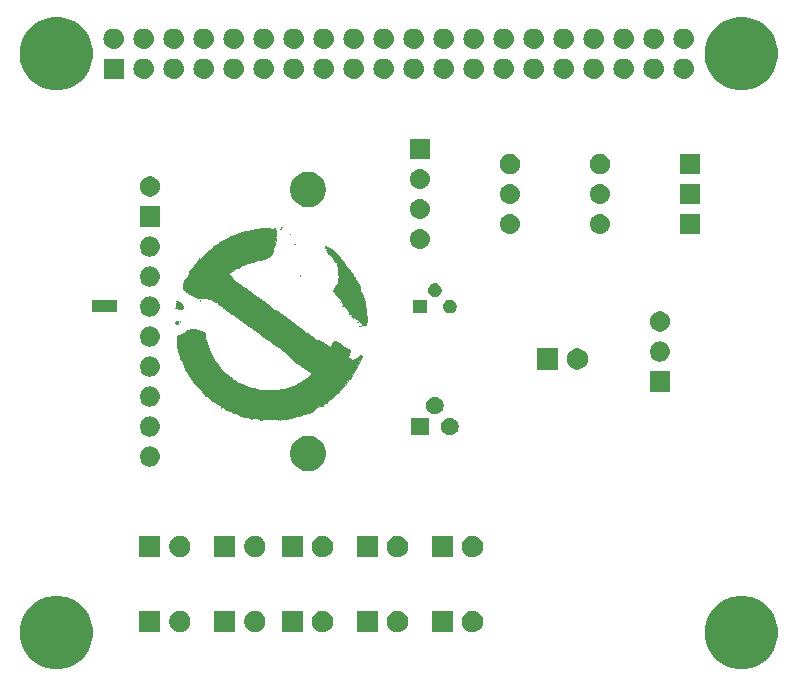
<source format=gbs>
G04 #@! TF.GenerationSoftware,KiCad,Pcbnew,5.0.2-bee76a0~70~ubuntu18.04.1*
G04 #@! TF.CreationDate,2019-10-12T02:21:46+09:00*
G04 #@! TF.ProjectId,RPi_Hat,5250695f-4861-4742-9e6b-696361645f70,rev?*
G04 #@! TF.SameCoordinates,Original*
G04 #@! TF.FileFunction,Soldermask,Bot*
G04 #@! TF.FilePolarity,Negative*
%FSLAX46Y46*%
G04 Gerber Fmt 4.6, Leading zero omitted, Abs format (unit mm)*
G04 Created by KiCad (PCBNEW 5.0.2-bee76a0~70~ubuntu18.04.1) date 2019年10月12日 02時21分46秒*
%MOMM*%
%LPD*%
G01*
G04 APERTURE LIST*
%ADD10C,0.010000*%
%ADD11C,0.100000*%
G04 APERTURE END LIST*
D10*
G04 #@! TO.C,G\002A\002A\002A*
G36*
X42298736Y-35275925D02*
X42326958Y-35304147D01*
X42355181Y-35275925D01*
X42326958Y-35247703D01*
X42298736Y-35275925D01*
X42298736Y-35275925D01*
G37*
X42298736Y-35275925D02*
X42326958Y-35304147D01*
X42355181Y-35275925D01*
X42326958Y-35247703D01*
X42298736Y-35275925D01*
G36*
X42889967Y-35208972D02*
X42849070Y-35240503D01*
X42761317Y-35322890D01*
X42761698Y-35359665D01*
X42771603Y-35360592D01*
X42818719Y-35322019D01*
X42870381Y-35261814D01*
X42919196Y-35194956D01*
X42889967Y-35208972D01*
X42889967Y-35208972D01*
G37*
X42889967Y-35208972D02*
X42849070Y-35240503D01*
X42761317Y-35322890D01*
X42761698Y-35359665D01*
X42771603Y-35360592D01*
X42818719Y-35322019D01*
X42870381Y-35261814D01*
X42919196Y-35194956D01*
X42889967Y-35208972D01*
G36*
X43596958Y-35783925D02*
X43625181Y-35812147D01*
X43653403Y-35783925D01*
X43625181Y-35755703D01*
X43596958Y-35783925D01*
X43596958Y-35783925D01*
G37*
X43596958Y-35783925D02*
X43625181Y-35812147D01*
X43653403Y-35783925D01*
X43625181Y-35755703D01*
X43596958Y-35783925D01*
G36*
X43992070Y-36630592D02*
X44020292Y-36658814D01*
X44048514Y-36630592D01*
X44020292Y-36602369D01*
X43992070Y-36630592D01*
X43992070Y-36630592D01*
G37*
X43992070Y-36630592D02*
X44020292Y-36658814D01*
X44048514Y-36630592D01*
X44020292Y-36602369D01*
X43992070Y-36630592D01*
G36*
X46983625Y-36969258D02*
X47011847Y-36997480D01*
X47040070Y-36969258D01*
X47011847Y-36941036D01*
X46983625Y-36969258D01*
X46983625Y-36969258D01*
G37*
X46983625Y-36969258D02*
X47011847Y-36997480D01*
X47040070Y-36969258D01*
X47011847Y-36941036D01*
X46983625Y-36969258D01*
G36*
X46644958Y-37138592D02*
X46673181Y-37166814D01*
X46701403Y-37138592D01*
X46673181Y-37110369D01*
X46644958Y-37138592D01*
X46644958Y-37138592D01*
G37*
X46644958Y-37138592D02*
X46673181Y-37166814D01*
X46701403Y-37138592D01*
X46673181Y-37110369D01*
X46644958Y-37138592D01*
G36*
X35920514Y-37872369D02*
X35948736Y-37900592D01*
X35976958Y-37872369D01*
X35948736Y-37844147D01*
X35920514Y-37872369D01*
X35920514Y-37872369D01*
G37*
X35920514Y-37872369D02*
X35948736Y-37900592D01*
X35976958Y-37872369D01*
X35948736Y-37844147D01*
X35920514Y-37872369D01*
G36*
X41169847Y-37985258D02*
X41198070Y-38013480D01*
X41226292Y-37985258D01*
X41198070Y-37957036D01*
X41169847Y-37985258D01*
X41169847Y-37985258D01*
G37*
X41169847Y-37985258D02*
X41198070Y-38013480D01*
X41226292Y-37985258D01*
X41198070Y-37957036D01*
X41169847Y-37985258D01*
G36*
X44443625Y-39283480D02*
X44471847Y-39311703D01*
X44500070Y-39283480D01*
X44471847Y-39255258D01*
X44443625Y-39283480D01*
X44443625Y-39283480D01*
G37*
X44443625Y-39283480D02*
X44471847Y-39311703D01*
X44500070Y-39283480D01*
X44471847Y-39255258D01*
X44443625Y-39283480D01*
G36*
X47679773Y-39499851D02*
X47673018Y-39566837D01*
X47679773Y-39575110D01*
X47713329Y-39567362D01*
X47717403Y-39537480D01*
X47696751Y-39491020D01*
X47679773Y-39499851D01*
X47679773Y-39499851D01*
G37*
X47679773Y-39499851D02*
X47673018Y-39566837D01*
X47679773Y-39575110D01*
X47713329Y-39567362D01*
X47717403Y-39537480D01*
X47696751Y-39491020D01*
X47679773Y-39499851D01*
G36*
X35976958Y-41428369D02*
X36005181Y-41456592D01*
X36033403Y-41428369D01*
X36005181Y-41400147D01*
X35976958Y-41428369D01*
X35976958Y-41428369D01*
G37*
X35976958Y-41428369D02*
X36005181Y-41456592D01*
X36033403Y-41428369D01*
X36005181Y-41400147D01*
X35976958Y-41428369D01*
G36*
X34001403Y-41484814D02*
X34029625Y-41513036D01*
X34057847Y-41484814D01*
X34029625Y-41456592D01*
X34001403Y-41484814D01*
X34001403Y-41484814D01*
G37*
X34001403Y-41484814D02*
X34029625Y-41513036D01*
X34057847Y-41484814D01*
X34029625Y-41456592D01*
X34001403Y-41484814D01*
G36*
X47830292Y-41541258D02*
X47858514Y-41569480D01*
X47886736Y-41541258D01*
X47858514Y-41513036D01*
X47830292Y-41541258D01*
X47830292Y-41541258D01*
G37*
X47830292Y-41541258D02*
X47858514Y-41569480D01*
X47886736Y-41541258D01*
X47858514Y-41513036D01*
X47830292Y-41541258D01*
G36*
X48056070Y-41879925D02*
X48084292Y-41908147D01*
X48112514Y-41879925D01*
X48084292Y-41851703D01*
X48056070Y-41879925D01*
X48056070Y-41879925D01*
G37*
X48056070Y-41879925D02*
X48084292Y-41908147D01*
X48112514Y-41879925D01*
X48084292Y-41851703D01*
X48056070Y-41879925D01*
G36*
X34075586Y-41567320D02*
X34000447Y-41713990D01*
X33969895Y-41827978D01*
X33940844Y-41961576D01*
X33913339Y-42026532D01*
X33903525Y-42068750D01*
X33932337Y-42057059D01*
X34010799Y-42057505D01*
X34029056Y-42076560D01*
X34116279Y-42123781D01*
X34287191Y-42110172D01*
X34396218Y-42083490D01*
X34519670Y-42016911D01*
X34524844Y-41992814D01*
X34283625Y-41992814D01*
X34255403Y-42021036D01*
X34227181Y-41992814D01*
X34255403Y-41964592D01*
X34283625Y-41992814D01*
X34524844Y-41992814D01*
X34542373Y-41911177D01*
X34509171Y-41848028D01*
X34382675Y-41848028D01*
X34374954Y-41851703D01*
X34323444Y-41811967D01*
X34311847Y-41795258D01*
X34297464Y-41742489D01*
X34305185Y-41738814D01*
X34356695Y-41778549D01*
X34368292Y-41795258D01*
X34382675Y-41848028D01*
X34509171Y-41848028D01*
X34464075Y-41762259D01*
X34371690Y-41654147D01*
X34227181Y-41654147D01*
X34198958Y-41682369D01*
X34170736Y-41654147D01*
X34198958Y-41625925D01*
X34227181Y-41654147D01*
X34371690Y-41654147D01*
X34369211Y-41651246D01*
X34166987Y-41436826D01*
X34075586Y-41567320D01*
X34075586Y-41567320D01*
G37*
X34075586Y-41567320D02*
X34000447Y-41713990D01*
X33969895Y-41827978D01*
X33940844Y-41961576D01*
X33913339Y-42026532D01*
X33903525Y-42068750D01*
X33932337Y-42057059D01*
X34010799Y-42057505D01*
X34029056Y-42076560D01*
X34116279Y-42123781D01*
X34287191Y-42110172D01*
X34396218Y-42083490D01*
X34519670Y-42016911D01*
X34524844Y-41992814D01*
X34283625Y-41992814D01*
X34255403Y-42021036D01*
X34227181Y-41992814D01*
X34255403Y-41964592D01*
X34283625Y-41992814D01*
X34524844Y-41992814D01*
X34542373Y-41911177D01*
X34509171Y-41848028D01*
X34382675Y-41848028D01*
X34374954Y-41851703D01*
X34323444Y-41811967D01*
X34311847Y-41795258D01*
X34297464Y-41742489D01*
X34305185Y-41738814D01*
X34356695Y-41778549D01*
X34368292Y-41795258D01*
X34382675Y-41848028D01*
X34509171Y-41848028D01*
X34464075Y-41762259D01*
X34371690Y-41654147D01*
X34227181Y-41654147D01*
X34198958Y-41682369D01*
X34170736Y-41654147D01*
X34198958Y-41625925D01*
X34227181Y-41654147D01*
X34371690Y-41654147D01*
X34369211Y-41651246D01*
X34166987Y-41436826D01*
X34075586Y-41567320D01*
G36*
X48581778Y-42509052D02*
X48592292Y-42529036D01*
X48645475Y-42582941D01*
X48655399Y-42585480D01*
X48659250Y-42549020D01*
X48648736Y-42529036D01*
X48595554Y-42475131D01*
X48585629Y-42472592D01*
X48581778Y-42509052D01*
X48581778Y-42509052D01*
G37*
X48581778Y-42509052D02*
X48592292Y-42529036D01*
X48645475Y-42582941D01*
X48655399Y-42585480D01*
X48659250Y-42549020D01*
X48648736Y-42529036D01*
X48595554Y-42475131D01*
X48585629Y-42472592D01*
X48581778Y-42509052D01*
G36*
X48807561Y-42728028D02*
X48839092Y-42768925D01*
X48921479Y-42856678D01*
X48958254Y-42856296D01*
X48959181Y-42846392D01*
X48920608Y-42799275D01*
X48860403Y-42747614D01*
X48793545Y-42698798D01*
X48807561Y-42728028D01*
X48807561Y-42728028D01*
G37*
X48807561Y-42728028D02*
X48839092Y-42768925D01*
X48921479Y-42856678D01*
X48958254Y-42856296D01*
X48959181Y-42846392D01*
X48920608Y-42799275D01*
X48860403Y-42747614D01*
X48793545Y-42698798D01*
X48807561Y-42728028D01*
G36*
X34283625Y-43178147D02*
X34311847Y-43206369D01*
X34340070Y-43178147D01*
X34311847Y-43149925D01*
X34283625Y-43178147D01*
X34283625Y-43178147D01*
G37*
X34283625Y-43178147D02*
X34311847Y-43206369D01*
X34340070Y-43178147D01*
X34311847Y-43149925D01*
X34283625Y-43178147D01*
G36*
X49297847Y-43234592D02*
X49326070Y-43262814D01*
X49354292Y-43234592D01*
X49326070Y-43206369D01*
X49297847Y-43234592D01*
X49297847Y-43234592D01*
G37*
X49297847Y-43234592D02*
X49326070Y-43262814D01*
X49354292Y-43234592D01*
X49326070Y-43206369D01*
X49297847Y-43234592D01*
G36*
X33922211Y-43173238D02*
X33889110Y-43265031D01*
X33888514Y-43291036D01*
X33922058Y-43405009D01*
X34006847Y-43426487D01*
X34103003Y-43364414D01*
X34167898Y-43254499D01*
X34133282Y-43175319D01*
X34029625Y-43149925D01*
X33922211Y-43173238D01*
X33922211Y-43173238D01*
G37*
X33922211Y-43173238D02*
X33889110Y-43265031D01*
X33888514Y-43291036D01*
X33922058Y-43405009D01*
X34006847Y-43426487D01*
X34103003Y-43364414D01*
X34167898Y-43254499D01*
X34133282Y-43175319D01*
X34029625Y-43149925D01*
X33922211Y-43173238D01*
G36*
X46585473Y-36830494D02*
X46542018Y-36878639D01*
X46586032Y-36937447D01*
X46630847Y-36970868D01*
X46725978Y-37073963D01*
X46757847Y-37166683D01*
X46784969Y-37273713D01*
X46815213Y-37308494D01*
X46847215Y-37377014D01*
X46839239Y-37397890D01*
X46841319Y-37438158D01*
X46858874Y-37436323D01*
X46917173Y-37468758D01*
X47018607Y-37564626D01*
X47139326Y-37696487D01*
X47255483Y-37836906D01*
X47343232Y-37958444D01*
X47378723Y-38033663D01*
X47378736Y-38034445D01*
X47419214Y-38106203D01*
X47472215Y-38154055D01*
X47554604Y-38261606D01*
X47573665Y-38330604D01*
X47602250Y-38459455D01*
X47624743Y-38508547D01*
X47649415Y-38593122D01*
X47679033Y-38760531D01*
X47708708Y-38981146D01*
X47720976Y-39091794D01*
X47741992Y-39418816D01*
X47720846Y-39675765D01*
X47647563Y-39900770D01*
X47512169Y-40131961D01*
X47413278Y-40268113D01*
X47321183Y-40410564D01*
X47269743Y-40530918D01*
X47265847Y-40557787D01*
X47303589Y-40639873D01*
X47404015Y-40774753D01*
X47547927Y-40937507D01*
X47599579Y-40990952D01*
X47774986Y-41182826D01*
X47933019Y-41380563D01*
X48043488Y-41545952D01*
X48054995Y-41567375D01*
X48222143Y-41841435D01*
X48457451Y-42155001D01*
X48737446Y-42481646D01*
X49038656Y-42794941D01*
X49337605Y-43068458D01*
X49509514Y-43204988D01*
X49625914Y-43307373D01*
X49689153Y-43394921D01*
X49692958Y-43412267D01*
X49743034Y-43463460D01*
X49862180Y-43472208D01*
X49983623Y-43459728D01*
X50038546Y-43446301D01*
X50038569Y-43446258D01*
X50051717Y-43403925D01*
X50031625Y-43403925D01*
X50003403Y-43432147D01*
X49975181Y-43403925D01*
X50003403Y-43375703D01*
X50031625Y-43403925D01*
X50051717Y-43403925D01*
X50056838Y-43387439D01*
X50059847Y-43375703D01*
X50084007Y-43309092D01*
X50086862Y-43305147D01*
X50104903Y-43239206D01*
X50117822Y-43110833D01*
X50119813Y-43065258D01*
X49862292Y-43065258D01*
X49834070Y-43093480D01*
X49805847Y-43065258D01*
X49834070Y-43037036D01*
X49862292Y-43065258D01*
X50119813Y-43065258D01*
X50124507Y-42957827D01*
X50123843Y-42817988D01*
X50114717Y-42729116D01*
X50104206Y-42716257D01*
X50081034Y-42678376D01*
X50060914Y-42553400D01*
X50047781Y-42367117D01*
X50046795Y-42339840D01*
X50026829Y-42104130D01*
X49984639Y-41831218D01*
X49971528Y-41767036D01*
X49862292Y-41767036D01*
X49834070Y-41795258D01*
X49805847Y-41767036D01*
X49834070Y-41738814D01*
X49862292Y-41767036D01*
X49971528Y-41767036D01*
X49926553Y-41546880D01*
X49858894Y-41276888D01*
X49787991Y-41047017D01*
X49720168Y-40883042D01*
X49673060Y-40817144D01*
X49615704Y-40723800D01*
X49571239Y-40565633D01*
X49560248Y-40490050D01*
X49510113Y-40253001D01*
X49417625Y-40010201D01*
X49300832Y-39800334D01*
X49177783Y-39662085D01*
X49171978Y-39657878D01*
X49091357Y-39549967D01*
X49090171Y-39474356D01*
X49094415Y-39400353D01*
X49073201Y-39395670D01*
X49006265Y-39384604D01*
X48943080Y-39312907D01*
X48919749Y-39228103D01*
X48927680Y-39204118D01*
X48912509Y-39138370D01*
X48847873Y-39086771D01*
X48757540Y-39013258D01*
X48733403Y-38960571D01*
X48699367Y-38885203D01*
X48611203Y-38756678D01*
X48516987Y-38638002D01*
X48367067Y-38449944D01*
X48196760Y-38222305D01*
X48068844Y-38041703D01*
X47927993Y-37855059D01*
X47754212Y-37652780D01*
X47566467Y-37453697D01*
X47383724Y-37276640D01*
X47224947Y-37140439D01*
X47109103Y-37063924D01*
X47073973Y-37053925D01*
X46976942Y-37014129D01*
X46924623Y-36966177D01*
X46782372Y-36843009D01*
X46645501Y-36809652D01*
X46585473Y-36830494D01*
X46585473Y-36830494D01*
G37*
X46585473Y-36830494D02*
X46542018Y-36878639D01*
X46586032Y-36937447D01*
X46630847Y-36970868D01*
X46725978Y-37073963D01*
X46757847Y-37166683D01*
X46784969Y-37273713D01*
X46815213Y-37308494D01*
X46847215Y-37377014D01*
X46839239Y-37397890D01*
X46841319Y-37438158D01*
X46858874Y-37436323D01*
X46917173Y-37468758D01*
X47018607Y-37564626D01*
X47139326Y-37696487D01*
X47255483Y-37836906D01*
X47343232Y-37958444D01*
X47378723Y-38033663D01*
X47378736Y-38034445D01*
X47419214Y-38106203D01*
X47472215Y-38154055D01*
X47554604Y-38261606D01*
X47573665Y-38330604D01*
X47602250Y-38459455D01*
X47624743Y-38508547D01*
X47649415Y-38593122D01*
X47679033Y-38760531D01*
X47708708Y-38981146D01*
X47720976Y-39091794D01*
X47741992Y-39418816D01*
X47720846Y-39675765D01*
X47647563Y-39900770D01*
X47512169Y-40131961D01*
X47413278Y-40268113D01*
X47321183Y-40410564D01*
X47269743Y-40530918D01*
X47265847Y-40557787D01*
X47303589Y-40639873D01*
X47404015Y-40774753D01*
X47547927Y-40937507D01*
X47599579Y-40990952D01*
X47774986Y-41182826D01*
X47933019Y-41380563D01*
X48043488Y-41545952D01*
X48054995Y-41567375D01*
X48222143Y-41841435D01*
X48457451Y-42155001D01*
X48737446Y-42481646D01*
X49038656Y-42794941D01*
X49337605Y-43068458D01*
X49509514Y-43204988D01*
X49625914Y-43307373D01*
X49689153Y-43394921D01*
X49692958Y-43412267D01*
X49743034Y-43463460D01*
X49862180Y-43472208D01*
X49983623Y-43459728D01*
X50038546Y-43446301D01*
X50038569Y-43446258D01*
X50051717Y-43403925D01*
X50031625Y-43403925D01*
X50003403Y-43432147D01*
X49975181Y-43403925D01*
X50003403Y-43375703D01*
X50031625Y-43403925D01*
X50051717Y-43403925D01*
X50056838Y-43387439D01*
X50059847Y-43375703D01*
X50084007Y-43309092D01*
X50086862Y-43305147D01*
X50104903Y-43239206D01*
X50117822Y-43110833D01*
X50119813Y-43065258D01*
X49862292Y-43065258D01*
X49834070Y-43093480D01*
X49805847Y-43065258D01*
X49834070Y-43037036D01*
X49862292Y-43065258D01*
X50119813Y-43065258D01*
X50124507Y-42957827D01*
X50123843Y-42817988D01*
X50114717Y-42729116D01*
X50104206Y-42716257D01*
X50081034Y-42678376D01*
X50060914Y-42553400D01*
X50047781Y-42367117D01*
X50046795Y-42339840D01*
X50026829Y-42104130D01*
X49984639Y-41831218D01*
X49971528Y-41767036D01*
X49862292Y-41767036D01*
X49834070Y-41795258D01*
X49805847Y-41767036D01*
X49834070Y-41738814D01*
X49862292Y-41767036D01*
X49971528Y-41767036D01*
X49926553Y-41546880D01*
X49858894Y-41276888D01*
X49787991Y-41047017D01*
X49720168Y-40883042D01*
X49673060Y-40817144D01*
X49615704Y-40723800D01*
X49571239Y-40565633D01*
X49560248Y-40490050D01*
X49510113Y-40253001D01*
X49417625Y-40010201D01*
X49300832Y-39800334D01*
X49177783Y-39662085D01*
X49171978Y-39657878D01*
X49091357Y-39549967D01*
X49090171Y-39474356D01*
X49094415Y-39400353D01*
X49073201Y-39395670D01*
X49006265Y-39384604D01*
X48943080Y-39312907D01*
X48919749Y-39228103D01*
X48927680Y-39204118D01*
X48912509Y-39138370D01*
X48847873Y-39086771D01*
X48757540Y-39013258D01*
X48733403Y-38960571D01*
X48699367Y-38885203D01*
X48611203Y-38756678D01*
X48516987Y-38638002D01*
X48367067Y-38449944D01*
X48196760Y-38222305D01*
X48068844Y-38041703D01*
X47927993Y-37855059D01*
X47754212Y-37652780D01*
X47566467Y-37453697D01*
X47383724Y-37276640D01*
X47224947Y-37140439D01*
X47109103Y-37063924D01*
X47073973Y-37053925D01*
X46976942Y-37014129D01*
X46924623Y-36966177D01*
X46782372Y-36843009D01*
X46645501Y-36809652D01*
X46585473Y-36830494D01*
G36*
X49482468Y-43567379D02*
X49499302Y-43593033D01*
X49556551Y-43597024D01*
X49616779Y-43583239D01*
X49590653Y-43562922D01*
X49502437Y-43556193D01*
X49482468Y-43567379D01*
X49482468Y-43567379D01*
G37*
X49482468Y-43567379D02*
X49499302Y-43593033D01*
X49556551Y-43597024D01*
X49616779Y-43583239D01*
X49590653Y-43562922D01*
X49502437Y-43556193D01*
X49482468Y-43567379D01*
G36*
X34114292Y-45718147D02*
X34142514Y-45746369D01*
X34170736Y-45718147D01*
X34142514Y-45689925D01*
X34114292Y-45718147D01*
X34114292Y-45718147D01*
G37*
X34114292Y-45718147D02*
X34142514Y-45746369D01*
X34170736Y-45718147D01*
X34142514Y-45689925D01*
X34114292Y-45718147D01*
G36*
X48564070Y-46000369D02*
X48592292Y-46028592D01*
X48620514Y-46000369D01*
X48592292Y-45972147D01*
X48564070Y-46000369D01*
X48564070Y-46000369D01*
G37*
X48564070Y-46000369D02*
X48592292Y-46028592D01*
X48620514Y-46000369D01*
X48592292Y-45972147D01*
X48564070Y-46000369D01*
G36*
X34283625Y-46282592D02*
X34311847Y-46310814D01*
X34340070Y-46282592D01*
X34311847Y-46254369D01*
X34283625Y-46282592D01*
X34283625Y-46282592D01*
G37*
X34283625Y-46282592D02*
X34311847Y-46310814D01*
X34340070Y-46282592D01*
X34311847Y-46254369D01*
X34283625Y-46282592D01*
G36*
X34340070Y-46395480D02*
X34368292Y-46423703D01*
X34396514Y-46395480D01*
X34368292Y-46367258D01*
X34340070Y-46395480D01*
X34340070Y-46395480D01*
G37*
X34340070Y-46395480D02*
X34368292Y-46423703D01*
X34396514Y-46395480D01*
X34368292Y-46367258D01*
X34340070Y-46395480D01*
G36*
X36446223Y-49451718D02*
X36456736Y-49471703D01*
X36509919Y-49525607D01*
X36519843Y-49528147D01*
X36523694Y-49491687D01*
X36513181Y-49471703D01*
X36459998Y-49417798D01*
X36450074Y-49415258D01*
X36446223Y-49451718D01*
X36446223Y-49451718D01*
G37*
X36446223Y-49451718D02*
X36456736Y-49471703D01*
X36509919Y-49525607D01*
X36519843Y-49528147D01*
X36523694Y-49491687D01*
X36513181Y-49471703D01*
X36459998Y-49417798D01*
X36450074Y-49415258D01*
X36446223Y-49451718D01*
G36*
X37783181Y-50459480D02*
X37811403Y-50487703D01*
X37839625Y-50459480D01*
X37811403Y-50431258D01*
X37783181Y-50459480D01*
X37783181Y-50459480D01*
G37*
X37783181Y-50459480D02*
X37811403Y-50487703D01*
X37839625Y-50459480D01*
X37811403Y-50431258D01*
X37783181Y-50459480D01*
G36*
X40323181Y-51419036D02*
X40351403Y-51447258D01*
X40379625Y-51419036D01*
X40351403Y-51390814D01*
X40323181Y-51419036D01*
X40323181Y-51419036D01*
G37*
X40323181Y-51419036D02*
X40351403Y-51447258D01*
X40379625Y-51419036D01*
X40351403Y-51390814D01*
X40323181Y-51419036D01*
G36*
X41621403Y-35244620D02*
X41552797Y-35254588D01*
X41412506Y-35267768D01*
X41339181Y-35273466D01*
X41134397Y-35295670D01*
X40889558Y-35332070D01*
X40753170Y-35356483D01*
X40572611Y-35386491D01*
X40441243Y-35398898D01*
X40393673Y-35393454D01*
X40337901Y-35404910D01*
X40284207Y-35447946D01*
X40139696Y-35520795D01*
X39912560Y-35544171D01*
X39790983Y-35537746D01*
X39681341Y-35558891D01*
X39642168Y-35592323D01*
X39564322Y-35639933D01*
X39422274Y-35675950D01*
X39385575Y-35680838D01*
X39219101Y-35717373D01*
X39091547Y-35776119D01*
X39078390Y-35786652D01*
X38963683Y-35854354D01*
X38896845Y-35868591D01*
X38796040Y-35900392D01*
X38770033Y-35926533D01*
X38689903Y-35972967D01*
X38667924Y-35971911D01*
X38559796Y-35978569D01*
X38439709Y-36018010D01*
X38358226Y-36070949D01*
X38347625Y-36094074D01*
X38300595Y-36142203D01*
X38181441Y-36215604D01*
X38023067Y-36298159D01*
X37858376Y-36373750D01*
X37720271Y-36426260D01*
X37642070Y-36439692D01*
X37615999Y-36451311D01*
X37627081Y-36465085D01*
X37622509Y-36523112D01*
X37551259Y-36594097D01*
X37450600Y-36646953D01*
X37396973Y-36657019D01*
X37309860Y-36686559D01*
X37203135Y-36753550D01*
X37113373Y-36830173D01*
X37077152Y-36888610D01*
X37080975Y-36897349D01*
X37054342Y-36942880D01*
X36957891Y-37035707D01*
X36812435Y-37155820D01*
X36810950Y-37156977D01*
X36603119Y-37330706D01*
X36379568Y-37535443D01*
X36241157Y-37672949D01*
X36097947Y-37814640D01*
X35980676Y-37916443D01*
X35914030Y-37956989D01*
X35912958Y-37957036D01*
X35845931Y-37999172D01*
X35736176Y-38111604D01*
X35599295Y-38273370D01*
X35450885Y-38463505D01*
X35306548Y-38661048D01*
X35181882Y-38845033D01*
X35092488Y-38994498D01*
X35053964Y-39088481D01*
X35057253Y-39106960D01*
X35046484Y-39166814D01*
X34973963Y-39269452D01*
X34948066Y-39298180D01*
X34750373Y-39557081D01*
X34602355Y-39847602D01*
X34530467Y-40105362D01*
X34524700Y-40266834D01*
X34573416Y-40401005D01*
X34659997Y-40522472D01*
X34772155Y-40643592D01*
X34868131Y-40714841D01*
X34895611Y-40722812D01*
X34990418Y-40755533D01*
X35113180Y-40834362D01*
X35114890Y-40835703D01*
X35241773Y-40915340D01*
X35345719Y-40948591D01*
X35345933Y-40948592D01*
X35447557Y-40984971D01*
X35559867Y-41067345D01*
X35633805Y-41122346D01*
X35733160Y-41160513D01*
X35881937Y-41186701D01*
X36104139Y-41205768D01*
X36297283Y-41216541D01*
X36576591Y-41232993D01*
X36771890Y-41253724D01*
X36912035Y-41285266D01*
X37025886Y-41334149D01*
X37142297Y-41406906D01*
X37144240Y-41408233D01*
X37292338Y-41501388D01*
X37407614Y-41559630D01*
X37443904Y-41569480D01*
X37484615Y-41599627D01*
X37478363Y-41616821D01*
X37504875Y-41669652D01*
X37605576Y-41749092D01*
X37671628Y-41789227D01*
X37829513Y-41886384D01*
X37955384Y-41978192D01*
X37981821Y-42001962D01*
X38069408Y-42078255D01*
X38208827Y-42188385D01*
X38373878Y-42313037D01*
X38538359Y-42432897D01*
X38676071Y-42528652D01*
X38760812Y-42580987D01*
X38773403Y-42585480D01*
X38842228Y-42617740D01*
X38967719Y-42700074D01*
X39119382Y-42810814D01*
X39266721Y-42928295D01*
X39316705Y-42971508D01*
X39442195Y-43055489D01*
X39534109Y-43064396D01*
X39537093Y-43062703D01*
X39580589Y-43051612D01*
X39568321Y-43081927D01*
X39582181Y-43150701D01*
X39658378Y-43211987D01*
X39766508Y-43276829D01*
X39815181Y-43316774D01*
X39884462Y-43381815D01*
X40009491Y-43480407D01*
X40159433Y-43590387D01*
X40303456Y-43689595D01*
X40410726Y-43755868D01*
X40446882Y-43770814D01*
X40516541Y-43808585D01*
X40618072Y-43900652D01*
X40628682Y-43911925D01*
X40732479Y-44007892D01*
X40810126Y-44052615D01*
X40814794Y-44053036D01*
X40889226Y-44091392D01*
X40977655Y-44173984D01*
X41075542Y-44261401D01*
X41238281Y-44384314D01*
X41434448Y-44519273D01*
X41480292Y-44549102D01*
X41701089Y-44697085D01*
X41916315Y-44851220D01*
X42083102Y-44980691D01*
X42097230Y-44992598D01*
X42237943Y-45101132D01*
X42352796Y-45169623D01*
X42393563Y-45181925D01*
X42461917Y-45215514D01*
X42468070Y-45237612D01*
X42515100Y-45293228D01*
X42631560Y-45360775D01*
X42665625Y-45375843D01*
X42793240Y-45442726D01*
X42860232Y-45504298D01*
X42863181Y-45515332D01*
X42907875Y-45574646D01*
X43021737Y-45662230D01*
X43103070Y-45713500D01*
X43273273Y-45831765D01*
X43417658Y-45962199D01*
X43455847Y-46007359D01*
X43561970Y-46125768D01*
X43719602Y-46274036D01*
X43850958Y-46384637D01*
X43994329Y-46508119D01*
X44090403Y-46609028D01*
X44117671Y-46661797D01*
X44137938Y-46688163D01*
X44161567Y-46677601D01*
X44235035Y-46690274D01*
X44345675Y-46766784D01*
X44381874Y-46800406D01*
X44549537Y-46959242D01*
X44685880Y-47066236D01*
X44833644Y-47154742D01*
X44841127Y-47158760D01*
X44973935Y-47242688D01*
X45053270Y-47307506D01*
X45154272Y-47372436D01*
X45203165Y-47383258D01*
X45285899Y-47426291D01*
X45364249Y-47515947D01*
X45401985Y-47582951D01*
X45404422Y-47641585D01*
X45358548Y-47712005D01*
X45251353Y-47814369D01*
X45074408Y-47964988D01*
X44566042Y-48326190D01*
X43981300Y-48626078D01*
X43345680Y-48851978D01*
X43224046Y-48884777D01*
X42966977Y-48931256D01*
X42629040Y-48964701D01*
X42241553Y-48984691D01*
X41835831Y-48990801D01*
X41443189Y-48982608D01*
X41094943Y-48959689D01*
X40822409Y-48921621D01*
X40802958Y-48917502D01*
X40447321Y-48826958D01*
X40089046Y-48714293D01*
X39769765Y-48593521D01*
X39581718Y-48506458D01*
X39428927Y-48437774D01*
X39305933Y-48401134D01*
X39285384Y-48399258D01*
X39206150Y-48376760D01*
X39194292Y-48354984D01*
X39150021Y-48300185D01*
X39044864Y-48223401D01*
X38920308Y-48150229D01*
X38817838Y-48106264D01*
X38786755Y-48103530D01*
X38731954Y-48070407D01*
X38685991Y-48003585D01*
X38610976Y-47913697D01*
X38557306Y-47890011D01*
X38490430Y-47851848D01*
X38365646Y-47751046D01*
X38203189Y-47606434D01*
X38023299Y-47436841D01*
X37846213Y-47261096D01*
X37692168Y-47098027D01*
X37670087Y-47072814D01*
X37218736Y-47072814D01*
X37190514Y-47101036D01*
X37162292Y-47072814D01*
X37190514Y-47044592D01*
X37218736Y-47072814D01*
X37670087Y-47072814D01*
X37631026Y-47028215D01*
X37531591Y-46900479D01*
X37403252Y-46722689D01*
X37306663Y-46582023D01*
X37194092Y-46415862D01*
X37102203Y-46283825D01*
X37056637Y-46221956D01*
X37000436Y-46123714D01*
X36920367Y-45947553D01*
X36827766Y-45722814D01*
X36733965Y-45478839D01*
X36650299Y-45244968D01*
X36588102Y-45050544D01*
X36560456Y-44937452D01*
X36529339Y-44804429D01*
X36493355Y-44775976D01*
X36473314Y-44796341D01*
X36441406Y-44825417D01*
X36454058Y-44753270D01*
X36454096Y-44753133D01*
X36458634Y-44645703D01*
X34396514Y-44645703D01*
X34368292Y-44673925D01*
X34340070Y-44645703D01*
X34368292Y-44617480D01*
X34396514Y-44645703D01*
X36458634Y-44645703D01*
X36459186Y-44632649D01*
X36436233Y-44453392D01*
X36410490Y-44335535D01*
X36388752Y-44250592D01*
X34565847Y-44250592D01*
X34537625Y-44278814D01*
X34509403Y-44250592D01*
X34537625Y-44222369D01*
X34565847Y-44250592D01*
X36388752Y-44250592D01*
X36333906Y-44036284D01*
X35855702Y-43912433D01*
X35512460Y-43842702D01*
X35237983Y-43835981D01*
X35005233Y-43895560D01*
X34787174Y-44024736D01*
X34759573Y-44045964D01*
X34635374Y-44128023D01*
X34539184Y-44165666D01*
X34534045Y-44165925D01*
X34435707Y-44202744D01*
X34381481Y-44245466D01*
X34262905Y-44316923D01*
X34165783Y-44344243D01*
X34081379Y-44368980D01*
X34042349Y-44433123D01*
X34032933Y-44569189D01*
X34033348Y-44617480D01*
X34045602Y-45015353D01*
X34069837Y-45310410D01*
X34107164Y-45512200D01*
X34149321Y-45616412D01*
X34194881Y-45746459D01*
X34189151Y-45836241D01*
X34198358Y-45949347D01*
X34241017Y-45996830D01*
X34297540Y-46075570D01*
X34378557Y-46234828D01*
X34472797Y-46448049D01*
X34568990Y-46688677D01*
X34655866Y-46930155D01*
X34709630Y-47101036D01*
X34758475Y-47224322D01*
X34841265Y-47391559D01*
X34941969Y-47574998D01*
X35044556Y-47746889D01*
X35132994Y-47879482D01*
X35191252Y-47945028D01*
X35198759Y-47947703D01*
X35240884Y-47991943D01*
X35243181Y-48012445D01*
X35280058Y-48095599D01*
X35379760Y-48238373D01*
X35525894Y-48419958D01*
X35702067Y-48619547D01*
X35817725Y-48741705D01*
X35978151Y-48916423D01*
X36138828Y-49106290D01*
X36171229Y-49147147D01*
X36280288Y-49272368D01*
X36369202Y-49348752D01*
X36396331Y-49359637D01*
X36462299Y-49397923D01*
X36581643Y-49498421D01*
X36730652Y-49640873D01*
X36758261Y-49668861D01*
X36930016Y-49827423D01*
X37098919Y-49955140D01*
X37230405Y-50026105D01*
X37238039Y-50028488D01*
X37343968Y-50072913D01*
X37495544Y-50153269D01*
X37670383Y-50255383D01*
X37846100Y-50365085D01*
X38000310Y-50468205D01*
X38110629Y-50550573D01*
X38154672Y-50598017D01*
X38147423Y-50604169D01*
X38151245Y-50625072D01*
X38234736Y-50669377D01*
X38367074Y-50711671D01*
X38450590Y-50718807D01*
X38558560Y-50740610D01*
X38592147Y-50762058D01*
X38700175Y-50823615D01*
X38870034Y-50894780D01*
X39055281Y-50958742D01*
X39209470Y-50998689D01*
X39261637Y-51004394D01*
X39330080Y-51036034D01*
X39328949Y-51076835D01*
X39345271Y-51150287D01*
X39422191Y-51193771D01*
X39507791Y-51186530D01*
X39536246Y-51159716D01*
X39609986Y-51123061D01*
X39640457Y-51133483D01*
X39675788Y-51206476D01*
X39665731Y-51234973D01*
X39667857Y-51273047D01*
X39724562Y-51259797D01*
X39838943Y-51247797D01*
X40005234Y-51263532D01*
X40058377Y-51273661D01*
X40266665Y-51313006D01*
X40503277Y-51349889D01*
X40577181Y-51359634D01*
X40791124Y-51388386D01*
X40995197Y-51419518D01*
X41056958Y-51430102D01*
X41158666Y-51439675D01*
X41342074Y-51448822D01*
X41585172Y-51457176D01*
X41865955Y-51464374D01*
X42162412Y-51470047D01*
X42452535Y-51473832D01*
X42714317Y-51475363D01*
X42925749Y-51474273D01*
X43064823Y-51470197D01*
X43109617Y-51464207D01*
X43167145Y-51450692D01*
X43293518Y-51432263D01*
X43316602Y-51429420D01*
X43475155Y-51403599D01*
X43538494Y-51387139D01*
X43526675Y-51387139D01*
X43518954Y-51390814D01*
X43482370Y-51362592D01*
X43201847Y-51362592D01*
X43173625Y-51390814D01*
X43145403Y-51362592D01*
X43173625Y-51334369D01*
X43201847Y-51362592D01*
X43482370Y-51362592D01*
X43467444Y-51351078D01*
X43455847Y-51334369D01*
X43441464Y-51281600D01*
X43449185Y-51277925D01*
X43500695Y-51317661D01*
X43512292Y-51334369D01*
X43526675Y-51387139D01*
X43538494Y-51387139D01*
X43592625Y-51373072D01*
X43596958Y-51371369D01*
X43734510Y-51324372D01*
X43930226Y-51267889D01*
X44144240Y-51212210D01*
X44336682Y-51167621D01*
X44467686Y-51144412D01*
X44480569Y-51143354D01*
X44566460Y-51123382D01*
X44577901Y-51097532D01*
X44609541Y-51060701D01*
X44717008Y-51015967D01*
X44864790Y-50974052D01*
X45017372Y-50945677D01*
X45101175Y-50939573D01*
X45210029Y-50908728D01*
X45224374Y-50901629D01*
X44424810Y-50901629D01*
X44417062Y-50935185D01*
X44387181Y-50939258D01*
X44340721Y-50918606D01*
X44349551Y-50901629D01*
X44416537Y-50894873D01*
X44424810Y-50901629D01*
X45224374Y-50901629D01*
X45371573Y-50828789D01*
X45524509Y-50734280D01*
X45849680Y-50522512D01*
X46102294Y-50377381D01*
X46277971Y-50301150D01*
X46372328Y-50296079D01*
X46372747Y-50296334D01*
X46410195Y-50301583D01*
X46397881Y-50273126D01*
X46409640Y-50203519D01*
X46489303Y-50127376D01*
X46596825Y-50071184D01*
X46692161Y-50061434D01*
X46707642Y-50068225D01*
X46749444Y-50077432D01*
X46739890Y-50052756D01*
X46766475Y-49996272D01*
X46866012Y-49888241D01*
X47021664Y-49745540D01*
X47168613Y-49623090D01*
X47384365Y-49443282D01*
X47585152Y-49264169D01*
X47742105Y-49112049D01*
X47802070Y-49046075D01*
X47836320Y-49006652D01*
X40863144Y-49006652D01*
X40807662Y-49015691D01*
X40734453Y-49005313D01*
X40733579Y-48986045D01*
X40809124Y-48972571D01*
X40841764Y-48981589D01*
X40863144Y-49006652D01*
X47836320Y-49006652D01*
X47928227Y-48900866D01*
X48097646Y-48715144D01*
X48274124Y-48528579D01*
X48277795Y-48524783D01*
X48457650Y-48318999D01*
X48629554Y-48089288D01*
X48665049Y-48032369D01*
X48056070Y-48032369D01*
X48027847Y-48060592D01*
X47999625Y-48032369D01*
X48027847Y-48004147D01*
X48056070Y-48032369D01*
X48665049Y-48032369D01*
X48742957Y-47907438D01*
X45563415Y-47907438D01*
X45549682Y-47938981D01*
X45492848Y-47999577D01*
X45460175Y-47987147D01*
X45459625Y-47979256D01*
X45499716Y-47931514D01*
X45524791Y-47914090D01*
X45563415Y-47907438D01*
X48742957Y-47907438D01*
X48751047Y-47894466D01*
X48871150Y-47679822D01*
X49000137Y-47465901D01*
X49072265Y-47355036D01*
X49187962Y-47170457D01*
X49216294Y-47119851D01*
X45610144Y-47119851D01*
X45602396Y-47153407D01*
X45572514Y-47157480D01*
X45526054Y-47136828D01*
X45534884Y-47119851D01*
X45601871Y-47113095D01*
X45610144Y-47119851D01*
X49216294Y-47119851D01*
X49315218Y-46943156D01*
X49423215Y-46734147D01*
X44725847Y-46734147D01*
X44697625Y-46762369D01*
X44669403Y-46734147D01*
X44697625Y-46705925D01*
X44725847Y-46734147D01*
X49423215Y-46734147D01*
X49441425Y-46698907D01*
X49451562Y-46677703D01*
X45177403Y-46677703D01*
X45149181Y-46705925D01*
X45120958Y-46677703D01*
X45149181Y-46649480D01*
X45177403Y-46677703D01*
X49451562Y-46677703D01*
X49553974Y-46463484D01*
X49640257Y-46262659D01*
X49687664Y-46122206D01*
X49692958Y-46086289D01*
X49657899Y-45994089D01*
X49581302Y-45976585D01*
X49506037Y-46033511D01*
X49482868Y-46087588D01*
X49409818Y-46189622D01*
X49265609Y-46294046D01*
X49089302Y-46378839D01*
X48919958Y-46421985D01*
X48886602Y-46423703D01*
X48751839Y-46381072D01*
X48660817Y-46310814D01*
X48225403Y-46310814D01*
X48204751Y-46357274D01*
X48187773Y-46348443D01*
X48181018Y-46281457D01*
X48187773Y-46273184D01*
X48221329Y-46280932D01*
X48225403Y-46310814D01*
X48660817Y-46310814D01*
X48618124Y-46277861D01*
X48526030Y-46151088D01*
X48507625Y-46077930D01*
X48543752Y-45975336D01*
X48611930Y-45881475D01*
X48685887Y-45743269D01*
X48679505Y-45718147D01*
X48451181Y-45718147D01*
X48422958Y-45746369D01*
X48394736Y-45718147D01*
X48422958Y-45689925D01*
X48451181Y-45718147D01*
X48679505Y-45718147D01*
X48665165Y-45661703D01*
X47717403Y-45661703D01*
X47689181Y-45689925D01*
X47660958Y-45661703D01*
X47689181Y-45633480D01*
X47717403Y-45661703D01*
X48665165Y-45661703D01*
X48653132Y-45614344D01*
X48519810Y-45506687D01*
X48394523Y-45457415D01*
X48192269Y-45360675D01*
X48048115Y-45227198D01*
X47911149Y-45088830D01*
X47722641Y-44961761D01*
X47526791Y-44871644D01*
X47386576Y-44843258D01*
X47293023Y-44887351D01*
X47203162Y-45027735D01*
X47172661Y-45097047D01*
X47106650Y-45244221D01*
X47054967Y-45335915D01*
X47038782Y-45351047D01*
X46979912Y-45322444D01*
X46855521Y-45247621D01*
X46709300Y-45153703D01*
X46549896Y-45051468D01*
X46430635Y-44980087D01*
X46380634Y-44956147D01*
X46320130Y-44926553D01*
X46208400Y-44853755D01*
X46186002Y-44837988D01*
X46054145Y-44767310D01*
X45948031Y-44748665D01*
X45937479Y-44751519D01*
X45846795Y-44733087D01*
X45717182Y-44642176D01*
X45665589Y-44593903D01*
X45526772Y-44471437D01*
X45399224Y-44385078D01*
X45360279Y-44367779D01*
X45251573Y-44302168D01*
X45212611Y-44248443D01*
X45136830Y-44174718D01*
X45094937Y-44165925D01*
X44987744Y-44126163D01*
X44923583Y-44081258D01*
X41169847Y-44081258D01*
X41141625Y-44109480D01*
X41113403Y-44081258D01*
X41141625Y-44053036D01*
X41169847Y-44081258D01*
X44923583Y-44081258D01*
X44838466Y-44021687D01*
X44677042Y-43874709D01*
X44619468Y-43813147D01*
X44601667Y-43799036D01*
X44556514Y-43799036D01*
X44528292Y-43827258D01*
X44500070Y-43799036D01*
X44528292Y-43770814D01*
X44556514Y-43799036D01*
X44601667Y-43799036D01*
X44520665Y-43734828D01*
X44457532Y-43714369D01*
X44374664Y-43668929D01*
X44351148Y-43629703D01*
X44280080Y-43554687D01*
X44240031Y-43545036D01*
X44141530Y-43508023D01*
X44061981Y-43446258D01*
X43927211Y-43327032D01*
X43761370Y-43200117D01*
X43594687Y-43086302D01*
X43457386Y-43006379D01*
X43384952Y-42980592D01*
X43335583Y-42950102D01*
X43342958Y-42924147D01*
X43340136Y-42872062D01*
X43320976Y-42867703D01*
X43260548Y-42839480D01*
X42750292Y-42839480D01*
X42722070Y-42867703D01*
X42693847Y-42839480D01*
X42722070Y-42811258D01*
X42750292Y-42839480D01*
X43260548Y-42839480D01*
X43245288Y-42832353D01*
X43132650Y-42745402D01*
X43111847Y-42726592D01*
X39250736Y-42726592D01*
X39222514Y-42754814D01*
X39194292Y-42726592D01*
X39222514Y-42698369D01*
X39250736Y-42726592D01*
X43111847Y-42726592D01*
X42991277Y-42632851D01*
X42893618Y-42586532D01*
X42883161Y-42585480D01*
X42813459Y-42554840D01*
X42806736Y-42533640D01*
X42780796Y-42500814D01*
X38742736Y-42500814D01*
X38714514Y-42529036D01*
X38686292Y-42500814D01*
X38714514Y-42472592D01*
X38742736Y-42500814D01*
X42780796Y-42500814D01*
X42763287Y-42478659D01*
X42657536Y-42394785D01*
X42526380Y-42307014D01*
X42406714Y-42240339D01*
X42342157Y-42218922D01*
X42283343Y-42177326D01*
X42207929Y-42085843D01*
X42133195Y-42000912D01*
X42081758Y-42009084D01*
X42066596Y-42029398D01*
X42026786Y-42073955D01*
X42020757Y-42039851D01*
X41715477Y-42039851D01*
X41707729Y-42073407D01*
X41677847Y-42077480D01*
X41631387Y-42056828D01*
X41640218Y-42039851D01*
X41707204Y-42033095D01*
X41715477Y-42039851D01*
X42020757Y-42039851D01*
X42017378Y-42020739D01*
X41973456Y-41955388D01*
X41855042Y-41843282D01*
X41830817Y-41823480D01*
X37952514Y-41823480D01*
X37924292Y-41851703D01*
X37896070Y-41823480D01*
X37924292Y-41795258D01*
X37952514Y-41823480D01*
X41830817Y-41823480D01*
X41681054Y-41701061D01*
X41503963Y-41569184D01*
X41244102Y-41381642D01*
X41076531Y-41259036D01*
X37105847Y-41259036D01*
X37077625Y-41287258D01*
X37049403Y-41259036D01*
X37077625Y-41230814D01*
X37105847Y-41259036D01*
X41076531Y-41259036D01*
X40969741Y-41180902D01*
X40722823Y-40997755D01*
X40614963Y-40916481D01*
X40607574Y-40910962D01*
X35675921Y-40910962D01*
X35668173Y-40944518D01*
X35638292Y-40948592D01*
X35591832Y-40927939D01*
X35600662Y-40910962D01*
X35667649Y-40904207D01*
X35675921Y-40910962D01*
X40607574Y-40910962D01*
X40377004Y-40738766D01*
X40237786Y-40638147D01*
X39928070Y-40638147D01*
X39899847Y-40666369D01*
X39871625Y-40638147D01*
X39899847Y-40609925D01*
X39928070Y-40638147D01*
X40237786Y-40638147D01*
X40147015Y-40572543D01*
X39942792Y-40430068D01*
X39782134Y-40323595D01*
X39682837Y-40265380D01*
X39659958Y-40258838D01*
X39637932Y-40231703D01*
X39637338Y-40228925D01*
X39576204Y-40147433D01*
X39458997Y-40075548D01*
X39349514Y-40047276D01*
X39272938Y-40026262D01*
X39264847Y-40003147D01*
X39253091Y-39958941D01*
X39250736Y-39958599D01*
X39192767Y-39924103D01*
X39090111Y-39843283D01*
X39081403Y-39835888D01*
X38936887Y-39713570D01*
X38815689Y-39612326D01*
X38771800Y-39565703D01*
X38573403Y-39565703D01*
X38545181Y-39593925D01*
X38516958Y-39565703D01*
X38545181Y-39537480D01*
X38573403Y-39565703D01*
X38771800Y-39565703D01*
X38717977Y-39508529D01*
X38674578Y-39425935D01*
X38616389Y-39303075D01*
X38520149Y-39215241D01*
X38464546Y-39198814D01*
X38405080Y-39173435D01*
X38438275Y-39104035D01*
X38557725Y-39000717D01*
X38615736Y-38960397D01*
X38860376Y-38802165D01*
X39051930Y-38687527D01*
X39178996Y-38622668D01*
X39230175Y-38613776D01*
X39225558Y-38629444D01*
X39234324Y-38649651D01*
X39302508Y-38621228D01*
X39398872Y-38562815D01*
X39492177Y-38493051D01*
X39546205Y-38438117D01*
X39584117Y-38415137D01*
X39588539Y-38431451D01*
X39623586Y-38437423D01*
X39698735Y-38383588D01*
X39800702Y-38322147D01*
X39868068Y-38321727D01*
X39922911Y-38327229D01*
X39928070Y-38311129D01*
X39974980Y-38266762D01*
X40026532Y-38255438D01*
X35798527Y-38255438D01*
X35784793Y-38286981D01*
X35727959Y-38347577D01*
X35695286Y-38335147D01*
X35694736Y-38327256D01*
X35734828Y-38279514D01*
X35759902Y-38262090D01*
X35798527Y-38255438D01*
X40026532Y-38255438D01*
X40026847Y-38255369D01*
X40169299Y-38230836D01*
X40350866Y-38183157D01*
X40535622Y-38123990D01*
X40687637Y-38064995D01*
X40770985Y-38017832D01*
X40775368Y-38012458D01*
X40847672Y-37974035D01*
X40994974Y-37937655D01*
X41117656Y-37919427D01*
X41456063Y-37849117D01*
X41756425Y-37708559D01*
X41914203Y-37601621D01*
X42058567Y-37451556D01*
X42097713Y-37364369D01*
X41960070Y-37364369D01*
X41931847Y-37392592D01*
X41903625Y-37364369D01*
X41931847Y-37336147D01*
X41960070Y-37364369D01*
X42097713Y-37364369D01*
X42153484Y-37240158D01*
X42205364Y-36986253D01*
X42251597Y-36787185D01*
X42324620Y-36587283D01*
X42330084Y-36575533D01*
X42399424Y-36320869D01*
X42394262Y-36178572D01*
X42386696Y-36039890D01*
X42409663Y-35955804D01*
X42415342Y-35950961D01*
X42455781Y-35870189D01*
X42467173Y-35728399D01*
X42451909Y-35572994D01*
X42412380Y-35451381D01*
X42407534Y-35445258D01*
X42016514Y-35445258D01*
X41988292Y-35473480D01*
X41960070Y-35445258D01*
X41564958Y-35445258D01*
X41536736Y-35473480D01*
X41508514Y-35445258D01*
X41536736Y-35417036D01*
X41564958Y-35445258D01*
X41960070Y-35445258D01*
X41988292Y-35417036D01*
X42016514Y-35445258D01*
X42407534Y-35445258D01*
X42388627Y-35421372D01*
X42287869Y-35373224D01*
X42123507Y-35326689D01*
X42035849Y-35309374D01*
X41864646Y-35279567D01*
X41738854Y-35255947D01*
X41706070Y-35248821D01*
X41627365Y-35243014D01*
X41621403Y-35244620D01*
X41621403Y-35244620D01*
G37*
X41621403Y-35244620D02*
X41552797Y-35254588D01*
X41412506Y-35267768D01*
X41339181Y-35273466D01*
X41134397Y-35295670D01*
X40889558Y-35332070D01*
X40753170Y-35356483D01*
X40572611Y-35386491D01*
X40441243Y-35398898D01*
X40393673Y-35393454D01*
X40337901Y-35404910D01*
X40284207Y-35447946D01*
X40139696Y-35520795D01*
X39912560Y-35544171D01*
X39790983Y-35537746D01*
X39681341Y-35558891D01*
X39642168Y-35592323D01*
X39564322Y-35639933D01*
X39422274Y-35675950D01*
X39385575Y-35680838D01*
X39219101Y-35717373D01*
X39091547Y-35776119D01*
X39078390Y-35786652D01*
X38963683Y-35854354D01*
X38896845Y-35868591D01*
X38796040Y-35900392D01*
X38770033Y-35926533D01*
X38689903Y-35972967D01*
X38667924Y-35971911D01*
X38559796Y-35978569D01*
X38439709Y-36018010D01*
X38358226Y-36070949D01*
X38347625Y-36094074D01*
X38300595Y-36142203D01*
X38181441Y-36215604D01*
X38023067Y-36298159D01*
X37858376Y-36373750D01*
X37720271Y-36426260D01*
X37642070Y-36439692D01*
X37615999Y-36451311D01*
X37627081Y-36465085D01*
X37622509Y-36523112D01*
X37551259Y-36594097D01*
X37450600Y-36646953D01*
X37396973Y-36657019D01*
X37309860Y-36686559D01*
X37203135Y-36753550D01*
X37113373Y-36830173D01*
X37077152Y-36888610D01*
X37080975Y-36897349D01*
X37054342Y-36942880D01*
X36957891Y-37035707D01*
X36812435Y-37155820D01*
X36810950Y-37156977D01*
X36603119Y-37330706D01*
X36379568Y-37535443D01*
X36241157Y-37672949D01*
X36097947Y-37814640D01*
X35980676Y-37916443D01*
X35914030Y-37956989D01*
X35912958Y-37957036D01*
X35845931Y-37999172D01*
X35736176Y-38111604D01*
X35599295Y-38273370D01*
X35450885Y-38463505D01*
X35306548Y-38661048D01*
X35181882Y-38845033D01*
X35092488Y-38994498D01*
X35053964Y-39088481D01*
X35057253Y-39106960D01*
X35046484Y-39166814D01*
X34973963Y-39269452D01*
X34948066Y-39298180D01*
X34750373Y-39557081D01*
X34602355Y-39847602D01*
X34530467Y-40105362D01*
X34524700Y-40266834D01*
X34573416Y-40401005D01*
X34659997Y-40522472D01*
X34772155Y-40643592D01*
X34868131Y-40714841D01*
X34895611Y-40722812D01*
X34990418Y-40755533D01*
X35113180Y-40834362D01*
X35114890Y-40835703D01*
X35241773Y-40915340D01*
X35345719Y-40948591D01*
X35345933Y-40948592D01*
X35447557Y-40984971D01*
X35559867Y-41067345D01*
X35633805Y-41122346D01*
X35733160Y-41160513D01*
X35881937Y-41186701D01*
X36104139Y-41205768D01*
X36297283Y-41216541D01*
X36576591Y-41232993D01*
X36771890Y-41253724D01*
X36912035Y-41285266D01*
X37025886Y-41334149D01*
X37142297Y-41406906D01*
X37144240Y-41408233D01*
X37292338Y-41501388D01*
X37407614Y-41559630D01*
X37443904Y-41569480D01*
X37484615Y-41599627D01*
X37478363Y-41616821D01*
X37504875Y-41669652D01*
X37605576Y-41749092D01*
X37671628Y-41789227D01*
X37829513Y-41886384D01*
X37955384Y-41978192D01*
X37981821Y-42001962D01*
X38069408Y-42078255D01*
X38208827Y-42188385D01*
X38373878Y-42313037D01*
X38538359Y-42432897D01*
X38676071Y-42528652D01*
X38760812Y-42580987D01*
X38773403Y-42585480D01*
X38842228Y-42617740D01*
X38967719Y-42700074D01*
X39119382Y-42810814D01*
X39266721Y-42928295D01*
X39316705Y-42971508D01*
X39442195Y-43055489D01*
X39534109Y-43064396D01*
X39537093Y-43062703D01*
X39580589Y-43051612D01*
X39568321Y-43081927D01*
X39582181Y-43150701D01*
X39658378Y-43211987D01*
X39766508Y-43276829D01*
X39815181Y-43316774D01*
X39884462Y-43381815D01*
X40009491Y-43480407D01*
X40159433Y-43590387D01*
X40303456Y-43689595D01*
X40410726Y-43755868D01*
X40446882Y-43770814D01*
X40516541Y-43808585D01*
X40618072Y-43900652D01*
X40628682Y-43911925D01*
X40732479Y-44007892D01*
X40810126Y-44052615D01*
X40814794Y-44053036D01*
X40889226Y-44091392D01*
X40977655Y-44173984D01*
X41075542Y-44261401D01*
X41238281Y-44384314D01*
X41434448Y-44519273D01*
X41480292Y-44549102D01*
X41701089Y-44697085D01*
X41916315Y-44851220D01*
X42083102Y-44980691D01*
X42097230Y-44992598D01*
X42237943Y-45101132D01*
X42352796Y-45169623D01*
X42393563Y-45181925D01*
X42461917Y-45215514D01*
X42468070Y-45237612D01*
X42515100Y-45293228D01*
X42631560Y-45360775D01*
X42665625Y-45375843D01*
X42793240Y-45442726D01*
X42860232Y-45504298D01*
X42863181Y-45515332D01*
X42907875Y-45574646D01*
X43021737Y-45662230D01*
X43103070Y-45713500D01*
X43273273Y-45831765D01*
X43417658Y-45962199D01*
X43455847Y-46007359D01*
X43561970Y-46125768D01*
X43719602Y-46274036D01*
X43850958Y-46384637D01*
X43994329Y-46508119D01*
X44090403Y-46609028D01*
X44117671Y-46661797D01*
X44137938Y-46688163D01*
X44161567Y-46677601D01*
X44235035Y-46690274D01*
X44345675Y-46766784D01*
X44381874Y-46800406D01*
X44549537Y-46959242D01*
X44685880Y-47066236D01*
X44833644Y-47154742D01*
X44841127Y-47158760D01*
X44973935Y-47242688D01*
X45053270Y-47307506D01*
X45154272Y-47372436D01*
X45203165Y-47383258D01*
X45285899Y-47426291D01*
X45364249Y-47515947D01*
X45401985Y-47582951D01*
X45404422Y-47641585D01*
X45358548Y-47712005D01*
X45251353Y-47814369D01*
X45074408Y-47964988D01*
X44566042Y-48326190D01*
X43981300Y-48626078D01*
X43345680Y-48851978D01*
X43224046Y-48884777D01*
X42966977Y-48931256D01*
X42629040Y-48964701D01*
X42241553Y-48984691D01*
X41835831Y-48990801D01*
X41443189Y-48982608D01*
X41094943Y-48959689D01*
X40822409Y-48921621D01*
X40802958Y-48917502D01*
X40447321Y-48826958D01*
X40089046Y-48714293D01*
X39769765Y-48593521D01*
X39581718Y-48506458D01*
X39428927Y-48437774D01*
X39305933Y-48401134D01*
X39285384Y-48399258D01*
X39206150Y-48376760D01*
X39194292Y-48354984D01*
X39150021Y-48300185D01*
X39044864Y-48223401D01*
X38920308Y-48150229D01*
X38817838Y-48106264D01*
X38786755Y-48103530D01*
X38731954Y-48070407D01*
X38685991Y-48003585D01*
X38610976Y-47913697D01*
X38557306Y-47890011D01*
X38490430Y-47851848D01*
X38365646Y-47751046D01*
X38203189Y-47606434D01*
X38023299Y-47436841D01*
X37846213Y-47261096D01*
X37692168Y-47098027D01*
X37670087Y-47072814D01*
X37218736Y-47072814D01*
X37190514Y-47101036D01*
X37162292Y-47072814D01*
X37190514Y-47044592D01*
X37218736Y-47072814D01*
X37670087Y-47072814D01*
X37631026Y-47028215D01*
X37531591Y-46900479D01*
X37403252Y-46722689D01*
X37306663Y-46582023D01*
X37194092Y-46415862D01*
X37102203Y-46283825D01*
X37056637Y-46221956D01*
X37000436Y-46123714D01*
X36920367Y-45947553D01*
X36827766Y-45722814D01*
X36733965Y-45478839D01*
X36650299Y-45244968D01*
X36588102Y-45050544D01*
X36560456Y-44937452D01*
X36529339Y-44804429D01*
X36493355Y-44775976D01*
X36473314Y-44796341D01*
X36441406Y-44825417D01*
X36454058Y-44753270D01*
X36454096Y-44753133D01*
X36458634Y-44645703D01*
X34396514Y-44645703D01*
X34368292Y-44673925D01*
X34340070Y-44645703D01*
X34368292Y-44617480D01*
X34396514Y-44645703D01*
X36458634Y-44645703D01*
X36459186Y-44632649D01*
X36436233Y-44453392D01*
X36410490Y-44335535D01*
X36388752Y-44250592D01*
X34565847Y-44250592D01*
X34537625Y-44278814D01*
X34509403Y-44250592D01*
X34537625Y-44222369D01*
X34565847Y-44250592D01*
X36388752Y-44250592D01*
X36333906Y-44036284D01*
X35855702Y-43912433D01*
X35512460Y-43842702D01*
X35237983Y-43835981D01*
X35005233Y-43895560D01*
X34787174Y-44024736D01*
X34759573Y-44045964D01*
X34635374Y-44128023D01*
X34539184Y-44165666D01*
X34534045Y-44165925D01*
X34435707Y-44202744D01*
X34381481Y-44245466D01*
X34262905Y-44316923D01*
X34165783Y-44344243D01*
X34081379Y-44368980D01*
X34042349Y-44433123D01*
X34032933Y-44569189D01*
X34033348Y-44617480D01*
X34045602Y-45015353D01*
X34069837Y-45310410D01*
X34107164Y-45512200D01*
X34149321Y-45616412D01*
X34194881Y-45746459D01*
X34189151Y-45836241D01*
X34198358Y-45949347D01*
X34241017Y-45996830D01*
X34297540Y-46075570D01*
X34378557Y-46234828D01*
X34472797Y-46448049D01*
X34568990Y-46688677D01*
X34655866Y-46930155D01*
X34709630Y-47101036D01*
X34758475Y-47224322D01*
X34841265Y-47391559D01*
X34941969Y-47574998D01*
X35044556Y-47746889D01*
X35132994Y-47879482D01*
X35191252Y-47945028D01*
X35198759Y-47947703D01*
X35240884Y-47991943D01*
X35243181Y-48012445D01*
X35280058Y-48095599D01*
X35379760Y-48238373D01*
X35525894Y-48419958D01*
X35702067Y-48619547D01*
X35817725Y-48741705D01*
X35978151Y-48916423D01*
X36138828Y-49106290D01*
X36171229Y-49147147D01*
X36280288Y-49272368D01*
X36369202Y-49348752D01*
X36396331Y-49359637D01*
X36462299Y-49397923D01*
X36581643Y-49498421D01*
X36730652Y-49640873D01*
X36758261Y-49668861D01*
X36930016Y-49827423D01*
X37098919Y-49955140D01*
X37230405Y-50026105D01*
X37238039Y-50028488D01*
X37343968Y-50072913D01*
X37495544Y-50153269D01*
X37670383Y-50255383D01*
X37846100Y-50365085D01*
X38000310Y-50468205D01*
X38110629Y-50550573D01*
X38154672Y-50598017D01*
X38147423Y-50604169D01*
X38151245Y-50625072D01*
X38234736Y-50669377D01*
X38367074Y-50711671D01*
X38450590Y-50718807D01*
X38558560Y-50740610D01*
X38592147Y-50762058D01*
X38700175Y-50823615D01*
X38870034Y-50894780D01*
X39055281Y-50958742D01*
X39209470Y-50998689D01*
X39261637Y-51004394D01*
X39330080Y-51036034D01*
X39328949Y-51076835D01*
X39345271Y-51150287D01*
X39422191Y-51193771D01*
X39507791Y-51186530D01*
X39536246Y-51159716D01*
X39609986Y-51123061D01*
X39640457Y-51133483D01*
X39675788Y-51206476D01*
X39665731Y-51234973D01*
X39667857Y-51273047D01*
X39724562Y-51259797D01*
X39838943Y-51247797D01*
X40005234Y-51263532D01*
X40058377Y-51273661D01*
X40266665Y-51313006D01*
X40503277Y-51349889D01*
X40577181Y-51359634D01*
X40791124Y-51388386D01*
X40995197Y-51419518D01*
X41056958Y-51430102D01*
X41158666Y-51439675D01*
X41342074Y-51448822D01*
X41585172Y-51457176D01*
X41865955Y-51464374D01*
X42162412Y-51470047D01*
X42452535Y-51473832D01*
X42714317Y-51475363D01*
X42925749Y-51474273D01*
X43064823Y-51470197D01*
X43109617Y-51464207D01*
X43167145Y-51450692D01*
X43293518Y-51432263D01*
X43316602Y-51429420D01*
X43475155Y-51403599D01*
X43538494Y-51387139D01*
X43526675Y-51387139D01*
X43518954Y-51390814D01*
X43482370Y-51362592D01*
X43201847Y-51362592D01*
X43173625Y-51390814D01*
X43145403Y-51362592D01*
X43173625Y-51334369D01*
X43201847Y-51362592D01*
X43482370Y-51362592D01*
X43467444Y-51351078D01*
X43455847Y-51334369D01*
X43441464Y-51281600D01*
X43449185Y-51277925D01*
X43500695Y-51317661D01*
X43512292Y-51334369D01*
X43526675Y-51387139D01*
X43538494Y-51387139D01*
X43592625Y-51373072D01*
X43596958Y-51371369D01*
X43734510Y-51324372D01*
X43930226Y-51267889D01*
X44144240Y-51212210D01*
X44336682Y-51167621D01*
X44467686Y-51144412D01*
X44480569Y-51143354D01*
X44566460Y-51123382D01*
X44577901Y-51097532D01*
X44609541Y-51060701D01*
X44717008Y-51015967D01*
X44864790Y-50974052D01*
X45017372Y-50945677D01*
X45101175Y-50939573D01*
X45210029Y-50908728D01*
X45224374Y-50901629D01*
X44424810Y-50901629D01*
X44417062Y-50935185D01*
X44387181Y-50939258D01*
X44340721Y-50918606D01*
X44349551Y-50901629D01*
X44416537Y-50894873D01*
X44424810Y-50901629D01*
X45224374Y-50901629D01*
X45371573Y-50828789D01*
X45524509Y-50734280D01*
X45849680Y-50522512D01*
X46102294Y-50377381D01*
X46277971Y-50301150D01*
X46372328Y-50296079D01*
X46372747Y-50296334D01*
X46410195Y-50301583D01*
X46397881Y-50273126D01*
X46409640Y-50203519D01*
X46489303Y-50127376D01*
X46596825Y-50071184D01*
X46692161Y-50061434D01*
X46707642Y-50068225D01*
X46749444Y-50077432D01*
X46739890Y-50052756D01*
X46766475Y-49996272D01*
X46866012Y-49888241D01*
X47021664Y-49745540D01*
X47168613Y-49623090D01*
X47384365Y-49443282D01*
X47585152Y-49264169D01*
X47742105Y-49112049D01*
X47802070Y-49046075D01*
X47836320Y-49006652D01*
X40863144Y-49006652D01*
X40807662Y-49015691D01*
X40734453Y-49005313D01*
X40733579Y-48986045D01*
X40809124Y-48972571D01*
X40841764Y-48981589D01*
X40863144Y-49006652D01*
X47836320Y-49006652D01*
X47928227Y-48900866D01*
X48097646Y-48715144D01*
X48274124Y-48528579D01*
X48277795Y-48524783D01*
X48457650Y-48318999D01*
X48629554Y-48089288D01*
X48665049Y-48032369D01*
X48056070Y-48032369D01*
X48027847Y-48060592D01*
X47999625Y-48032369D01*
X48027847Y-48004147D01*
X48056070Y-48032369D01*
X48665049Y-48032369D01*
X48742957Y-47907438D01*
X45563415Y-47907438D01*
X45549682Y-47938981D01*
X45492848Y-47999577D01*
X45460175Y-47987147D01*
X45459625Y-47979256D01*
X45499716Y-47931514D01*
X45524791Y-47914090D01*
X45563415Y-47907438D01*
X48742957Y-47907438D01*
X48751047Y-47894466D01*
X48871150Y-47679822D01*
X49000137Y-47465901D01*
X49072265Y-47355036D01*
X49187962Y-47170457D01*
X49216294Y-47119851D01*
X45610144Y-47119851D01*
X45602396Y-47153407D01*
X45572514Y-47157480D01*
X45526054Y-47136828D01*
X45534884Y-47119851D01*
X45601871Y-47113095D01*
X45610144Y-47119851D01*
X49216294Y-47119851D01*
X49315218Y-46943156D01*
X49423215Y-46734147D01*
X44725847Y-46734147D01*
X44697625Y-46762369D01*
X44669403Y-46734147D01*
X44697625Y-46705925D01*
X44725847Y-46734147D01*
X49423215Y-46734147D01*
X49441425Y-46698907D01*
X49451562Y-46677703D01*
X45177403Y-46677703D01*
X45149181Y-46705925D01*
X45120958Y-46677703D01*
X45149181Y-46649480D01*
X45177403Y-46677703D01*
X49451562Y-46677703D01*
X49553974Y-46463484D01*
X49640257Y-46262659D01*
X49687664Y-46122206D01*
X49692958Y-46086289D01*
X49657899Y-45994089D01*
X49581302Y-45976585D01*
X49506037Y-46033511D01*
X49482868Y-46087588D01*
X49409818Y-46189622D01*
X49265609Y-46294046D01*
X49089302Y-46378839D01*
X48919958Y-46421985D01*
X48886602Y-46423703D01*
X48751839Y-46381072D01*
X48660817Y-46310814D01*
X48225403Y-46310814D01*
X48204751Y-46357274D01*
X48187773Y-46348443D01*
X48181018Y-46281457D01*
X48187773Y-46273184D01*
X48221329Y-46280932D01*
X48225403Y-46310814D01*
X48660817Y-46310814D01*
X48618124Y-46277861D01*
X48526030Y-46151088D01*
X48507625Y-46077930D01*
X48543752Y-45975336D01*
X48611930Y-45881475D01*
X48685887Y-45743269D01*
X48679505Y-45718147D01*
X48451181Y-45718147D01*
X48422958Y-45746369D01*
X48394736Y-45718147D01*
X48422958Y-45689925D01*
X48451181Y-45718147D01*
X48679505Y-45718147D01*
X48665165Y-45661703D01*
X47717403Y-45661703D01*
X47689181Y-45689925D01*
X47660958Y-45661703D01*
X47689181Y-45633480D01*
X47717403Y-45661703D01*
X48665165Y-45661703D01*
X48653132Y-45614344D01*
X48519810Y-45506687D01*
X48394523Y-45457415D01*
X48192269Y-45360675D01*
X48048115Y-45227198D01*
X47911149Y-45088830D01*
X47722641Y-44961761D01*
X47526791Y-44871644D01*
X47386576Y-44843258D01*
X47293023Y-44887351D01*
X47203162Y-45027735D01*
X47172661Y-45097047D01*
X47106650Y-45244221D01*
X47054967Y-45335915D01*
X47038782Y-45351047D01*
X46979912Y-45322444D01*
X46855521Y-45247621D01*
X46709300Y-45153703D01*
X46549896Y-45051468D01*
X46430635Y-44980087D01*
X46380634Y-44956147D01*
X46320130Y-44926553D01*
X46208400Y-44853755D01*
X46186002Y-44837988D01*
X46054145Y-44767310D01*
X45948031Y-44748665D01*
X45937479Y-44751519D01*
X45846795Y-44733087D01*
X45717182Y-44642176D01*
X45665589Y-44593903D01*
X45526772Y-44471437D01*
X45399224Y-44385078D01*
X45360279Y-44367779D01*
X45251573Y-44302168D01*
X45212611Y-44248443D01*
X45136830Y-44174718D01*
X45094937Y-44165925D01*
X44987744Y-44126163D01*
X44923583Y-44081258D01*
X41169847Y-44081258D01*
X41141625Y-44109480D01*
X41113403Y-44081258D01*
X41141625Y-44053036D01*
X41169847Y-44081258D01*
X44923583Y-44081258D01*
X44838466Y-44021687D01*
X44677042Y-43874709D01*
X44619468Y-43813147D01*
X44601667Y-43799036D01*
X44556514Y-43799036D01*
X44528292Y-43827258D01*
X44500070Y-43799036D01*
X44528292Y-43770814D01*
X44556514Y-43799036D01*
X44601667Y-43799036D01*
X44520665Y-43734828D01*
X44457532Y-43714369D01*
X44374664Y-43668929D01*
X44351148Y-43629703D01*
X44280080Y-43554687D01*
X44240031Y-43545036D01*
X44141530Y-43508023D01*
X44061981Y-43446258D01*
X43927211Y-43327032D01*
X43761370Y-43200117D01*
X43594687Y-43086302D01*
X43457386Y-43006379D01*
X43384952Y-42980592D01*
X43335583Y-42950102D01*
X43342958Y-42924147D01*
X43340136Y-42872062D01*
X43320976Y-42867703D01*
X43260548Y-42839480D01*
X42750292Y-42839480D01*
X42722070Y-42867703D01*
X42693847Y-42839480D01*
X42722070Y-42811258D01*
X42750292Y-42839480D01*
X43260548Y-42839480D01*
X43245288Y-42832353D01*
X43132650Y-42745402D01*
X43111847Y-42726592D01*
X39250736Y-42726592D01*
X39222514Y-42754814D01*
X39194292Y-42726592D01*
X39222514Y-42698369D01*
X39250736Y-42726592D01*
X43111847Y-42726592D01*
X42991277Y-42632851D01*
X42893618Y-42586532D01*
X42883161Y-42585480D01*
X42813459Y-42554840D01*
X42806736Y-42533640D01*
X42780796Y-42500814D01*
X38742736Y-42500814D01*
X38714514Y-42529036D01*
X38686292Y-42500814D01*
X38714514Y-42472592D01*
X38742736Y-42500814D01*
X42780796Y-42500814D01*
X42763287Y-42478659D01*
X42657536Y-42394785D01*
X42526380Y-42307014D01*
X42406714Y-42240339D01*
X42342157Y-42218922D01*
X42283343Y-42177326D01*
X42207929Y-42085843D01*
X42133195Y-42000912D01*
X42081758Y-42009084D01*
X42066596Y-42029398D01*
X42026786Y-42073955D01*
X42020757Y-42039851D01*
X41715477Y-42039851D01*
X41707729Y-42073407D01*
X41677847Y-42077480D01*
X41631387Y-42056828D01*
X41640218Y-42039851D01*
X41707204Y-42033095D01*
X41715477Y-42039851D01*
X42020757Y-42039851D01*
X42017378Y-42020739D01*
X41973456Y-41955388D01*
X41855042Y-41843282D01*
X41830817Y-41823480D01*
X37952514Y-41823480D01*
X37924292Y-41851703D01*
X37896070Y-41823480D01*
X37924292Y-41795258D01*
X37952514Y-41823480D01*
X41830817Y-41823480D01*
X41681054Y-41701061D01*
X41503963Y-41569184D01*
X41244102Y-41381642D01*
X41076531Y-41259036D01*
X37105847Y-41259036D01*
X37077625Y-41287258D01*
X37049403Y-41259036D01*
X37077625Y-41230814D01*
X37105847Y-41259036D01*
X41076531Y-41259036D01*
X40969741Y-41180902D01*
X40722823Y-40997755D01*
X40614963Y-40916481D01*
X40607574Y-40910962D01*
X35675921Y-40910962D01*
X35668173Y-40944518D01*
X35638292Y-40948592D01*
X35591832Y-40927939D01*
X35600662Y-40910962D01*
X35667649Y-40904207D01*
X35675921Y-40910962D01*
X40607574Y-40910962D01*
X40377004Y-40738766D01*
X40237786Y-40638147D01*
X39928070Y-40638147D01*
X39899847Y-40666369D01*
X39871625Y-40638147D01*
X39899847Y-40609925D01*
X39928070Y-40638147D01*
X40237786Y-40638147D01*
X40147015Y-40572543D01*
X39942792Y-40430068D01*
X39782134Y-40323595D01*
X39682837Y-40265380D01*
X39659958Y-40258838D01*
X39637932Y-40231703D01*
X39637338Y-40228925D01*
X39576204Y-40147433D01*
X39458997Y-40075548D01*
X39349514Y-40047276D01*
X39272938Y-40026262D01*
X39264847Y-40003147D01*
X39253091Y-39958941D01*
X39250736Y-39958599D01*
X39192767Y-39924103D01*
X39090111Y-39843283D01*
X39081403Y-39835888D01*
X38936887Y-39713570D01*
X38815689Y-39612326D01*
X38771800Y-39565703D01*
X38573403Y-39565703D01*
X38545181Y-39593925D01*
X38516958Y-39565703D01*
X38545181Y-39537480D01*
X38573403Y-39565703D01*
X38771800Y-39565703D01*
X38717977Y-39508529D01*
X38674578Y-39425935D01*
X38616389Y-39303075D01*
X38520149Y-39215241D01*
X38464546Y-39198814D01*
X38405080Y-39173435D01*
X38438275Y-39104035D01*
X38557725Y-39000717D01*
X38615736Y-38960397D01*
X38860376Y-38802165D01*
X39051930Y-38687527D01*
X39178996Y-38622668D01*
X39230175Y-38613776D01*
X39225558Y-38629444D01*
X39234324Y-38649651D01*
X39302508Y-38621228D01*
X39398872Y-38562815D01*
X39492177Y-38493051D01*
X39546205Y-38438117D01*
X39584117Y-38415137D01*
X39588539Y-38431451D01*
X39623586Y-38437423D01*
X39698735Y-38383588D01*
X39800702Y-38322147D01*
X39868068Y-38321727D01*
X39922911Y-38327229D01*
X39928070Y-38311129D01*
X39974980Y-38266762D01*
X40026532Y-38255438D01*
X35798527Y-38255438D01*
X35784793Y-38286981D01*
X35727959Y-38347577D01*
X35695286Y-38335147D01*
X35694736Y-38327256D01*
X35734828Y-38279514D01*
X35759902Y-38262090D01*
X35798527Y-38255438D01*
X40026532Y-38255438D01*
X40026847Y-38255369D01*
X40169299Y-38230836D01*
X40350866Y-38183157D01*
X40535622Y-38123990D01*
X40687637Y-38064995D01*
X40770985Y-38017832D01*
X40775368Y-38012458D01*
X40847672Y-37974035D01*
X40994974Y-37937655D01*
X41117656Y-37919427D01*
X41456063Y-37849117D01*
X41756425Y-37708559D01*
X41914203Y-37601621D01*
X42058567Y-37451556D01*
X42097713Y-37364369D01*
X41960070Y-37364369D01*
X41931847Y-37392592D01*
X41903625Y-37364369D01*
X41931847Y-37336147D01*
X41960070Y-37364369D01*
X42097713Y-37364369D01*
X42153484Y-37240158D01*
X42205364Y-36986253D01*
X42251597Y-36787185D01*
X42324620Y-36587283D01*
X42330084Y-36575533D01*
X42399424Y-36320869D01*
X42394262Y-36178572D01*
X42386696Y-36039890D01*
X42409663Y-35955804D01*
X42415342Y-35950961D01*
X42455781Y-35870189D01*
X42467173Y-35728399D01*
X42451909Y-35572994D01*
X42412380Y-35451381D01*
X42407534Y-35445258D01*
X42016514Y-35445258D01*
X41988292Y-35473480D01*
X41960070Y-35445258D01*
X41564958Y-35445258D01*
X41536736Y-35473480D01*
X41508514Y-35445258D01*
X41536736Y-35417036D01*
X41564958Y-35445258D01*
X41960070Y-35445258D01*
X41988292Y-35417036D01*
X42016514Y-35445258D01*
X42407534Y-35445258D01*
X42388627Y-35421372D01*
X42287869Y-35373224D01*
X42123507Y-35326689D01*
X42035849Y-35309374D01*
X41864646Y-35279567D01*
X41738854Y-35255947D01*
X41706070Y-35248821D01*
X41627365Y-35243014D01*
X41621403Y-35244620D01*
G36*
X41071070Y-51521238D02*
X41053503Y-51537599D01*
X41131551Y-51546506D01*
X41169847Y-51547052D01*
X41272538Y-51541167D01*
X41284640Y-51526515D01*
X41268625Y-51521238D01*
X41125469Y-51512460D01*
X41071070Y-51521238D01*
X41071070Y-51521238D01*
G37*
X41071070Y-51521238D02*
X41053503Y-51537599D01*
X41131551Y-51546506D01*
X41169847Y-51547052D01*
X41272538Y-51541167D01*
X41284640Y-51526515D01*
X41268625Y-51521238D01*
X41125469Y-51512460D01*
X41071070Y-51521238D01*
G36*
X42580958Y-51531925D02*
X42609181Y-51560147D01*
X42637403Y-51531925D01*
X42609181Y-51503703D01*
X42580958Y-51531925D01*
X42580958Y-51531925D01*
G37*
X42580958Y-51531925D02*
X42609181Y-51560147D01*
X42637403Y-51531925D01*
X42609181Y-51503703D01*
X42580958Y-51531925D01*
G36*
X42750292Y-51531925D02*
X42778514Y-51560147D01*
X42806736Y-51531925D01*
X42778514Y-51503703D01*
X42750292Y-51531925D01*
X42750292Y-51531925D01*
G37*
X42750292Y-51531925D02*
X42778514Y-51560147D01*
X42806736Y-51531925D01*
X42778514Y-51503703D01*
X42750292Y-51531925D01*
D11*
G36*
X82524599Y-66489421D02*
X82724237Y-66529131D01*
X83288401Y-66762815D01*
X83796135Y-67102072D01*
X84227928Y-67533865D01*
X84567185Y-68041599D01*
X84800869Y-68605763D01*
X84800869Y-68605764D01*
X84909864Y-69153717D01*
X84920000Y-69204677D01*
X84920000Y-69815323D01*
X84800869Y-70414237D01*
X84567185Y-70978401D01*
X84227928Y-71486135D01*
X83796135Y-71917928D01*
X83288401Y-72257185D01*
X82724237Y-72490869D01*
X82524599Y-72530579D01*
X82125325Y-72610000D01*
X81514675Y-72610000D01*
X81115401Y-72530579D01*
X80915763Y-72490869D01*
X80351599Y-72257185D01*
X79843865Y-71917928D01*
X79412072Y-71486135D01*
X79072815Y-70978401D01*
X78839131Y-70414237D01*
X78720000Y-69815323D01*
X78720000Y-69204677D01*
X78730137Y-69153717D01*
X78839131Y-68605764D01*
X78839131Y-68605763D01*
X79072815Y-68041599D01*
X79412072Y-67533865D01*
X79843865Y-67102072D01*
X80351599Y-66762815D01*
X80915763Y-66529131D01*
X81115401Y-66489421D01*
X81514675Y-66410000D01*
X82125325Y-66410000D01*
X82524599Y-66489421D01*
X82524599Y-66489421D01*
G37*
G36*
X24524599Y-66489421D02*
X24724237Y-66529131D01*
X25288401Y-66762815D01*
X25796135Y-67102072D01*
X26227928Y-67533865D01*
X26567185Y-68041599D01*
X26800869Y-68605763D01*
X26800869Y-68605764D01*
X26909864Y-69153717D01*
X26920000Y-69204677D01*
X26920000Y-69815323D01*
X26800869Y-70414237D01*
X26567185Y-70978401D01*
X26227928Y-71486135D01*
X25796135Y-71917928D01*
X25288401Y-72257185D01*
X24724237Y-72490869D01*
X24524599Y-72530579D01*
X24125325Y-72610000D01*
X23514675Y-72610000D01*
X23115401Y-72530579D01*
X22915763Y-72490869D01*
X22351599Y-72257185D01*
X21843865Y-71917928D01*
X21412072Y-71486135D01*
X21072815Y-70978401D01*
X20839131Y-70414237D01*
X20720000Y-69815323D01*
X20720000Y-69204677D01*
X20730137Y-69153717D01*
X20839131Y-68605764D01*
X20839131Y-68605763D01*
X21072815Y-68041599D01*
X21412072Y-67533865D01*
X21843865Y-67102072D01*
X22351599Y-66762815D01*
X22915763Y-66529131D01*
X23115401Y-66489421D01*
X23514675Y-66410000D01*
X24125325Y-66410000D01*
X24524599Y-66489421D01*
X24524599Y-66489421D01*
G37*
G36*
X32650000Y-69480000D02*
X30850000Y-69480000D01*
X30850000Y-67680000D01*
X32650000Y-67680000D01*
X32650000Y-69480000D01*
X32650000Y-69480000D01*
G37*
G36*
X34552521Y-67714586D02*
X34716309Y-67782429D01*
X34863720Y-67880926D01*
X34989074Y-68006280D01*
X35087571Y-68153691D01*
X35155414Y-68317479D01*
X35190000Y-68491356D01*
X35190000Y-68668644D01*
X35155414Y-68842521D01*
X35087571Y-69006309D01*
X34989074Y-69153720D01*
X34863720Y-69279074D01*
X34716309Y-69377571D01*
X34552521Y-69445414D01*
X34378644Y-69480000D01*
X34201356Y-69480000D01*
X34027479Y-69445414D01*
X33863691Y-69377571D01*
X33716280Y-69279074D01*
X33590926Y-69153720D01*
X33492429Y-69006309D01*
X33424586Y-68842521D01*
X33390000Y-68668644D01*
X33390000Y-68491356D01*
X33424586Y-68317479D01*
X33492429Y-68153691D01*
X33590926Y-68006280D01*
X33716280Y-67880926D01*
X33863691Y-67782429D01*
X34027479Y-67714586D01*
X34201356Y-67680000D01*
X34378644Y-67680000D01*
X34552521Y-67714586D01*
X34552521Y-67714586D01*
G37*
G36*
X39000000Y-69480000D02*
X37200000Y-69480000D01*
X37200000Y-67680000D01*
X39000000Y-67680000D01*
X39000000Y-69480000D01*
X39000000Y-69480000D01*
G37*
G36*
X40902521Y-67714586D02*
X41066309Y-67782429D01*
X41213720Y-67880926D01*
X41339074Y-68006280D01*
X41437571Y-68153691D01*
X41505414Y-68317479D01*
X41540000Y-68491356D01*
X41540000Y-68668644D01*
X41505414Y-68842521D01*
X41437571Y-69006309D01*
X41339074Y-69153720D01*
X41213720Y-69279074D01*
X41066309Y-69377571D01*
X40902521Y-69445414D01*
X40728644Y-69480000D01*
X40551356Y-69480000D01*
X40377479Y-69445414D01*
X40213691Y-69377571D01*
X40066280Y-69279074D01*
X39940926Y-69153720D01*
X39842429Y-69006309D01*
X39774586Y-68842521D01*
X39740000Y-68668644D01*
X39740000Y-68491356D01*
X39774586Y-68317479D01*
X39842429Y-68153691D01*
X39940926Y-68006280D01*
X40066280Y-67880926D01*
X40213691Y-67782429D01*
X40377479Y-67714586D01*
X40551356Y-67680000D01*
X40728644Y-67680000D01*
X40902521Y-67714586D01*
X40902521Y-67714586D01*
G37*
G36*
X44715000Y-69480000D02*
X42915000Y-69480000D01*
X42915000Y-67680000D01*
X44715000Y-67680000D01*
X44715000Y-69480000D01*
X44715000Y-69480000D01*
G37*
G36*
X46617521Y-67714586D02*
X46781309Y-67782429D01*
X46928720Y-67880926D01*
X47054074Y-68006280D01*
X47152571Y-68153691D01*
X47220414Y-68317479D01*
X47255000Y-68491356D01*
X47255000Y-68668644D01*
X47220414Y-68842521D01*
X47152571Y-69006309D01*
X47054074Y-69153720D01*
X46928720Y-69279074D01*
X46781309Y-69377571D01*
X46617521Y-69445414D01*
X46443644Y-69480000D01*
X46266356Y-69480000D01*
X46092479Y-69445414D01*
X45928691Y-69377571D01*
X45781280Y-69279074D01*
X45655926Y-69153720D01*
X45557429Y-69006309D01*
X45489586Y-68842521D01*
X45455000Y-68668644D01*
X45455000Y-68491356D01*
X45489586Y-68317479D01*
X45557429Y-68153691D01*
X45655926Y-68006280D01*
X45781280Y-67880926D01*
X45928691Y-67782429D01*
X46092479Y-67714586D01*
X46266356Y-67680000D01*
X46443644Y-67680000D01*
X46617521Y-67714586D01*
X46617521Y-67714586D01*
G37*
G36*
X51065000Y-69480000D02*
X49265000Y-69480000D01*
X49265000Y-67680000D01*
X51065000Y-67680000D01*
X51065000Y-69480000D01*
X51065000Y-69480000D01*
G37*
G36*
X52967521Y-67714586D02*
X53131309Y-67782429D01*
X53278720Y-67880926D01*
X53404074Y-68006280D01*
X53502571Y-68153691D01*
X53570414Y-68317479D01*
X53605000Y-68491356D01*
X53605000Y-68668644D01*
X53570414Y-68842521D01*
X53502571Y-69006309D01*
X53404074Y-69153720D01*
X53278720Y-69279074D01*
X53131309Y-69377571D01*
X52967521Y-69445414D01*
X52793644Y-69480000D01*
X52616356Y-69480000D01*
X52442479Y-69445414D01*
X52278691Y-69377571D01*
X52131280Y-69279074D01*
X52005926Y-69153720D01*
X51907429Y-69006309D01*
X51839586Y-68842521D01*
X51805000Y-68668644D01*
X51805000Y-68491356D01*
X51839586Y-68317479D01*
X51907429Y-68153691D01*
X52005926Y-68006280D01*
X52131280Y-67880926D01*
X52278691Y-67782429D01*
X52442479Y-67714586D01*
X52616356Y-67680000D01*
X52793644Y-67680000D01*
X52967521Y-67714586D01*
X52967521Y-67714586D01*
G37*
G36*
X57415000Y-69480000D02*
X55615000Y-69480000D01*
X55615000Y-67680000D01*
X57415000Y-67680000D01*
X57415000Y-69480000D01*
X57415000Y-69480000D01*
G37*
G36*
X59317521Y-67714586D02*
X59481309Y-67782429D01*
X59628720Y-67880926D01*
X59754074Y-68006280D01*
X59852571Y-68153691D01*
X59920414Y-68317479D01*
X59955000Y-68491356D01*
X59955000Y-68668644D01*
X59920414Y-68842521D01*
X59852571Y-69006309D01*
X59754074Y-69153720D01*
X59628720Y-69279074D01*
X59481309Y-69377571D01*
X59317521Y-69445414D01*
X59143644Y-69480000D01*
X58966356Y-69480000D01*
X58792479Y-69445414D01*
X58628691Y-69377571D01*
X58481280Y-69279074D01*
X58355926Y-69153720D01*
X58257429Y-69006309D01*
X58189586Y-68842521D01*
X58155000Y-68668644D01*
X58155000Y-68491356D01*
X58189586Y-68317479D01*
X58257429Y-68153691D01*
X58355926Y-68006280D01*
X58481280Y-67880926D01*
X58628691Y-67782429D01*
X58792479Y-67714586D01*
X58966356Y-67680000D01*
X59143644Y-67680000D01*
X59317521Y-67714586D01*
X59317521Y-67714586D01*
G37*
G36*
X32650000Y-63130000D02*
X30850000Y-63130000D01*
X30850000Y-61330000D01*
X32650000Y-61330000D01*
X32650000Y-63130000D01*
X32650000Y-63130000D01*
G37*
G36*
X57415000Y-63130000D02*
X55615000Y-63130000D01*
X55615000Y-61330000D01*
X57415000Y-61330000D01*
X57415000Y-63130000D01*
X57415000Y-63130000D01*
G37*
G36*
X59317521Y-61364586D02*
X59481309Y-61432429D01*
X59628720Y-61530926D01*
X59754074Y-61656280D01*
X59852571Y-61803691D01*
X59920414Y-61967479D01*
X59955000Y-62141356D01*
X59955000Y-62318644D01*
X59920414Y-62492521D01*
X59852571Y-62656309D01*
X59754074Y-62803720D01*
X59628720Y-62929074D01*
X59481309Y-63027571D01*
X59317521Y-63095414D01*
X59143644Y-63130000D01*
X58966356Y-63130000D01*
X58792479Y-63095414D01*
X58628691Y-63027571D01*
X58481280Y-62929074D01*
X58355926Y-62803720D01*
X58257429Y-62656309D01*
X58189586Y-62492521D01*
X58155000Y-62318644D01*
X58155000Y-62141356D01*
X58189586Y-61967479D01*
X58257429Y-61803691D01*
X58355926Y-61656280D01*
X58481280Y-61530926D01*
X58628691Y-61432429D01*
X58792479Y-61364586D01*
X58966356Y-61330000D01*
X59143644Y-61330000D01*
X59317521Y-61364586D01*
X59317521Y-61364586D01*
G37*
G36*
X51065000Y-63130000D02*
X49265000Y-63130000D01*
X49265000Y-61330000D01*
X51065000Y-61330000D01*
X51065000Y-63130000D01*
X51065000Y-63130000D01*
G37*
G36*
X52967521Y-61364586D02*
X53131309Y-61432429D01*
X53278720Y-61530926D01*
X53404074Y-61656280D01*
X53502571Y-61803691D01*
X53570414Y-61967479D01*
X53605000Y-62141356D01*
X53605000Y-62318644D01*
X53570414Y-62492521D01*
X53502571Y-62656309D01*
X53404074Y-62803720D01*
X53278720Y-62929074D01*
X53131309Y-63027571D01*
X52967521Y-63095414D01*
X52793644Y-63130000D01*
X52616356Y-63130000D01*
X52442479Y-63095414D01*
X52278691Y-63027571D01*
X52131280Y-62929074D01*
X52005926Y-62803720D01*
X51907429Y-62656309D01*
X51839586Y-62492521D01*
X51805000Y-62318644D01*
X51805000Y-62141356D01*
X51839586Y-61967479D01*
X51907429Y-61803691D01*
X52005926Y-61656280D01*
X52131280Y-61530926D01*
X52278691Y-61432429D01*
X52442479Y-61364586D01*
X52616356Y-61330000D01*
X52793644Y-61330000D01*
X52967521Y-61364586D01*
X52967521Y-61364586D01*
G37*
G36*
X44715000Y-63130000D02*
X42915000Y-63130000D01*
X42915000Y-61330000D01*
X44715000Y-61330000D01*
X44715000Y-63130000D01*
X44715000Y-63130000D01*
G37*
G36*
X46617521Y-61364586D02*
X46781309Y-61432429D01*
X46928720Y-61530926D01*
X47054074Y-61656280D01*
X47152571Y-61803691D01*
X47220414Y-61967479D01*
X47255000Y-62141356D01*
X47255000Y-62318644D01*
X47220414Y-62492521D01*
X47152571Y-62656309D01*
X47054074Y-62803720D01*
X46928720Y-62929074D01*
X46781309Y-63027571D01*
X46617521Y-63095414D01*
X46443644Y-63130000D01*
X46266356Y-63130000D01*
X46092479Y-63095414D01*
X45928691Y-63027571D01*
X45781280Y-62929074D01*
X45655926Y-62803720D01*
X45557429Y-62656309D01*
X45489586Y-62492521D01*
X45455000Y-62318644D01*
X45455000Y-62141356D01*
X45489586Y-61967479D01*
X45557429Y-61803691D01*
X45655926Y-61656280D01*
X45781280Y-61530926D01*
X45928691Y-61432429D01*
X46092479Y-61364586D01*
X46266356Y-61330000D01*
X46443644Y-61330000D01*
X46617521Y-61364586D01*
X46617521Y-61364586D01*
G37*
G36*
X34552521Y-61364586D02*
X34716309Y-61432429D01*
X34863720Y-61530926D01*
X34989074Y-61656280D01*
X35087571Y-61803691D01*
X35155414Y-61967479D01*
X35190000Y-62141356D01*
X35190000Y-62318644D01*
X35155414Y-62492521D01*
X35087571Y-62656309D01*
X34989074Y-62803720D01*
X34863720Y-62929074D01*
X34716309Y-63027571D01*
X34552521Y-63095414D01*
X34378644Y-63130000D01*
X34201356Y-63130000D01*
X34027479Y-63095414D01*
X33863691Y-63027571D01*
X33716280Y-62929074D01*
X33590926Y-62803720D01*
X33492429Y-62656309D01*
X33424586Y-62492521D01*
X33390000Y-62318644D01*
X33390000Y-62141356D01*
X33424586Y-61967479D01*
X33492429Y-61803691D01*
X33590926Y-61656280D01*
X33716280Y-61530926D01*
X33863691Y-61432429D01*
X34027479Y-61364586D01*
X34201356Y-61330000D01*
X34378644Y-61330000D01*
X34552521Y-61364586D01*
X34552521Y-61364586D01*
G37*
G36*
X39000000Y-63130000D02*
X37200000Y-63130000D01*
X37200000Y-61330000D01*
X39000000Y-61330000D01*
X39000000Y-63130000D01*
X39000000Y-63130000D01*
G37*
G36*
X40902521Y-61364586D02*
X41066309Y-61432429D01*
X41213720Y-61530926D01*
X41339074Y-61656280D01*
X41437571Y-61803691D01*
X41505414Y-61967479D01*
X41540000Y-62141356D01*
X41540000Y-62318644D01*
X41505414Y-62492521D01*
X41437571Y-62656309D01*
X41339074Y-62803720D01*
X41213720Y-62929074D01*
X41066309Y-63027571D01*
X40902521Y-63095414D01*
X40728644Y-63130000D01*
X40551356Y-63130000D01*
X40377479Y-63095414D01*
X40213691Y-63027571D01*
X40066280Y-62929074D01*
X39940926Y-62803720D01*
X39842429Y-62656309D01*
X39774586Y-62492521D01*
X39740000Y-62318644D01*
X39740000Y-62141356D01*
X39774586Y-61967479D01*
X39842429Y-61803691D01*
X39940926Y-61656280D01*
X40066280Y-61530926D01*
X40213691Y-61432429D01*
X40377479Y-61364586D01*
X40551356Y-61330000D01*
X40728644Y-61330000D01*
X40902521Y-61364586D01*
X40902521Y-61364586D01*
G37*
G36*
X45489435Y-52894429D02*
X45586034Y-52913644D01*
X45859017Y-53026717D01*
X46101420Y-53188687D01*
X46104697Y-53190876D01*
X46313624Y-53399803D01*
X46313626Y-53399806D01*
X46477783Y-53645483D01*
X46590856Y-53918466D01*
X46648500Y-54208263D01*
X46648500Y-54503737D01*
X46590856Y-54793534D01*
X46477783Y-55066517D01*
X46315813Y-55308920D01*
X46313624Y-55312197D01*
X46104697Y-55521124D01*
X46104694Y-55521126D01*
X45859017Y-55685283D01*
X45586034Y-55798356D01*
X45489435Y-55817571D01*
X45296239Y-55856000D01*
X45000761Y-55856000D01*
X44807565Y-55817571D01*
X44710966Y-55798356D01*
X44437983Y-55685283D01*
X44192306Y-55521126D01*
X44192303Y-55521124D01*
X43983376Y-55312197D01*
X43981187Y-55308920D01*
X43819217Y-55066517D01*
X43706144Y-54793534D01*
X43648500Y-54503737D01*
X43648500Y-54208263D01*
X43706144Y-53918466D01*
X43819217Y-53645483D01*
X43983374Y-53399806D01*
X43983376Y-53399803D01*
X44192303Y-53190876D01*
X44195580Y-53188687D01*
X44437983Y-53026717D01*
X44710966Y-52913644D01*
X44807565Y-52894429D01*
X45000761Y-52856000D01*
X45296239Y-52856000D01*
X45489435Y-52894429D01*
X45489435Y-52894429D01*
G37*
G36*
X31916630Y-53772299D02*
X32076855Y-53820903D01*
X32224520Y-53899831D01*
X32353949Y-54006051D01*
X32460169Y-54135480D01*
X32539097Y-54283145D01*
X32587701Y-54443370D01*
X32604112Y-54610000D01*
X32587701Y-54776630D01*
X32539097Y-54936855D01*
X32460169Y-55084520D01*
X32353949Y-55213949D01*
X32224520Y-55320169D01*
X32076855Y-55399097D01*
X31916630Y-55447701D01*
X31791752Y-55460000D01*
X31708248Y-55460000D01*
X31583370Y-55447701D01*
X31423145Y-55399097D01*
X31275480Y-55320169D01*
X31146051Y-55213949D01*
X31039831Y-55084520D01*
X30960903Y-54936855D01*
X30912299Y-54776630D01*
X30895888Y-54610000D01*
X30912299Y-54443370D01*
X30960903Y-54283145D01*
X31039831Y-54135480D01*
X31146051Y-54006051D01*
X31275480Y-53899831D01*
X31423145Y-53820903D01*
X31583370Y-53772299D01*
X31708248Y-53760000D01*
X31791752Y-53760000D01*
X31916630Y-53772299D01*
X31916630Y-53772299D01*
G37*
G36*
X31916630Y-51232299D02*
X32076855Y-51280903D01*
X32224520Y-51359831D01*
X32353949Y-51466051D01*
X32460169Y-51595480D01*
X32539097Y-51743145D01*
X32587701Y-51903370D01*
X32604112Y-52070000D01*
X32587701Y-52236630D01*
X32539097Y-52396855D01*
X32460169Y-52544520D01*
X32353949Y-52673949D01*
X32224520Y-52780169D01*
X32076855Y-52859097D01*
X31916630Y-52907701D01*
X31791752Y-52920000D01*
X31708248Y-52920000D01*
X31583370Y-52907701D01*
X31423145Y-52859097D01*
X31275480Y-52780169D01*
X31146051Y-52673949D01*
X31039831Y-52544520D01*
X30960903Y-52396855D01*
X30912299Y-52236630D01*
X30895888Y-52070000D01*
X30912299Y-51903370D01*
X30960903Y-51743145D01*
X31039831Y-51595480D01*
X31146051Y-51466051D01*
X31275480Y-51359831D01*
X31423145Y-51280903D01*
X31583370Y-51232299D01*
X31708248Y-51220000D01*
X31791752Y-51220000D01*
X31916630Y-51232299D01*
X31916630Y-51232299D01*
G37*
G36*
X55352950Y-52812950D02*
X53867050Y-52812950D01*
X53867050Y-51327050D01*
X55352950Y-51327050D01*
X55352950Y-52812950D01*
X55352950Y-52812950D01*
G37*
G36*
X57366711Y-51355600D02*
X57501919Y-51411606D01*
X57623604Y-51492913D01*
X57727087Y-51596396D01*
X57808394Y-51718081D01*
X57864400Y-51853289D01*
X57892950Y-51996824D01*
X57892950Y-52143176D01*
X57864400Y-52286711D01*
X57808394Y-52421919D01*
X57727087Y-52543604D01*
X57623604Y-52647087D01*
X57501919Y-52728394D01*
X57366711Y-52784400D01*
X57223176Y-52812950D01*
X57076824Y-52812950D01*
X56933289Y-52784400D01*
X56798081Y-52728394D01*
X56676396Y-52647087D01*
X56572913Y-52543604D01*
X56491606Y-52421919D01*
X56435600Y-52286711D01*
X56407050Y-52143176D01*
X56407050Y-51996824D01*
X56435600Y-51853289D01*
X56491606Y-51718081D01*
X56572913Y-51596396D01*
X56676396Y-51492913D01*
X56798081Y-51411606D01*
X56933289Y-51355600D01*
X57076824Y-51327050D01*
X57223176Y-51327050D01*
X57366711Y-51355600D01*
X57366711Y-51355600D01*
G37*
G36*
X56096711Y-49577600D02*
X56231919Y-49633606D01*
X56353604Y-49714913D01*
X56457087Y-49818396D01*
X56538394Y-49940081D01*
X56594400Y-50075289D01*
X56622950Y-50218824D01*
X56622950Y-50365176D01*
X56594400Y-50508711D01*
X56538394Y-50643919D01*
X56457087Y-50765604D01*
X56353604Y-50869087D01*
X56231919Y-50950394D01*
X56096711Y-51006400D01*
X55953176Y-51034950D01*
X55806824Y-51034950D01*
X55663289Y-51006400D01*
X55528081Y-50950394D01*
X55406396Y-50869087D01*
X55302913Y-50765604D01*
X55221606Y-50643919D01*
X55165600Y-50508711D01*
X55137050Y-50365176D01*
X55137050Y-50218824D01*
X55165600Y-50075289D01*
X55221606Y-49940081D01*
X55302913Y-49818396D01*
X55406396Y-49714913D01*
X55528081Y-49633606D01*
X55663289Y-49577600D01*
X55806824Y-49549050D01*
X55953176Y-49549050D01*
X56096711Y-49577600D01*
X56096711Y-49577600D01*
G37*
G36*
X31916630Y-48692299D02*
X32076855Y-48740903D01*
X32224520Y-48819831D01*
X32353949Y-48926051D01*
X32460169Y-49055480D01*
X32539097Y-49203145D01*
X32587701Y-49363370D01*
X32604112Y-49530000D01*
X32587701Y-49696630D01*
X32539097Y-49856855D01*
X32460169Y-50004520D01*
X32353949Y-50133949D01*
X32224520Y-50240169D01*
X32076855Y-50319097D01*
X31916630Y-50367701D01*
X31791752Y-50380000D01*
X31708248Y-50380000D01*
X31583370Y-50367701D01*
X31423145Y-50319097D01*
X31275480Y-50240169D01*
X31146051Y-50133949D01*
X31039831Y-50004520D01*
X30960903Y-49856855D01*
X30912299Y-49696630D01*
X30895888Y-49530000D01*
X30912299Y-49363370D01*
X30960903Y-49203145D01*
X31039831Y-49055480D01*
X31146051Y-48926051D01*
X31275480Y-48819831D01*
X31423145Y-48740903D01*
X31583370Y-48692299D01*
X31708248Y-48680000D01*
X31791752Y-48680000D01*
X31916630Y-48692299D01*
X31916630Y-48692299D01*
G37*
G36*
X75780000Y-49110000D02*
X74080000Y-49110000D01*
X74080000Y-47410000D01*
X75780000Y-47410000D01*
X75780000Y-49110000D01*
X75780000Y-49110000D01*
G37*
G36*
X31916630Y-46152299D02*
X32076855Y-46200903D01*
X32224520Y-46279831D01*
X32353949Y-46386051D01*
X32460169Y-46515480D01*
X32539097Y-46663145D01*
X32587701Y-46823370D01*
X32604112Y-46990000D01*
X32587701Y-47156630D01*
X32539097Y-47316855D01*
X32460169Y-47464520D01*
X32353949Y-47593949D01*
X32224520Y-47700169D01*
X32076855Y-47779097D01*
X31916630Y-47827701D01*
X31791752Y-47840000D01*
X31708248Y-47840000D01*
X31583370Y-47827701D01*
X31423145Y-47779097D01*
X31275480Y-47700169D01*
X31146051Y-47593949D01*
X31039831Y-47464520D01*
X30960903Y-47316855D01*
X30912299Y-47156630D01*
X30895888Y-46990000D01*
X30912299Y-46823370D01*
X30960903Y-46663145D01*
X31039831Y-46515480D01*
X31146051Y-46386051D01*
X31275480Y-46279831D01*
X31423145Y-46200903D01*
X31583370Y-46152299D01*
X31708248Y-46140000D01*
X31791752Y-46140000D01*
X31916630Y-46152299D01*
X31916630Y-46152299D01*
G37*
G36*
X66305000Y-47255000D02*
X64505000Y-47255000D01*
X64505000Y-45455000D01*
X66305000Y-45455000D01*
X66305000Y-47255000D01*
X66305000Y-47255000D01*
G37*
G36*
X68207521Y-45489586D02*
X68371309Y-45557429D01*
X68518720Y-45655926D01*
X68644074Y-45781280D01*
X68742571Y-45928691D01*
X68810414Y-46092479D01*
X68845000Y-46266356D01*
X68845000Y-46443644D01*
X68810414Y-46617521D01*
X68742571Y-46781309D01*
X68644074Y-46928720D01*
X68518720Y-47054074D01*
X68371309Y-47152571D01*
X68207521Y-47220414D01*
X68033644Y-47255000D01*
X67856356Y-47255000D01*
X67682479Y-47220414D01*
X67518691Y-47152571D01*
X67371280Y-47054074D01*
X67245926Y-46928720D01*
X67147429Y-46781309D01*
X67079586Y-46617521D01*
X67045000Y-46443644D01*
X67045000Y-46266356D01*
X67079586Y-46092479D01*
X67147429Y-45928691D01*
X67245926Y-45781280D01*
X67371280Y-45655926D01*
X67518691Y-45557429D01*
X67682479Y-45489586D01*
X67856356Y-45455000D01*
X68033644Y-45455000D01*
X68207521Y-45489586D01*
X68207521Y-45489586D01*
G37*
G36*
X75096630Y-44882299D02*
X75256855Y-44930903D01*
X75404520Y-45009831D01*
X75533949Y-45116051D01*
X75640169Y-45245480D01*
X75719097Y-45393145D01*
X75767701Y-45553370D01*
X75784112Y-45720000D01*
X75767701Y-45886630D01*
X75719097Y-46046855D01*
X75640169Y-46194520D01*
X75533949Y-46323949D01*
X75404520Y-46430169D01*
X75256855Y-46509097D01*
X75096630Y-46557701D01*
X74971752Y-46570000D01*
X74888248Y-46570000D01*
X74763370Y-46557701D01*
X74603145Y-46509097D01*
X74455480Y-46430169D01*
X74326051Y-46323949D01*
X74219831Y-46194520D01*
X74140903Y-46046855D01*
X74092299Y-45886630D01*
X74075888Y-45720000D01*
X74092299Y-45553370D01*
X74140903Y-45393145D01*
X74219831Y-45245480D01*
X74326051Y-45116051D01*
X74455480Y-45009831D01*
X74603145Y-44930903D01*
X74763370Y-44882299D01*
X74888248Y-44870000D01*
X74971752Y-44870000D01*
X75096630Y-44882299D01*
X75096630Y-44882299D01*
G37*
G36*
X31916630Y-43612299D02*
X32076855Y-43660903D01*
X32224520Y-43739831D01*
X32353949Y-43846051D01*
X32460169Y-43975480D01*
X32539097Y-44123145D01*
X32587701Y-44283370D01*
X32604112Y-44450000D01*
X32587701Y-44616630D01*
X32539097Y-44776855D01*
X32460169Y-44924520D01*
X32353949Y-45053949D01*
X32224520Y-45160169D01*
X32076855Y-45239097D01*
X31916630Y-45287701D01*
X31791752Y-45300000D01*
X31708248Y-45300000D01*
X31583370Y-45287701D01*
X31423145Y-45239097D01*
X31275480Y-45160169D01*
X31146051Y-45053949D01*
X31039831Y-44924520D01*
X30960903Y-44776855D01*
X30912299Y-44616630D01*
X30895888Y-44450000D01*
X30912299Y-44283370D01*
X30960903Y-44123145D01*
X31039831Y-43975480D01*
X31146051Y-43846051D01*
X31275480Y-43739831D01*
X31423145Y-43660903D01*
X31583370Y-43612299D01*
X31708248Y-43600000D01*
X31791752Y-43600000D01*
X31916630Y-43612299D01*
X31916630Y-43612299D01*
G37*
G36*
X75177934Y-42362664D02*
X75332627Y-42426740D01*
X75471847Y-42519764D01*
X75590236Y-42638153D01*
X75683260Y-42777373D01*
X75747336Y-42932066D01*
X75780000Y-43096281D01*
X75780000Y-43263719D01*
X75747336Y-43427934D01*
X75683260Y-43582627D01*
X75590236Y-43721847D01*
X75471847Y-43840236D01*
X75332627Y-43933260D01*
X75177934Y-43997336D01*
X75013719Y-44030000D01*
X74846281Y-44030000D01*
X74682066Y-43997336D01*
X74527373Y-43933260D01*
X74388153Y-43840236D01*
X74269764Y-43721847D01*
X74176740Y-43582627D01*
X74112664Y-43427934D01*
X74080000Y-43263719D01*
X74080000Y-43096281D01*
X74112664Y-42932066D01*
X74176740Y-42777373D01*
X74269764Y-42638153D01*
X74388153Y-42519764D01*
X74527373Y-42426740D01*
X74682066Y-42362664D01*
X74846281Y-42330000D01*
X75013719Y-42330000D01*
X75177934Y-42362664D01*
X75177934Y-42362664D01*
G37*
G36*
X31916630Y-41072299D02*
X32076855Y-41120903D01*
X32224520Y-41199831D01*
X32353949Y-41306051D01*
X32460169Y-41435480D01*
X32539097Y-41583145D01*
X32587701Y-41743370D01*
X32604112Y-41910000D01*
X32587701Y-42076630D01*
X32539097Y-42236855D01*
X32460169Y-42384520D01*
X32353949Y-42513949D01*
X32224520Y-42620169D01*
X32076855Y-42699097D01*
X31916630Y-42747701D01*
X31791752Y-42760000D01*
X31708248Y-42760000D01*
X31583370Y-42747701D01*
X31423145Y-42699097D01*
X31275480Y-42620169D01*
X31146051Y-42513949D01*
X31039831Y-42384520D01*
X30960903Y-42236855D01*
X30912299Y-42076630D01*
X30895888Y-41910000D01*
X30912299Y-41743370D01*
X30960903Y-41583145D01*
X31039831Y-41435480D01*
X31146051Y-41306051D01*
X31275480Y-41199831D01*
X31423145Y-41120903D01*
X31583370Y-41072299D01*
X31708248Y-41060000D01*
X31791752Y-41060000D01*
X31916630Y-41072299D01*
X31916630Y-41072299D01*
G37*
G36*
X57319180Y-41352289D02*
X57424734Y-41396011D01*
X57519729Y-41459485D01*
X57600515Y-41540271D01*
X57663989Y-41635266D01*
X57707711Y-41740820D01*
X57730000Y-41852874D01*
X57730000Y-41967126D01*
X57707711Y-42079180D01*
X57663989Y-42184734D01*
X57600515Y-42279729D01*
X57519729Y-42360515D01*
X57424734Y-42423989D01*
X57319180Y-42467711D01*
X57207126Y-42490000D01*
X57092874Y-42490000D01*
X56980820Y-42467711D01*
X56875266Y-42423989D01*
X56780271Y-42360515D01*
X56699485Y-42279729D01*
X56636011Y-42184734D01*
X56592289Y-42079180D01*
X56570000Y-41967126D01*
X56570000Y-41852874D01*
X56592289Y-41740820D01*
X56636011Y-41635266D01*
X56699485Y-41540271D01*
X56780271Y-41459485D01*
X56875266Y-41396011D01*
X56980820Y-41352289D01*
X57092874Y-41330000D01*
X57207126Y-41330000D01*
X57319180Y-41352289D01*
X57319180Y-41352289D01*
G37*
G36*
X55190000Y-42490000D02*
X54030000Y-42490000D01*
X54030000Y-41330000D01*
X55190000Y-41330000D01*
X55190000Y-42490000D01*
X55190000Y-42490000D01*
G37*
G36*
X27835066Y-41349685D02*
X27858515Y-41356798D01*
X27882901Y-41359200D01*
X28982849Y-41359200D01*
X28980715Y-41363192D01*
X28973602Y-41386641D01*
X28971200Y-41411027D01*
X28971200Y-42307373D01*
X28973602Y-42331759D01*
X28980715Y-42355208D01*
X28982849Y-42359200D01*
X27955000Y-42359200D01*
X27930614Y-42361602D01*
X27920731Y-42364600D01*
X27877501Y-42364600D01*
X27853115Y-42367002D01*
X27831200Y-42373650D01*
X27809285Y-42367002D01*
X27784899Y-42364600D01*
X26830000Y-42364600D01*
X26830000Y-41364600D01*
X27674773Y-41364600D01*
X27699159Y-41362198D01*
X27709042Y-41359200D01*
X27779499Y-41359200D01*
X27803885Y-41356798D01*
X27827334Y-41349685D01*
X27831200Y-41347619D01*
X27835066Y-41349685D01*
X27835066Y-41349685D01*
G37*
G36*
X56049180Y-39955289D02*
X56154734Y-39999011D01*
X56249729Y-40062485D01*
X56330515Y-40143271D01*
X56393989Y-40238266D01*
X56437711Y-40343820D01*
X56460000Y-40455874D01*
X56460000Y-40570126D01*
X56437711Y-40682180D01*
X56393989Y-40787734D01*
X56330515Y-40882729D01*
X56249729Y-40963515D01*
X56154734Y-41026989D01*
X56049180Y-41070711D01*
X55937126Y-41093000D01*
X55822874Y-41093000D01*
X55710820Y-41070711D01*
X55605266Y-41026989D01*
X55510271Y-40963515D01*
X55429485Y-40882729D01*
X55366011Y-40787734D01*
X55322289Y-40682180D01*
X55300000Y-40570126D01*
X55300000Y-40455874D01*
X55322289Y-40343820D01*
X55366011Y-40238266D01*
X55429485Y-40143271D01*
X55510271Y-40062485D01*
X55605266Y-39999011D01*
X55710820Y-39955289D01*
X55822874Y-39933000D01*
X55937126Y-39933000D01*
X56049180Y-39955289D01*
X56049180Y-39955289D01*
G37*
G36*
X31916630Y-38532299D02*
X32076855Y-38580903D01*
X32224520Y-38659831D01*
X32353949Y-38766051D01*
X32460169Y-38895480D01*
X32539097Y-39043145D01*
X32587701Y-39203370D01*
X32604112Y-39370000D01*
X32587701Y-39536630D01*
X32539097Y-39696855D01*
X32460169Y-39844520D01*
X32353949Y-39973949D01*
X32224520Y-40080169D01*
X32076855Y-40159097D01*
X31916630Y-40207701D01*
X31791752Y-40220000D01*
X31708248Y-40220000D01*
X31583370Y-40207701D01*
X31423145Y-40159097D01*
X31275480Y-40080169D01*
X31146051Y-39973949D01*
X31039831Y-39844520D01*
X30960903Y-39696855D01*
X30912299Y-39536630D01*
X30895888Y-39370000D01*
X30912299Y-39203370D01*
X30960903Y-39043145D01*
X31039831Y-38895480D01*
X31146051Y-38766051D01*
X31275480Y-38659831D01*
X31423145Y-38580903D01*
X31583370Y-38532299D01*
X31708248Y-38520000D01*
X31791752Y-38520000D01*
X31916630Y-38532299D01*
X31916630Y-38532299D01*
G37*
G36*
X31916630Y-35992299D02*
X32076855Y-36040903D01*
X32224520Y-36119831D01*
X32353949Y-36226051D01*
X32460169Y-36355480D01*
X32539097Y-36503145D01*
X32587701Y-36663370D01*
X32604112Y-36830000D01*
X32587701Y-36996630D01*
X32539097Y-37156855D01*
X32460169Y-37304520D01*
X32353949Y-37433949D01*
X32224520Y-37540169D01*
X32076855Y-37619097D01*
X31916630Y-37667701D01*
X31791752Y-37680000D01*
X31708248Y-37680000D01*
X31583370Y-37667701D01*
X31423145Y-37619097D01*
X31275480Y-37540169D01*
X31146051Y-37433949D01*
X31039831Y-37304520D01*
X30960903Y-37156855D01*
X30912299Y-36996630D01*
X30895888Y-36830000D01*
X30912299Y-36663370D01*
X30960903Y-36503145D01*
X31039831Y-36355480D01*
X31146051Y-36226051D01*
X31275480Y-36119831D01*
X31423145Y-36040903D01*
X31583370Y-35992299D01*
X31708248Y-35980000D01*
X31791752Y-35980000D01*
X31916630Y-35992299D01*
X31916630Y-35992299D01*
G37*
G36*
X54776630Y-35357299D02*
X54936855Y-35405903D01*
X55084520Y-35484831D01*
X55213949Y-35591051D01*
X55320169Y-35720480D01*
X55399097Y-35868145D01*
X55447701Y-36028370D01*
X55464112Y-36195000D01*
X55447701Y-36361630D01*
X55399097Y-36521855D01*
X55320169Y-36669520D01*
X55213949Y-36798949D01*
X55084520Y-36905169D01*
X54936855Y-36984097D01*
X54776630Y-37032701D01*
X54651752Y-37045000D01*
X54568248Y-37045000D01*
X54443370Y-37032701D01*
X54283145Y-36984097D01*
X54135480Y-36905169D01*
X54006051Y-36798949D01*
X53899831Y-36669520D01*
X53820903Y-36521855D01*
X53772299Y-36361630D01*
X53755888Y-36195000D01*
X53772299Y-36028370D01*
X53820903Y-35868145D01*
X53899831Y-35720480D01*
X54006051Y-35591051D01*
X54135480Y-35484831D01*
X54283145Y-35405903D01*
X54443370Y-35357299D01*
X54568248Y-35345000D01*
X54651752Y-35345000D01*
X54776630Y-35357299D01*
X54776630Y-35357299D01*
G37*
G36*
X70016630Y-34087299D02*
X70176855Y-34135903D01*
X70324520Y-34214831D01*
X70453949Y-34321051D01*
X70560169Y-34450480D01*
X70639097Y-34598145D01*
X70687701Y-34758370D01*
X70704112Y-34925000D01*
X70687701Y-35091630D01*
X70639097Y-35251855D01*
X70560169Y-35399520D01*
X70453949Y-35528949D01*
X70324520Y-35635169D01*
X70176855Y-35714097D01*
X70016630Y-35762701D01*
X69891752Y-35775000D01*
X69808248Y-35775000D01*
X69683370Y-35762701D01*
X69523145Y-35714097D01*
X69375480Y-35635169D01*
X69246051Y-35528949D01*
X69139831Y-35399520D01*
X69060903Y-35251855D01*
X69012299Y-35091630D01*
X68995888Y-34925000D01*
X69012299Y-34758370D01*
X69060903Y-34598145D01*
X69139831Y-34450480D01*
X69246051Y-34321051D01*
X69375480Y-34214831D01*
X69523145Y-34135903D01*
X69683370Y-34087299D01*
X69808248Y-34075000D01*
X69891752Y-34075000D01*
X70016630Y-34087299D01*
X70016630Y-34087299D01*
G37*
G36*
X62396630Y-34087299D02*
X62556855Y-34135903D01*
X62704520Y-34214831D01*
X62833949Y-34321051D01*
X62940169Y-34450480D01*
X63019097Y-34598145D01*
X63067701Y-34758370D01*
X63084112Y-34925000D01*
X63067701Y-35091630D01*
X63019097Y-35251855D01*
X62940169Y-35399520D01*
X62833949Y-35528949D01*
X62704520Y-35635169D01*
X62556855Y-35714097D01*
X62396630Y-35762701D01*
X62271752Y-35775000D01*
X62188248Y-35775000D01*
X62063370Y-35762701D01*
X61903145Y-35714097D01*
X61755480Y-35635169D01*
X61626051Y-35528949D01*
X61519831Y-35399520D01*
X61440903Y-35251855D01*
X61392299Y-35091630D01*
X61375888Y-34925000D01*
X61392299Y-34758370D01*
X61440903Y-34598145D01*
X61519831Y-34450480D01*
X61626051Y-34321051D01*
X61755480Y-34214831D01*
X61903145Y-34135903D01*
X62063370Y-34087299D01*
X62188248Y-34075000D01*
X62271752Y-34075000D01*
X62396630Y-34087299D01*
X62396630Y-34087299D01*
G37*
G36*
X78320000Y-35775000D02*
X76620000Y-35775000D01*
X76620000Y-34075000D01*
X78320000Y-34075000D01*
X78320000Y-35775000D01*
X78320000Y-35775000D01*
G37*
G36*
X32600000Y-35140000D02*
X30900000Y-35140000D01*
X30900000Y-33440000D01*
X32600000Y-33440000D01*
X32600000Y-35140000D01*
X32600000Y-35140000D01*
G37*
G36*
X54776630Y-32817299D02*
X54936855Y-32865903D01*
X55084520Y-32944831D01*
X55213949Y-33051051D01*
X55320169Y-33180480D01*
X55399097Y-33328145D01*
X55447701Y-33488370D01*
X55464112Y-33655000D01*
X55447701Y-33821630D01*
X55399097Y-33981855D01*
X55320169Y-34129520D01*
X55213949Y-34258949D01*
X55084520Y-34365169D01*
X54936855Y-34444097D01*
X54776630Y-34492701D01*
X54651752Y-34505000D01*
X54568248Y-34505000D01*
X54443370Y-34492701D01*
X54283145Y-34444097D01*
X54135480Y-34365169D01*
X54006051Y-34258949D01*
X53899831Y-34129520D01*
X53820903Y-33981855D01*
X53772299Y-33821630D01*
X53755888Y-33655000D01*
X53772299Y-33488370D01*
X53820903Y-33328145D01*
X53899831Y-33180480D01*
X54006051Y-33051051D01*
X54135480Y-32944831D01*
X54283145Y-32865903D01*
X54443370Y-32817299D01*
X54568248Y-32805000D01*
X54651752Y-32805000D01*
X54776630Y-32817299D01*
X54776630Y-32817299D01*
G37*
G36*
X45489435Y-30542429D02*
X45586034Y-30561644D01*
X45859017Y-30674717D01*
X45889372Y-30695000D01*
X46104697Y-30838876D01*
X46313624Y-31047803D01*
X46313626Y-31047806D01*
X46477783Y-31293483D01*
X46590856Y-31566466D01*
X46595442Y-31589520D01*
X46648500Y-31856261D01*
X46648500Y-32151739D01*
X46610071Y-32344935D01*
X46590856Y-32441534D01*
X46477783Y-32714517D01*
X46323891Y-32944831D01*
X46313624Y-32960197D01*
X46104697Y-33169124D01*
X46104694Y-33169126D01*
X45859017Y-33333283D01*
X45586034Y-33446356D01*
X45489435Y-33465571D01*
X45296239Y-33504000D01*
X45000761Y-33504000D01*
X44807565Y-33465571D01*
X44710966Y-33446356D01*
X44437983Y-33333283D01*
X44192306Y-33169126D01*
X44192303Y-33169124D01*
X43983376Y-32960197D01*
X43973109Y-32944831D01*
X43819217Y-32714517D01*
X43706144Y-32441534D01*
X43686929Y-32344935D01*
X43648500Y-32151739D01*
X43648500Y-31856261D01*
X43701558Y-31589520D01*
X43706144Y-31566466D01*
X43819217Y-31293483D01*
X43983374Y-31047806D01*
X43983376Y-31047803D01*
X44192303Y-30838876D01*
X44407628Y-30695000D01*
X44437983Y-30674717D01*
X44710966Y-30561644D01*
X44807565Y-30542429D01*
X45000761Y-30504000D01*
X45296239Y-30504000D01*
X45489435Y-30542429D01*
X45489435Y-30542429D01*
G37*
G36*
X62396630Y-31547299D02*
X62556855Y-31595903D01*
X62704520Y-31674831D01*
X62833949Y-31781051D01*
X62940169Y-31910480D01*
X63019097Y-32058145D01*
X63067701Y-32218370D01*
X63084112Y-32385000D01*
X63067701Y-32551630D01*
X63019097Y-32711855D01*
X62940169Y-32859520D01*
X62833949Y-32988949D01*
X62704520Y-33095169D01*
X62556855Y-33174097D01*
X62396630Y-33222701D01*
X62271752Y-33235000D01*
X62188248Y-33235000D01*
X62063370Y-33222701D01*
X61903145Y-33174097D01*
X61755480Y-33095169D01*
X61626051Y-32988949D01*
X61519831Y-32859520D01*
X61440903Y-32711855D01*
X61392299Y-32551630D01*
X61375888Y-32385000D01*
X61392299Y-32218370D01*
X61440903Y-32058145D01*
X61519831Y-31910480D01*
X61626051Y-31781051D01*
X61755480Y-31674831D01*
X61903145Y-31595903D01*
X62063370Y-31547299D01*
X62188248Y-31535000D01*
X62271752Y-31535000D01*
X62396630Y-31547299D01*
X62396630Y-31547299D01*
G37*
G36*
X78320000Y-33235000D02*
X76620000Y-33235000D01*
X76620000Y-31535000D01*
X78320000Y-31535000D01*
X78320000Y-33235000D01*
X78320000Y-33235000D01*
G37*
G36*
X70016630Y-31547299D02*
X70176855Y-31595903D01*
X70324520Y-31674831D01*
X70453949Y-31781051D01*
X70560169Y-31910480D01*
X70639097Y-32058145D01*
X70687701Y-32218370D01*
X70704112Y-32385000D01*
X70687701Y-32551630D01*
X70639097Y-32711855D01*
X70560169Y-32859520D01*
X70453949Y-32988949D01*
X70324520Y-33095169D01*
X70176855Y-33174097D01*
X70016630Y-33222701D01*
X69891752Y-33235000D01*
X69808248Y-33235000D01*
X69683370Y-33222701D01*
X69523145Y-33174097D01*
X69375480Y-33095169D01*
X69246051Y-32988949D01*
X69139831Y-32859520D01*
X69060903Y-32711855D01*
X69012299Y-32551630D01*
X68995888Y-32385000D01*
X69012299Y-32218370D01*
X69060903Y-32058145D01*
X69139831Y-31910480D01*
X69246051Y-31781051D01*
X69375480Y-31674831D01*
X69523145Y-31595903D01*
X69683370Y-31547299D01*
X69808248Y-31535000D01*
X69891752Y-31535000D01*
X70016630Y-31547299D01*
X70016630Y-31547299D01*
G37*
G36*
X31997934Y-30932664D02*
X32152627Y-30996740D01*
X32291847Y-31089764D01*
X32410236Y-31208153D01*
X32503260Y-31347373D01*
X32567336Y-31502066D01*
X32600000Y-31666281D01*
X32600000Y-31833719D01*
X32567336Y-31997934D01*
X32503260Y-32152627D01*
X32410236Y-32291847D01*
X32291847Y-32410236D01*
X32152627Y-32503260D01*
X31997934Y-32567336D01*
X31833719Y-32600000D01*
X31666281Y-32600000D01*
X31502066Y-32567336D01*
X31347373Y-32503260D01*
X31208153Y-32410236D01*
X31089764Y-32291847D01*
X30996740Y-32152627D01*
X30932664Y-31997934D01*
X30900000Y-31833719D01*
X30900000Y-31666281D01*
X30932664Y-31502066D01*
X30996740Y-31347373D01*
X31089764Y-31208153D01*
X31208153Y-31089764D01*
X31347373Y-30996740D01*
X31502066Y-30932664D01*
X31666281Y-30900000D01*
X31833719Y-30900000D01*
X31997934Y-30932664D01*
X31997934Y-30932664D01*
G37*
G36*
X54776630Y-30277299D02*
X54936855Y-30325903D01*
X55084520Y-30404831D01*
X55213949Y-30511051D01*
X55320169Y-30640480D01*
X55399097Y-30788145D01*
X55447701Y-30948370D01*
X55464112Y-31115000D01*
X55447701Y-31281630D01*
X55399097Y-31441855D01*
X55320169Y-31589520D01*
X55213949Y-31718949D01*
X55084520Y-31825169D01*
X54936855Y-31904097D01*
X54776630Y-31952701D01*
X54651752Y-31965000D01*
X54568248Y-31965000D01*
X54443370Y-31952701D01*
X54283145Y-31904097D01*
X54135480Y-31825169D01*
X54006051Y-31718949D01*
X53899831Y-31589520D01*
X53820903Y-31441855D01*
X53772299Y-31281630D01*
X53755888Y-31115000D01*
X53772299Y-30948370D01*
X53820903Y-30788145D01*
X53899831Y-30640480D01*
X54006051Y-30511051D01*
X54135480Y-30404831D01*
X54283145Y-30325903D01*
X54443370Y-30277299D01*
X54568248Y-30265000D01*
X54651752Y-30265000D01*
X54776630Y-30277299D01*
X54776630Y-30277299D01*
G37*
G36*
X70097934Y-29027664D02*
X70252627Y-29091740D01*
X70391847Y-29184764D01*
X70510236Y-29303153D01*
X70603260Y-29442373D01*
X70667336Y-29597066D01*
X70700000Y-29761281D01*
X70700000Y-29928719D01*
X70667336Y-30092934D01*
X70603260Y-30247627D01*
X70510236Y-30386847D01*
X70391847Y-30505236D01*
X70252627Y-30598260D01*
X70097934Y-30662336D01*
X69933719Y-30695000D01*
X69766281Y-30695000D01*
X69602066Y-30662336D01*
X69447373Y-30598260D01*
X69308153Y-30505236D01*
X69189764Y-30386847D01*
X69096740Y-30247627D01*
X69032664Y-30092934D01*
X69000000Y-29928719D01*
X69000000Y-29761281D01*
X69032664Y-29597066D01*
X69096740Y-29442373D01*
X69189764Y-29303153D01*
X69308153Y-29184764D01*
X69447373Y-29091740D01*
X69602066Y-29027664D01*
X69766281Y-28995000D01*
X69933719Y-28995000D01*
X70097934Y-29027664D01*
X70097934Y-29027664D01*
G37*
G36*
X62477934Y-29027664D02*
X62632627Y-29091740D01*
X62771847Y-29184764D01*
X62890236Y-29303153D01*
X62983260Y-29442373D01*
X63047336Y-29597066D01*
X63080000Y-29761281D01*
X63080000Y-29928719D01*
X63047336Y-30092934D01*
X62983260Y-30247627D01*
X62890236Y-30386847D01*
X62771847Y-30505236D01*
X62632627Y-30598260D01*
X62477934Y-30662336D01*
X62313719Y-30695000D01*
X62146281Y-30695000D01*
X61982066Y-30662336D01*
X61827373Y-30598260D01*
X61688153Y-30505236D01*
X61569764Y-30386847D01*
X61476740Y-30247627D01*
X61412664Y-30092934D01*
X61380000Y-29928719D01*
X61380000Y-29761281D01*
X61412664Y-29597066D01*
X61476740Y-29442373D01*
X61569764Y-29303153D01*
X61688153Y-29184764D01*
X61827373Y-29091740D01*
X61982066Y-29027664D01*
X62146281Y-28995000D01*
X62313719Y-28995000D01*
X62477934Y-29027664D01*
X62477934Y-29027664D01*
G37*
G36*
X78320000Y-30695000D02*
X76620000Y-30695000D01*
X76620000Y-28995000D01*
X78320000Y-28995000D01*
X78320000Y-30695000D01*
X78320000Y-30695000D01*
G37*
G36*
X55460000Y-29425000D02*
X53760000Y-29425000D01*
X53760000Y-27725000D01*
X55460000Y-27725000D01*
X55460000Y-29425000D01*
X55460000Y-29425000D01*
G37*
G36*
X24524599Y-17489421D02*
X24724237Y-17529131D01*
X25288401Y-17762815D01*
X25796135Y-18102072D01*
X26227928Y-18533865D01*
X26567185Y-19041599D01*
X26786920Y-19572088D01*
X26800869Y-19605764D01*
X26920000Y-20204675D01*
X26920000Y-20815325D01*
X26850169Y-21166388D01*
X26800869Y-21414237D01*
X26567185Y-21978401D01*
X26227928Y-22486135D01*
X25796135Y-22917928D01*
X25288401Y-23257185D01*
X24724237Y-23490869D01*
X24524599Y-23530579D01*
X24125325Y-23610000D01*
X23514675Y-23610000D01*
X23115401Y-23530579D01*
X22915763Y-23490869D01*
X22351599Y-23257185D01*
X21843865Y-22917928D01*
X21412072Y-22486135D01*
X21072815Y-21978401D01*
X20839131Y-21414237D01*
X20789831Y-21166388D01*
X20720000Y-20815325D01*
X20720000Y-20204675D01*
X20839131Y-19605764D01*
X20853080Y-19572088D01*
X21072815Y-19041599D01*
X21412072Y-18533865D01*
X21843865Y-18102072D01*
X22351599Y-17762815D01*
X22915763Y-17529131D01*
X23115401Y-17489421D01*
X23514675Y-17410000D01*
X24125325Y-17410000D01*
X24524599Y-17489421D01*
X24524599Y-17489421D01*
G37*
G36*
X82524599Y-17489421D02*
X82724237Y-17529131D01*
X83288401Y-17762815D01*
X83796135Y-18102072D01*
X84227928Y-18533865D01*
X84567185Y-19041599D01*
X84786920Y-19572088D01*
X84800869Y-19605764D01*
X84920000Y-20204675D01*
X84920000Y-20815325D01*
X84850169Y-21166388D01*
X84800869Y-21414237D01*
X84567185Y-21978401D01*
X84227928Y-22486135D01*
X83796135Y-22917928D01*
X83288401Y-23257185D01*
X82724237Y-23490869D01*
X82524599Y-23530579D01*
X82125325Y-23610000D01*
X81514675Y-23610000D01*
X81115401Y-23530579D01*
X80915763Y-23490869D01*
X80351599Y-23257185D01*
X79843865Y-22917928D01*
X79412072Y-22486135D01*
X79072815Y-21978401D01*
X78839131Y-21414237D01*
X78789831Y-21166388D01*
X78720000Y-20815325D01*
X78720000Y-20204675D01*
X78839131Y-19605764D01*
X78853080Y-19572088D01*
X79072815Y-19041599D01*
X79412072Y-18533865D01*
X79843865Y-18102072D01*
X80351599Y-17762815D01*
X80915763Y-17529131D01*
X81115401Y-17489421D01*
X81514675Y-17410000D01*
X82125325Y-17410000D01*
X82524599Y-17489421D01*
X82524599Y-17489421D01*
G37*
G36*
X44014712Y-20920565D02*
X44099295Y-20928896D01*
X44219727Y-20965429D01*
X44262088Y-20978279D01*
X44412112Y-21058468D01*
X44543612Y-21166388D01*
X44651532Y-21297888D01*
X44731721Y-21447912D01*
X44731722Y-21447916D01*
X44781104Y-21610705D01*
X44797778Y-21780000D01*
X44781104Y-21949295D01*
X44744571Y-22069727D01*
X44731721Y-22112088D01*
X44651532Y-22262112D01*
X44543612Y-22393612D01*
X44412112Y-22501532D01*
X44262088Y-22581721D01*
X44219727Y-22594571D01*
X44099295Y-22631104D01*
X44014712Y-22639435D01*
X43972421Y-22643600D01*
X43887579Y-22643600D01*
X43845288Y-22639435D01*
X43760705Y-22631104D01*
X43640273Y-22594571D01*
X43597912Y-22581721D01*
X43447888Y-22501532D01*
X43316388Y-22393612D01*
X43208468Y-22262112D01*
X43128279Y-22112088D01*
X43115429Y-22069727D01*
X43078896Y-21949295D01*
X43062222Y-21780000D01*
X43078896Y-21610705D01*
X43128278Y-21447916D01*
X43128279Y-21447912D01*
X43208468Y-21297888D01*
X43316388Y-21166388D01*
X43447888Y-21058468D01*
X43597912Y-20978279D01*
X43640273Y-20965429D01*
X43760705Y-20928896D01*
X43845288Y-20920565D01*
X43887579Y-20916400D01*
X43972421Y-20916400D01*
X44014712Y-20920565D01*
X44014712Y-20920565D01*
G37*
G36*
X49094712Y-20920565D02*
X49179295Y-20928896D01*
X49299727Y-20965429D01*
X49342088Y-20978279D01*
X49492112Y-21058468D01*
X49623612Y-21166388D01*
X49731532Y-21297888D01*
X49811721Y-21447912D01*
X49811722Y-21447916D01*
X49861104Y-21610705D01*
X49877778Y-21780000D01*
X49861104Y-21949295D01*
X49824571Y-22069727D01*
X49811721Y-22112088D01*
X49731532Y-22262112D01*
X49623612Y-22393612D01*
X49492112Y-22501532D01*
X49342088Y-22581721D01*
X49299727Y-22594571D01*
X49179295Y-22631104D01*
X49094712Y-22639435D01*
X49052421Y-22643600D01*
X48967579Y-22643600D01*
X48925288Y-22639435D01*
X48840705Y-22631104D01*
X48720273Y-22594571D01*
X48677912Y-22581721D01*
X48527888Y-22501532D01*
X48396388Y-22393612D01*
X48288468Y-22262112D01*
X48208279Y-22112088D01*
X48195429Y-22069727D01*
X48158896Y-21949295D01*
X48142222Y-21780000D01*
X48158896Y-21610705D01*
X48208278Y-21447916D01*
X48208279Y-21447912D01*
X48288468Y-21297888D01*
X48396388Y-21166388D01*
X48527888Y-21058468D01*
X48677912Y-20978279D01*
X48720273Y-20965429D01*
X48840705Y-20928896D01*
X48925288Y-20920565D01*
X48967579Y-20916400D01*
X49052421Y-20916400D01*
X49094712Y-20920565D01*
X49094712Y-20920565D01*
G37*
G36*
X56714712Y-20920565D02*
X56799295Y-20928896D01*
X56919727Y-20965429D01*
X56962088Y-20978279D01*
X57112112Y-21058468D01*
X57243612Y-21166388D01*
X57351532Y-21297888D01*
X57431721Y-21447912D01*
X57431722Y-21447916D01*
X57481104Y-21610705D01*
X57497778Y-21780000D01*
X57481104Y-21949295D01*
X57444571Y-22069727D01*
X57431721Y-22112088D01*
X57351532Y-22262112D01*
X57243612Y-22393612D01*
X57112112Y-22501532D01*
X56962088Y-22581721D01*
X56919727Y-22594571D01*
X56799295Y-22631104D01*
X56714712Y-22639435D01*
X56672421Y-22643600D01*
X56587579Y-22643600D01*
X56545288Y-22639435D01*
X56460705Y-22631104D01*
X56340273Y-22594571D01*
X56297912Y-22581721D01*
X56147888Y-22501532D01*
X56016388Y-22393612D01*
X55908468Y-22262112D01*
X55828279Y-22112088D01*
X55815429Y-22069727D01*
X55778896Y-21949295D01*
X55762222Y-21780000D01*
X55778896Y-21610705D01*
X55828278Y-21447916D01*
X55828279Y-21447912D01*
X55908468Y-21297888D01*
X56016388Y-21166388D01*
X56147888Y-21058468D01*
X56297912Y-20978279D01*
X56340273Y-20965429D01*
X56460705Y-20928896D01*
X56545288Y-20920565D01*
X56587579Y-20916400D01*
X56672421Y-20916400D01*
X56714712Y-20920565D01*
X56714712Y-20920565D01*
G37*
G36*
X54174712Y-20920565D02*
X54259295Y-20928896D01*
X54379727Y-20965429D01*
X54422088Y-20978279D01*
X54572112Y-21058468D01*
X54703612Y-21166388D01*
X54811532Y-21297888D01*
X54891721Y-21447912D01*
X54891722Y-21447916D01*
X54941104Y-21610705D01*
X54957778Y-21780000D01*
X54941104Y-21949295D01*
X54904571Y-22069727D01*
X54891721Y-22112088D01*
X54811532Y-22262112D01*
X54703612Y-22393612D01*
X54572112Y-22501532D01*
X54422088Y-22581721D01*
X54379727Y-22594571D01*
X54259295Y-22631104D01*
X54174712Y-22639435D01*
X54132421Y-22643600D01*
X54047579Y-22643600D01*
X54005288Y-22639435D01*
X53920705Y-22631104D01*
X53800273Y-22594571D01*
X53757912Y-22581721D01*
X53607888Y-22501532D01*
X53476388Y-22393612D01*
X53368468Y-22262112D01*
X53288279Y-22112088D01*
X53275429Y-22069727D01*
X53238896Y-21949295D01*
X53222222Y-21780000D01*
X53238896Y-21610705D01*
X53288278Y-21447916D01*
X53288279Y-21447912D01*
X53368468Y-21297888D01*
X53476388Y-21166388D01*
X53607888Y-21058468D01*
X53757912Y-20978279D01*
X53800273Y-20965429D01*
X53920705Y-20928896D01*
X54005288Y-20920565D01*
X54047579Y-20916400D01*
X54132421Y-20916400D01*
X54174712Y-20920565D01*
X54174712Y-20920565D01*
G37*
G36*
X51634712Y-20920565D02*
X51719295Y-20928896D01*
X51839727Y-20965429D01*
X51882088Y-20978279D01*
X52032112Y-21058468D01*
X52163612Y-21166388D01*
X52271532Y-21297888D01*
X52351721Y-21447912D01*
X52351722Y-21447916D01*
X52401104Y-21610705D01*
X52417778Y-21780000D01*
X52401104Y-21949295D01*
X52364571Y-22069727D01*
X52351721Y-22112088D01*
X52271532Y-22262112D01*
X52163612Y-22393612D01*
X52032112Y-22501532D01*
X51882088Y-22581721D01*
X51839727Y-22594571D01*
X51719295Y-22631104D01*
X51634712Y-22639435D01*
X51592421Y-22643600D01*
X51507579Y-22643600D01*
X51465288Y-22639435D01*
X51380705Y-22631104D01*
X51260273Y-22594571D01*
X51217912Y-22581721D01*
X51067888Y-22501532D01*
X50936388Y-22393612D01*
X50828468Y-22262112D01*
X50748279Y-22112088D01*
X50735429Y-22069727D01*
X50698896Y-21949295D01*
X50682222Y-21780000D01*
X50698896Y-21610705D01*
X50748278Y-21447916D01*
X50748279Y-21447912D01*
X50828468Y-21297888D01*
X50936388Y-21166388D01*
X51067888Y-21058468D01*
X51217912Y-20978279D01*
X51260273Y-20965429D01*
X51380705Y-20928896D01*
X51465288Y-20920565D01*
X51507579Y-20916400D01*
X51592421Y-20916400D01*
X51634712Y-20920565D01*
X51634712Y-20920565D01*
G37*
G36*
X36394712Y-20920565D02*
X36479295Y-20928896D01*
X36599727Y-20965429D01*
X36642088Y-20978279D01*
X36792112Y-21058468D01*
X36923612Y-21166388D01*
X37031532Y-21297888D01*
X37111721Y-21447912D01*
X37111722Y-21447916D01*
X37161104Y-21610705D01*
X37177778Y-21780000D01*
X37161104Y-21949295D01*
X37124571Y-22069727D01*
X37111721Y-22112088D01*
X37031532Y-22262112D01*
X36923612Y-22393612D01*
X36792112Y-22501532D01*
X36642088Y-22581721D01*
X36599727Y-22594571D01*
X36479295Y-22631104D01*
X36394712Y-22639435D01*
X36352421Y-22643600D01*
X36267579Y-22643600D01*
X36225288Y-22639435D01*
X36140705Y-22631104D01*
X36020273Y-22594571D01*
X35977912Y-22581721D01*
X35827888Y-22501532D01*
X35696388Y-22393612D01*
X35588468Y-22262112D01*
X35508279Y-22112088D01*
X35495429Y-22069727D01*
X35458896Y-21949295D01*
X35442222Y-21780000D01*
X35458896Y-21610705D01*
X35508278Y-21447916D01*
X35508279Y-21447912D01*
X35588468Y-21297888D01*
X35696388Y-21166388D01*
X35827888Y-21058468D01*
X35977912Y-20978279D01*
X36020273Y-20965429D01*
X36140705Y-20928896D01*
X36225288Y-20920565D01*
X36267579Y-20916400D01*
X36352421Y-20916400D01*
X36394712Y-20920565D01*
X36394712Y-20920565D01*
G37*
G36*
X46554712Y-20920565D02*
X46639295Y-20928896D01*
X46759727Y-20965429D01*
X46802088Y-20978279D01*
X46952112Y-21058468D01*
X47083612Y-21166388D01*
X47191532Y-21297888D01*
X47271721Y-21447912D01*
X47271722Y-21447916D01*
X47321104Y-21610705D01*
X47337778Y-21780000D01*
X47321104Y-21949295D01*
X47284571Y-22069727D01*
X47271721Y-22112088D01*
X47191532Y-22262112D01*
X47083612Y-22393612D01*
X46952112Y-22501532D01*
X46802088Y-22581721D01*
X46759727Y-22594571D01*
X46639295Y-22631104D01*
X46554712Y-22639435D01*
X46512421Y-22643600D01*
X46427579Y-22643600D01*
X46385288Y-22639435D01*
X46300705Y-22631104D01*
X46180273Y-22594571D01*
X46137912Y-22581721D01*
X45987888Y-22501532D01*
X45856388Y-22393612D01*
X45748468Y-22262112D01*
X45668279Y-22112088D01*
X45655429Y-22069727D01*
X45618896Y-21949295D01*
X45602222Y-21780000D01*
X45618896Y-21610705D01*
X45668278Y-21447916D01*
X45668279Y-21447912D01*
X45748468Y-21297888D01*
X45856388Y-21166388D01*
X45987888Y-21058468D01*
X46137912Y-20978279D01*
X46180273Y-20965429D01*
X46300705Y-20928896D01*
X46385288Y-20920565D01*
X46427579Y-20916400D01*
X46512421Y-20916400D01*
X46554712Y-20920565D01*
X46554712Y-20920565D01*
G37*
G36*
X69414712Y-20920565D02*
X69499295Y-20928896D01*
X69619727Y-20965429D01*
X69662088Y-20978279D01*
X69812112Y-21058468D01*
X69943612Y-21166388D01*
X70051532Y-21297888D01*
X70131721Y-21447912D01*
X70131722Y-21447916D01*
X70181104Y-21610705D01*
X70197778Y-21780000D01*
X70181104Y-21949295D01*
X70144571Y-22069727D01*
X70131721Y-22112088D01*
X70051532Y-22262112D01*
X69943612Y-22393612D01*
X69812112Y-22501532D01*
X69662088Y-22581721D01*
X69619727Y-22594571D01*
X69499295Y-22631104D01*
X69414712Y-22639435D01*
X69372421Y-22643600D01*
X69287579Y-22643600D01*
X69245288Y-22639435D01*
X69160705Y-22631104D01*
X69040273Y-22594571D01*
X68997912Y-22581721D01*
X68847888Y-22501532D01*
X68716388Y-22393612D01*
X68608468Y-22262112D01*
X68528279Y-22112088D01*
X68515429Y-22069727D01*
X68478896Y-21949295D01*
X68462222Y-21780000D01*
X68478896Y-21610705D01*
X68528278Y-21447916D01*
X68528279Y-21447912D01*
X68608468Y-21297888D01*
X68716388Y-21166388D01*
X68847888Y-21058468D01*
X68997912Y-20978279D01*
X69040273Y-20965429D01*
X69160705Y-20928896D01*
X69245288Y-20920565D01*
X69287579Y-20916400D01*
X69372421Y-20916400D01*
X69414712Y-20920565D01*
X69414712Y-20920565D01*
G37*
G36*
X29553600Y-22643600D02*
X27826400Y-22643600D01*
X27826400Y-20916400D01*
X29553600Y-20916400D01*
X29553600Y-22643600D01*
X29553600Y-22643600D01*
G37*
G36*
X31314712Y-20920565D02*
X31399295Y-20928896D01*
X31519727Y-20965429D01*
X31562088Y-20978279D01*
X31712112Y-21058468D01*
X31843612Y-21166388D01*
X31951532Y-21297888D01*
X32031721Y-21447912D01*
X32031722Y-21447916D01*
X32081104Y-21610705D01*
X32097778Y-21780000D01*
X32081104Y-21949295D01*
X32044571Y-22069727D01*
X32031721Y-22112088D01*
X31951532Y-22262112D01*
X31843612Y-22393612D01*
X31712112Y-22501532D01*
X31562088Y-22581721D01*
X31519727Y-22594571D01*
X31399295Y-22631104D01*
X31314712Y-22639435D01*
X31272421Y-22643600D01*
X31187579Y-22643600D01*
X31145288Y-22639435D01*
X31060705Y-22631104D01*
X30940273Y-22594571D01*
X30897912Y-22581721D01*
X30747888Y-22501532D01*
X30616388Y-22393612D01*
X30508468Y-22262112D01*
X30428279Y-22112088D01*
X30415429Y-22069727D01*
X30378896Y-21949295D01*
X30362222Y-21780000D01*
X30378896Y-21610705D01*
X30428278Y-21447916D01*
X30428279Y-21447912D01*
X30508468Y-21297888D01*
X30616388Y-21166388D01*
X30747888Y-21058468D01*
X30897912Y-20978279D01*
X30940273Y-20965429D01*
X31060705Y-20928896D01*
X31145288Y-20920565D01*
X31187579Y-20916400D01*
X31272421Y-20916400D01*
X31314712Y-20920565D01*
X31314712Y-20920565D01*
G37*
G36*
X71954712Y-20920565D02*
X72039295Y-20928896D01*
X72159727Y-20965429D01*
X72202088Y-20978279D01*
X72352112Y-21058468D01*
X72483612Y-21166388D01*
X72591532Y-21297888D01*
X72671721Y-21447912D01*
X72671722Y-21447916D01*
X72721104Y-21610705D01*
X72737778Y-21780000D01*
X72721104Y-21949295D01*
X72684571Y-22069727D01*
X72671721Y-22112088D01*
X72591532Y-22262112D01*
X72483612Y-22393612D01*
X72352112Y-22501532D01*
X72202088Y-22581721D01*
X72159727Y-22594571D01*
X72039295Y-22631104D01*
X71954712Y-22639435D01*
X71912421Y-22643600D01*
X71827579Y-22643600D01*
X71785288Y-22639435D01*
X71700705Y-22631104D01*
X71580273Y-22594571D01*
X71537912Y-22581721D01*
X71387888Y-22501532D01*
X71256388Y-22393612D01*
X71148468Y-22262112D01*
X71068279Y-22112088D01*
X71055429Y-22069727D01*
X71018896Y-21949295D01*
X71002222Y-21780000D01*
X71018896Y-21610705D01*
X71068278Y-21447916D01*
X71068279Y-21447912D01*
X71148468Y-21297888D01*
X71256388Y-21166388D01*
X71387888Y-21058468D01*
X71537912Y-20978279D01*
X71580273Y-20965429D01*
X71700705Y-20928896D01*
X71785288Y-20920565D01*
X71827579Y-20916400D01*
X71912421Y-20916400D01*
X71954712Y-20920565D01*
X71954712Y-20920565D01*
G37*
G36*
X77034712Y-20920565D02*
X77119295Y-20928896D01*
X77239727Y-20965429D01*
X77282088Y-20978279D01*
X77432112Y-21058468D01*
X77563612Y-21166388D01*
X77671532Y-21297888D01*
X77751721Y-21447912D01*
X77751722Y-21447916D01*
X77801104Y-21610705D01*
X77817778Y-21780000D01*
X77801104Y-21949295D01*
X77764571Y-22069727D01*
X77751721Y-22112088D01*
X77671532Y-22262112D01*
X77563612Y-22393612D01*
X77432112Y-22501532D01*
X77282088Y-22581721D01*
X77239727Y-22594571D01*
X77119295Y-22631104D01*
X77034712Y-22639435D01*
X76992421Y-22643600D01*
X76907579Y-22643600D01*
X76865288Y-22639435D01*
X76780705Y-22631104D01*
X76660273Y-22594571D01*
X76617912Y-22581721D01*
X76467888Y-22501532D01*
X76336388Y-22393612D01*
X76228468Y-22262112D01*
X76148279Y-22112088D01*
X76135429Y-22069727D01*
X76098896Y-21949295D01*
X76082222Y-21780000D01*
X76098896Y-21610705D01*
X76148278Y-21447916D01*
X76148279Y-21447912D01*
X76228468Y-21297888D01*
X76336388Y-21166388D01*
X76467888Y-21058468D01*
X76617912Y-20978279D01*
X76660273Y-20965429D01*
X76780705Y-20928896D01*
X76865288Y-20920565D01*
X76907579Y-20916400D01*
X76992421Y-20916400D01*
X77034712Y-20920565D01*
X77034712Y-20920565D01*
G37*
G36*
X59254712Y-20920565D02*
X59339295Y-20928896D01*
X59459727Y-20965429D01*
X59502088Y-20978279D01*
X59652112Y-21058468D01*
X59783612Y-21166388D01*
X59891532Y-21297888D01*
X59971721Y-21447912D01*
X59971722Y-21447916D01*
X60021104Y-21610705D01*
X60037778Y-21780000D01*
X60021104Y-21949295D01*
X59984571Y-22069727D01*
X59971721Y-22112088D01*
X59891532Y-22262112D01*
X59783612Y-22393612D01*
X59652112Y-22501532D01*
X59502088Y-22581721D01*
X59459727Y-22594571D01*
X59339295Y-22631104D01*
X59254712Y-22639435D01*
X59212421Y-22643600D01*
X59127579Y-22643600D01*
X59085288Y-22639435D01*
X59000705Y-22631104D01*
X58880273Y-22594571D01*
X58837912Y-22581721D01*
X58687888Y-22501532D01*
X58556388Y-22393612D01*
X58448468Y-22262112D01*
X58368279Y-22112088D01*
X58355429Y-22069727D01*
X58318896Y-21949295D01*
X58302222Y-21780000D01*
X58318896Y-21610705D01*
X58368278Y-21447916D01*
X58368279Y-21447912D01*
X58448468Y-21297888D01*
X58556388Y-21166388D01*
X58687888Y-21058468D01*
X58837912Y-20978279D01*
X58880273Y-20965429D01*
X59000705Y-20928896D01*
X59085288Y-20920565D01*
X59127579Y-20916400D01*
X59212421Y-20916400D01*
X59254712Y-20920565D01*
X59254712Y-20920565D01*
G37*
G36*
X33854712Y-20920565D02*
X33939295Y-20928896D01*
X34059727Y-20965429D01*
X34102088Y-20978279D01*
X34252112Y-21058468D01*
X34383612Y-21166388D01*
X34491532Y-21297888D01*
X34571721Y-21447912D01*
X34571722Y-21447916D01*
X34621104Y-21610705D01*
X34637778Y-21780000D01*
X34621104Y-21949295D01*
X34584571Y-22069727D01*
X34571721Y-22112088D01*
X34491532Y-22262112D01*
X34383612Y-22393612D01*
X34252112Y-22501532D01*
X34102088Y-22581721D01*
X34059727Y-22594571D01*
X33939295Y-22631104D01*
X33854712Y-22639435D01*
X33812421Y-22643600D01*
X33727579Y-22643600D01*
X33685288Y-22639435D01*
X33600705Y-22631104D01*
X33480273Y-22594571D01*
X33437912Y-22581721D01*
X33287888Y-22501532D01*
X33156388Y-22393612D01*
X33048468Y-22262112D01*
X32968279Y-22112088D01*
X32955429Y-22069727D01*
X32918896Y-21949295D01*
X32902222Y-21780000D01*
X32918896Y-21610705D01*
X32968278Y-21447916D01*
X32968279Y-21447912D01*
X33048468Y-21297888D01*
X33156388Y-21166388D01*
X33287888Y-21058468D01*
X33437912Y-20978279D01*
X33480273Y-20965429D01*
X33600705Y-20928896D01*
X33685288Y-20920565D01*
X33727579Y-20916400D01*
X33812421Y-20916400D01*
X33854712Y-20920565D01*
X33854712Y-20920565D01*
G37*
G36*
X41474712Y-20920565D02*
X41559295Y-20928896D01*
X41679727Y-20965429D01*
X41722088Y-20978279D01*
X41872112Y-21058468D01*
X42003612Y-21166388D01*
X42111532Y-21297888D01*
X42191721Y-21447912D01*
X42191722Y-21447916D01*
X42241104Y-21610705D01*
X42257778Y-21780000D01*
X42241104Y-21949295D01*
X42204571Y-22069727D01*
X42191721Y-22112088D01*
X42111532Y-22262112D01*
X42003612Y-22393612D01*
X41872112Y-22501532D01*
X41722088Y-22581721D01*
X41679727Y-22594571D01*
X41559295Y-22631104D01*
X41474712Y-22639435D01*
X41432421Y-22643600D01*
X41347579Y-22643600D01*
X41305288Y-22639435D01*
X41220705Y-22631104D01*
X41100273Y-22594571D01*
X41057912Y-22581721D01*
X40907888Y-22501532D01*
X40776388Y-22393612D01*
X40668468Y-22262112D01*
X40588279Y-22112088D01*
X40575429Y-22069727D01*
X40538896Y-21949295D01*
X40522222Y-21780000D01*
X40538896Y-21610705D01*
X40588278Y-21447916D01*
X40588279Y-21447912D01*
X40668468Y-21297888D01*
X40776388Y-21166388D01*
X40907888Y-21058468D01*
X41057912Y-20978279D01*
X41100273Y-20965429D01*
X41220705Y-20928896D01*
X41305288Y-20920565D01*
X41347579Y-20916400D01*
X41432421Y-20916400D01*
X41474712Y-20920565D01*
X41474712Y-20920565D01*
G37*
G36*
X61794712Y-20920565D02*
X61879295Y-20928896D01*
X61999727Y-20965429D01*
X62042088Y-20978279D01*
X62192112Y-21058468D01*
X62323612Y-21166388D01*
X62431532Y-21297888D01*
X62511721Y-21447912D01*
X62511722Y-21447916D01*
X62561104Y-21610705D01*
X62577778Y-21780000D01*
X62561104Y-21949295D01*
X62524571Y-22069727D01*
X62511721Y-22112088D01*
X62431532Y-22262112D01*
X62323612Y-22393612D01*
X62192112Y-22501532D01*
X62042088Y-22581721D01*
X61999727Y-22594571D01*
X61879295Y-22631104D01*
X61794712Y-22639435D01*
X61752421Y-22643600D01*
X61667579Y-22643600D01*
X61625288Y-22639435D01*
X61540705Y-22631104D01*
X61420273Y-22594571D01*
X61377912Y-22581721D01*
X61227888Y-22501532D01*
X61096388Y-22393612D01*
X60988468Y-22262112D01*
X60908279Y-22112088D01*
X60895429Y-22069727D01*
X60858896Y-21949295D01*
X60842222Y-21780000D01*
X60858896Y-21610705D01*
X60908278Y-21447916D01*
X60908279Y-21447912D01*
X60988468Y-21297888D01*
X61096388Y-21166388D01*
X61227888Y-21058468D01*
X61377912Y-20978279D01*
X61420273Y-20965429D01*
X61540705Y-20928896D01*
X61625288Y-20920565D01*
X61667579Y-20916400D01*
X61752421Y-20916400D01*
X61794712Y-20920565D01*
X61794712Y-20920565D01*
G37*
G36*
X74494712Y-20920565D02*
X74579295Y-20928896D01*
X74699727Y-20965429D01*
X74742088Y-20978279D01*
X74892112Y-21058468D01*
X75023612Y-21166388D01*
X75131532Y-21297888D01*
X75211721Y-21447912D01*
X75211722Y-21447916D01*
X75261104Y-21610705D01*
X75277778Y-21780000D01*
X75261104Y-21949295D01*
X75224571Y-22069727D01*
X75211721Y-22112088D01*
X75131532Y-22262112D01*
X75023612Y-22393612D01*
X74892112Y-22501532D01*
X74742088Y-22581721D01*
X74699727Y-22594571D01*
X74579295Y-22631104D01*
X74494712Y-22639435D01*
X74452421Y-22643600D01*
X74367579Y-22643600D01*
X74325288Y-22639435D01*
X74240705Y-22631104D01*
X74120273Y-22594571D01*
X74077912Y-22581721D01*
X73927888Y-22501532D01*
X73796388Y-22393612D01*
X73688468Y-22262112D01*
X73608279Y-22112088D01*
X73595429Y-22069727D01*
X73558896Y-21949295D01*
X73542222Y-21780000D01*
X73558896Y-21610705D01*
X73608278Y-21447916D01*
X73608279Y-21447912D01*
X73688468Y-21297888D01*
X73796388Y-21166388D01*
X73927888Y-21058468D01*
X74077912Y-20978279D01*
X74120273Y-20965429D01*
X74240705Y-20928896D01*
X74325288Y-20920565D01*
X74367579Y-20916400D01*
X74452421Y-20916400D01*
X74494712Y-20920565D01*
X74494712Y-20920565D01*
G37*
G36*
X64334712Y-20920565D02*
X64419295Y-20928896D01*
X64539727Y-20965429D01*
X64582088Y-20978279D01*
X64732112Y-21058468D01*
X64863612Y-21166388D01*
X64971532Y-21297888D01*
X65051721Y-21447912D01*
X65051722Y-21447916D01*
X65101104Y-21610705D01*
X65117778Y-21780000D01*
X65101104Y-21949295D01*
X65064571Y-22069727D01*
X65051721Y-22112088D01*
X64971532Y-22262112D01*
X64863612Y-22393612D01*
X64732112Y-22501532D01*
X64582088Y-22581721D01*
X64539727Y-22594571D01*
X64419295Y-22631104D01*
X64334712Y-22639435D01*
X64292421Y-22643600D01*
X64207579Y-22643600D01*
X64165288Y-22639435D01*
X64080705Y-22631104D01*
X63960273Y-22594571D01*
X63917912Y-22581721D01*
X63767888Y-22501532D01*
X63636388Y-22393612D01*
X63528468Y-22262112D01*
X63448279Y-22112088D01*
X63435429Y-22069727D01*
X63398896Y-21949295D01*
X63382222Y-21780000D01*
X63398896Y-21610705D01*
X63448278Y-21447916D01*
X63448279Y-21447912D01*
X63528468Y-21297888D01*
X63636388Y-21166388D01*
X63767888Y-21058468D01*
X63917912Y-20978279D01*
X63960273Y-20965429D01*
X64080705Y-20928896D01*
X64165288Y-20920565D01*
X64207579Y-20916400D01*
X64292421Y-20916400D01*
X64334712Y-20920565D01*
X64334712Y-20920565D01*
G37*
G36*
X38934712Y-20920565D02*
X39019295Y-20928896D01*
X39139727Y-20965429D01*
X39182088Y-20978279D01*
X39332112Y-21058468D01*
X39463612Y-21166388D01*
X39571532Y-21297888D01*
X39651721Y-21447912D01*
X39651722Y-21447916D01*
X39701104Y-21610705D01*
X39717778Y-21780000D01*
X39701104Y-21949295D01*
X39664571Y-22069727D01*
X39651721Y-22112088D01*
X39571532Y-22262112D01*
X39463612Y-22393612D01*
X39332112Y-22501532D01*
X39182088Y-22581721D01*
X39139727Y-22594571D01*
X39019295Y-22631104D01*
X38934712Y-22639435D01*
X38892421Y-22643600D01*
X38807579Y-22643600D01*
X38765288Y-22639435D01*
X38680705Y-22631104D01*
X38560273Y-22594571D01*
X38517912Y-22581721D01*
X38367888Y-22501532D01*
X38236388Y-22393612D01*
X38128468Y-22262112D01*
X38048279Y-22112088D01*
X38035429Y-22069727D01*
X37998896Y-21949295D01*
X37982222Y-21780000D01*
X37998896Y-21610705D01*
X38048278Y-21447916D01*
X38048279Y-21447912D01*
X38128468Y-21297888D01*
X38236388Y-21166388D01*
X38367888Y-21058468D01*
X38517912Y-20978279D01*
X38560273Y-20965429D01*
X38680705Y-20928896D01*
X38765288Y-20920565D01*
X38807579Y-20916400D01*
X38892421Y-20916400D01*
X38934712Y-20920565D01*
X38934712Y-20920565D01*
G37*
G36*
X66874712Y-20920565D02*
X66959295Y-20928896D01*
X67079727Y-20965429D01*
X67122088Y-20978279D01*
X67272112Y-21058468D01*
X67403612Y-21166388D01*
X67511532Y-21297888D01*
X67591721Y-21447912D01*
X67591722Y-21447916D01*
X67641104Y-21610705D01*
X67657778Y-21780000D01*
X67641104Y-21949295D01*
X67604571Y-22069727D01*
X67591721Y-22112088D01*
X67511532Y-22262112D01*
X67403612Y-22393612D01*
X67272112Y-22501532D01*
X67122088Y-22581721D01*
X67079727Y-22594571D01*
X66959295Y-22631104D01*
X66874712Y-22639435D01*
X66832421Y-22643600D01*
X66747579Y-22643600D01*
X66705288Y-22639435D01*
X66620705Y-22631104D01*
X66500273Y-22594571D01*
X66457912Y-22581721D01*
X66307888Y-22501532D01*
X66176388Y-22393612D01*
X66068468Y-22262112D01*
X65988279Y-22112088D01*
X65975429Y-22069727D01*
X65938896Y-21949295D01*
X65922222Y-21780000D01*
X65938896Y-21610705D01*
X65988278Y-21447916D01*
X65988279Y-21447912D01*
X66068468Y-21297888D01*
X66176388Y-21166388D01*
X66307888Y-21058468D01*
X66457912Y-20978279D01*
X66500273Y-20965429D01*
X66620705Y-20928896D01*
X66705288Y-20920565D01*
X66747579Y-20916400D01*
X66832421Y-20916400D01*
X66874712Y-20920565D01*
X66874712Y-20920565D01*
G37*
G36*
X66874712Y-18380565D02*
X66959295Y-18388896D01*
X67079727Y-18425429D01*
X67122088Y-18438279D01*
X67272112Y-18518468D01*
X67403612Y-18626388D01*
X67511532Y-18757888D01*
X67591721Y-18907912D01*
X67591722Y-18907916D01*
X67641104Y-19070705D01*
X67657778Y-19240000D01*
X67641104Y-19409295D01*
X67604571Y-19529727D01*
X67591721Y-19572088D01*
X67511532Y-19722112D01*
X67403612Y-19853612D01*
X67272112Y-19961532D01*
X67122088Y-20041721D01*
X67079727Y-20054571D01*
X66959295Y-20091104D01*
X66874712Y-20099435D01*
X66832421Y-20103600D01*
X66747579Y-20103600D01*
X66705288Y-20099435D01*
X66620705Y-20091104D01*
X66500273Y-20054571D01*
X66457912Y-20041721D01*
X66307888Y-19961532D01*
X66176388Y-19853612D01*
X66068468Y-19722112D01*
X65988279Y-19572088D01*
X65975429Y-19529727D01*
X65938896Y-19409295D01*
X65922222Y-19240000D01*
X65938896Y-19070705D01*
X65988278Y-18907916D01*
X65988279Y-18907912D01*
X66068468Y-18757888D01*
X66176388Y-18626388D01*
X66307888Y-18518468D01*
X66457912Y-18438279D01*
X66500273Y-18425429D01*
X66620705Y-18388896D01*
X66705288Y-18380565D01*
X66747579Y-18376400D01*
X66832421Y-18376400D01*
X66874712Y-18380565D01*
X66874712Y-18380565D01*
G37*
G36*
X64334712Y-18380565D02*
X64419295Y-18388896D01*
X64539727Y-18425429D01*
X64582088Y-18438279D01*
X64732112Y-18518468D01*
X64863612Y-18626388D01*
X64971532Y-18757888D01*
X65051721Y-18907912D01*
X65051722Y-18907916D01*
X65101104Y-19070705D01*
X65117778Y-19240000D01*
X65101104Y-19409295D01*
X65064571Y-19529727D01*
X65051721Y-19572088D01*
X64971532Y-19722112D01*
X64863612Y-19853612D01*
X64732112Y-19961532D01*
X64582088Y-20041721D01*
X64539727Y-20054571D01*
X64419295Y-20091104D01*
X64334712Y-20099435D01*
X64292421Y-20103600D01*
X64207579Y-20103600D01*
X64165288Y-20099435D01*
X64080705Y-20091104D01*
X63960273Y-20054571D01*
X63917912Y-20041721D01*
X63767888Y-19961532D01*
X63636388Y-19853612D01*
X63528468Y-19722112D01*
X63448279Y-19572088D01*
X63435429Y-19529727D01*
X63398896Y-19409295D01*
X63382222Y-19240000D01*
X63398896Y-19070705D01*
X63448278Y-18907916D01*
X63448279Y-18907912D01*
X63528468Y-18757888D01*
X63636388Y-18626388D01*
X63767888Y-18518468D01*
X63917912Y-18438279D01*
X63960273Y-18425429D01*
X64080705Y-18388896D01*
X64165288Y-18380565D01*
X64207579Y-18376400D01*
X64292421Y-18376400D01*
X64334712Y-18380565D01*
X64334712Y-18380565D01*
G37*
G36*
X61794712Y-18380565D02*
X61879295Y-18388896D01*
X61999727Y-18425429D01*
X62042088Y-18438279D01*
X62192112Y-18518468D01*
X62323612Y-18626388D01*
X62431532Y-18757888D01*
X62511721Y-18907912D01*
X62511722Y-18907916D01*
X62561104Y-19070705D01*
X62577778Y-19240000D01*
X62561104Y-19409295D01*
X62524571Y-19529727D01*
X62511721Y-19572088D01*
X62431532Y-19722112D01*
X62323612Y-19853612D01*
X62192112Y-19961532D01*
X62042088Y-20041721D01*
X61999727Y-20054571D01*
X61879295Y-20091104D01*
X61794712Y-20099435D01*
X61752421Y-20103600D01*
X61667579Y-20103600D01*
X61625288Y-20099435D01*
X61540705Y-20091104D01*
X61420273Y-20054571D01*
X61377912Y-20041721D01*
X61227888Y-19961532D01*
X61096388Y-19853612D01*
X60988468Y-19722112D01*
X60908279Y-19572088D01*
X60895429Y-19529727D01*
X60858896Y-19409295D01*
X60842222Y-19240000D01*
X60858896Y-19070705D01*
X60908278Y-18907916D01*
X60908279Y-18907912D01*
X60988468Y-18757888D01*
X61096388Y-18626388D01*
X61227888Y-18518468D01*
X61377912Y-18438279D01*
X61420273Y-18425429D01*
X61540705Y-18388896D01*
X61625288Y-18380565D01*
X61667579Y-18376400D01*
X61752421Y-18376400D01*
X61794712Y-18380565D01*
X61794712Y-18380565D01*
G37*
G36*
X59254712Y-18380565D02*
X59339295Y-18388896D01*
X59459727Y-18425429D01*
X59502088Y-18438279D01*
X59652112Y-18518468D01*
X59783612Y-18626388D01*
X59891532Y-18757888D01*
X59971721Y-18907912D01*
X59971722Y-18907916D01*
X60021104Y-19070705D01*
X60037778Y-19240000D01*
X60021104Y-19409295D01*
X59984571Y-19529727D01*
X59971721Y-19572088D01*
X59891532Y-19722112D01*
X59783612Y-19853612D01*
X59652112Y-19961532D01*
X59502088Y-20041721D01*
X59459727Y-20054571D01*
X59339295Y-20091104D01*
X59254712Y-20099435D01*
X59212421Y-20103600D01*
X59127579Y-20103600D01*
X59085288Y-20099435D01*
X59000705Y-20091104D01*
X58880273Y-20054571D01*
X58837912Y-20041721D01*
X58687888Y-19961532D01*
X58556388Y-19853612D01*
X58448468Y-19722112D01*
X58368279Y-19572088D01*
X58355429Y-19529727D01*
X58318896Y-19409295D01*
X58302222Y-19240000D01*
X58318896Y-19070705D01*
X58368278Y-18907916D01*
X58368279Y-18907912D01*
X58448468Y-18757888D01*
X58556388Y-18626388D01*
X58687888Y-18518468D01*
X58837912Y-18438279D01*
X58880273Y-18425429D01*
X59000705Y-18388896D01*
X59085288Y-18380565D01*
X59127579Y-18376400D01*
X59212421Y-18376400D01*
X59254712Y-18380565D01*
X59254712Y-18380565D01*
G37*
G36*
X56714712Y-18380565D02*
X56799295Y-18388896D01*
X56919727Y-18425429D01*
X56962088Y-18438279D01*
X57112112Y-18518468D01*
X57243612Y-18626388D01*
X57351532Y-18757888D01*
X57431721Y-18907912D01*
X57431722Y-18907916D01*
X57481104Y-19070705D01*
X57497778Y-19240000D01*
X57481104Y-19409295D01*
X57444571Y-19529727D01*
X57431721Y-19572088D01*
X57351532Y-19722112D01*
X57243612Y-19853612D01*
X57112112Y-19961532D01*
X56962088Y-20041721D01*
X56919727Y-20054571D01*
X56799295Y-20091104D01*
X56714712Y-20099435D01*
X56672421Y-20103600D01*
X56587579Y-20103600D01*
X56545288Y-20099435D01*
X56460705Y-20091104D01*
X56340273Y-20054571D01*
X56297912Y-20041721D01*
X56147888Y-19961532D01*
X56016388Y-19853612D01*
X55908468Y-19722112D01*
X55828279Y-19572088D01*
X55815429Y-19529727D01*
X55778896Y-19409295D01*
X55762222Y-19240000D01*
X55778896Y-19070705D01*
X55828278Y-18907916D01*
X55828279Y-18907912D01*
X55908468Y-18757888D01*
X56016388Y-18626388D01*
X56147888Y-18518468D01*
X56297912Y-18438279D01*
X56340273Y-18425429D01*
X56460705Y-18388896D01*
X56545288Y-18380565D01*
X56587579Y-18376400D01*
X56672421Y-18376400D01*
X56714712Y-18380565D01*
X56714712Y-18380565D01*
G37*
G36*
X54174712Y-18380565D02*
X54259295Y-18388896D01*
X54379727Y-18425429D01*
X54422088Y-18438279D01*
X54572112Y-18518468D01*
X54703612Y-18626388D01*
X54811532Y-18757888D01*
X54891721Y-18907912D01*
X54891722Y-18907916D01*
X54941104Y-19070705D01*
X54957778Y-19240000D01*
X54941104Y-19409295D01*
X54904571Y-19529727D01*
X54891721Y-19572088D01*
X54811532Y-19722112D01*
X54703612Y-19853612D01*
X54572112Y-19961532D01*
X54422088Y-20041721D01*
X54379727Y-20054571D01*
X54259295Y-20091104D01*
X54174712Y-20099435D01*
X54132421Y-20103600D01*
X54047579Y-20103600D01*
X54005288Y-20099435D01*
X53920705Y-20091104D01*
X53800273Y-20054571D01*
X53757912Y-20041721D01*
X53607888Y-19961532D01*
X53476388Y-19853612D01*
X53368468Y-19722112D01*
X53288279Y-19572088D01*
X53275429Y-19529727D01*
X53238896Y-19409295D01*
X53222222Y-19240000D01*
X53238896Y-19070705D01*
X53288278Y-18907916D01*
X53288279Y-18907912D01*
X53368468Y-18757888D01*
X53476388Y-18626388D01*
X53607888Y-18518468D01*
X53757912Y-18438279D01*
X53800273Y-18425429D01*
X53920705Y-18388896D01*
X54005288Y-18380565D01*
X54047579Y-18376400D01*
X54132421Y-18376400D01*
X54174712Y-18380565D01*
X54174712Y-18380565D01*
G37*
G36*
X51634712Y-18380565D02*
X51719295Y-18388896D01*
X51839727Y-18425429D01*
X51882088Y-18438279D01*
X52032112Y-18518468D01*
X52163612Y-18626388D01*
X52271532Y-18757888D01*
X52351721Y-18907912D01*
X52351722Y-18907916D01*
X52401104Y-19070705D01*
X52417778Y-19240000D01*
X52401104Y-19409295D01*
X52364571Y-19529727D01*
X52351721Y-19572088D01*
X52271532Y-19722112D01*
X52163612Y-19853612D01*
X52032112Y-19961532D01*
X51882088Y-20041721D01*
X51839727Y-20054571D01*
X51719295Y-20091104D01*
X51634712Y-20099435D01*
X51592421Y-20103600D01*
X51507579Y-20103600D01*
X51465288Y-20099435D01*
X51380705Y-20091104D01*
X51260273Y-20054571D01*
X51217912Y-20041721D01*
X51067888Y-19961532D01*
X50936388Y-19853612D01*
X50828468Y-19722112D01*
X50748279Y-19572088D01*
X50735429Y-19529727D01*
X50698896Y-19409295D01*
X50682222Y-19240000D01*
X50698896Y-19070705D01*
X50748278Y-18907916D01*
X50748279Y-18907912D01*
X50828468Y-18757888D01*
X50936388Y-18626388D01*
X51067888Y-18518468D01*
X51217912Y-18438279D01*
X51260273Y-18425429D01*
X51380705Y-18388896D01*
X51465288Y-18380565D01*
X51507579Y-18376400D01*
X51592421Y-18376400D01*
X51634712Y-18380565D01*
X51634712Y-18380565D01*
G37*
G36*
X49094712Y-18380565D02*
X49179295Y-18388896D01*
X49299727Y-18425429D01*
X49342088Y-18438279D01*
X49492112Y-18518468D01*
X49623612Y-18626388D01*
X49731532Y-18757888D01*
X49811721Y-18907912D01*
X49811722Y-18907916D01*
X49861104Y-19070705D01*
X49877778Y-19240000D01*
X49861104Y-19409295D01*
X49824571Y-19529727D01*
X49811721Y-19572088D01*
X49731532Y-19722112D01*
X49623612Y-19853612D01*
X49492112Y-19961532D01*
X49342088Y-20041721D01*
X49299727Y-20054571D01*
X49179295Y-20091104D01*
X49094712Y-20099435D01*
X49052421Y-20103600D01*
X48967579Y-20103600D01*
X48925288Y-20099435D01*
X48840705Y-20091104D01*
X48720273Y-20054571D01*
X48677912Y-20041721D01*
X48527888Y-19961532D01*
X48396388Y-19853612D01*
X48288468Y-19722112D01*
X48208279Y-19572088D01*
X48195429Y-19529727D01*
X48158896Y-19409295D01*
X48142222Y-19240000D01*
X48158896Y-19070705D01*
X48208278Y-18907916D01*
X48208279Y-18907912D01*
X48288468Y-18757888D01*
X48396388Y-18626388D01*
X48527888Y-18518468D01*
X48677912Y-18438279D01*
X48720273Y-18425429D01*
X48840705Y-18388896D01*
X48925288Y-18380565D01*
X48967579Y-18376400D01*
X49052421Y-18376400D01*
X49094712Y-18380565D01*
X49094712Y-18380565D01*
G37*
G36*
X46554712Y-18380565D02*
X46639295Y-18388896D01*
X46759727Y-18425429D01*
X46802088Y-18438279D01*
X46952112Y-18518468D01*
X47083612Y-18626388D01*
X47191532Y-18757888D01*
X47271721Y-18907912D01*
X47271722Y-18907916D01*
X47321104Y-19070705D01*
X47337778Y-19240000D01*
X47321104Y-19409295D01*
X47284571Y-19529727D01*
X47271721Y-19572088D01*
X47191532Y-19722112D01*
X47083612Y-19853612D01*
X46952112Y-19961532D01*
X46802088Y-20041721D01*
X46759727Y-20054571D01*
X46639295Y-20091104D01*
X46554712Y-20099435D01*
X46512421Y-20103600D01*
X46427579Y-20103600D01*
X46385288Y-20099435D01*
X46300705Y-20091104D01*
X46180273Y-20054571D01*
X46137912Y-20041721D01*
X45987888Y-19961532D01*
X45856388Y-19853612D01*
X45748468Y-19722112D01*
X45668279Y-19572088D01*
X45655429Y-19529727D01*
X45618896Y-19409295D01*
X45602222Y-19240000D01*
X45618896Y-19070705D01*
X45668278Y-18907916D01*
X45668279Y-18907912D01*
X45748468Y-18757888D01*
X45856388Y-18626388D01*
X45987888Y-18518468D01*
X46137912Y-18438279D01*
X46180273Y-18425429D01*
X46300705Y-18388896D01*
X46385288Y-18380565D01*
X46427579Y-18376400D01*
X46512421Y-18376400D01*
X46554712Y-18380565D01*
X46554712Y-18380565D01*
G37*
G36*
X41474712Y-18380565D02*
X41559295Y-18388896D01*
X41679727Y-18425429D01*
X41722088Y-18438279D01*
X41872112Y-18518468D01*
X42003612Y-18626388D01*
X42111532Y-18757888D01*
X42191721Y-18907912D01*
X42191722Y-18907916D01*
X42241104Y-19070705D01*
X42257778Y-19240000D01*
X42241104Y-19409295D01*
X42204571Y-19529727D01*
X42191721Y-19572088D01*
X42111532Y-19722112D01*
X42003612Y-19853612D01*
X41872112Y-19961532D01*
X41722088Y-20041721D01*
X41679727Y-20054571D01*
X41559295Y-20091104D01*
X41474712Y-20099435D01*
X41432421Y-20103600D01*
X41347579Y-20103600D01*
X41305288Y-20099435D01*
X41220705Y-20091104D01*
X41100273Y-20054571D01*
X41057912Y-20041721D01*
X40907888Y-19961532D01*
X40776388Y-19853612D01*
X40668468Y-19722112D01*
X40588279Y-19572088D01*
X40575429Y-19529727D01*
X40538896Y-19409295D01*
X40522222Y-19240000D01*
X40538896Y-19070705D01*
X40588278Y-18907916D01*
X40588279Y-18907912D01*
X40668468Y-18757888D01*
X40776388Y-18626388D01*
X40907888Y-18518468D01*
X41057912Y-18438279D01*
X41100273Y-18425429D01*
X41220705Y-18388896D01*
X41305288Y-18380565D01*
X41347579Y-18376400D01*
X41432421Y-18376400D01*
X41474712Y-18380565D01*
X41474712Y-18380565D01*
G37*
G36*
X38934712Y-18380565D02*
X39019295Y-18388896D01*
X39139727Y-18425429D01*
X39182088Y-18438279D01*
X39332112Y-18518468D01*
X39463612Y-18626388D01*
X39571532Y-18757888D01*
X39651721Y-18907912D01*
X39651722Y-18907916D01*
X39701104Y-19070705D01*
X39717778Y-19240000D01*
X39701104Y-19409295D01*
X39664571Y-19529727D01*
X39651721Y-19572088D01*
X39571532Y-19722112D01*
X39463612Y-19853612D01*
X39332112Y-19961532D01*
X39182088Y-20041721D01*
X39139727Y-20054571D01*
X39019295Y-20091104D01*
X38934712Y-20099435D01*
X38892421Y-20103600D01*
X38807579Y-20103600D01*
X38765288Y-20099435D01*
X38680705Y-20091104D01*
X38560273Y-20054571D01*
X38517912Y-20041721D01*
X38367888Y-19961532D01*
X38236388Y-19853612D01*
X38128468Y-19722112D01*
X38048279Y-19572088D01*
X38035429Y-19529727D01*
X37998896Y-19409295D01*
X37982222Y-19240000D01*
X37998896Y-19070705D01*
X38048278Y-18907916D01*
X38048279Y-18907912D01*
X38128468Y-18757888D01*
X38236388Y-18626388D01*
X38367888Y-18518468D01*
X38517912Y-18438279D01*
X38560273Y-18425429D01*
X38680705Y-18388896D01*
X38765288Y-18380565D01*
X38807579Y-18376400D01*
X38892421Y-18376400D01*
X38934712Y-18380565D01*
X38934712Y-18380565D01*
G37*
G36*
X33854712Y-18380565D02*
X33939295Y-18388896D01*
X34059727Y-18425429D01*
X34102088Y-18438279D01*
X34252112Y-18518468D01*
X34383612Y-18626388D01*
X34491532Y-18757888D01*
X34571721Y-18907912D01*
X34571722Y-18907916D01*
X34621104Y-19070705D01*
X34637778Y-19240000D01*
X34621104Y-19409295D01*
X34584571Y-19529727D01*
X34571721Y-19572088D01*
X34491532Y-19722112D01*
X34383612Y-19853612D01*
X34252112Y-19961532D01*
X34102088Y-20041721D01*
X34059727Y-20054571D01*
X33939295Y-20091104D01*
X33854712Y-20099435D01*
X33812421Y-20103600D01*
X33727579Y-20103600D01*
X33685288Y-20099435D01*
X33600705Y-20091104D01*
X33480273Y-20054571D01*
X33437912Y-20041721D01*
X33287888Y-19961532D01*
X33156388Y-19853612D01*
X33048468Y-19722112D01*
X32968279Y-19572088D01*
X32955429Y-19529727D01*
X32918896Y-19409295D01*
X32902222Y-19240000D01*
X32918896Y-19070705D01*
X32968278Y-18907916D01*
X32968279Y-18907912D01*
X33048468Y-18757888D01*
X33156388Y-18626388D01*
X33287888Y-18518468D01*
X33437912Y-18438279D01*
X33480273Y-18425429D01*
X33600705Y-18388896D01*
X33685288Y-18380565D01*
X33727579Y-18376400D01*
X33812421Y-18376400D01*
X33854712Y-18380565D01*
X33854712Y-18380565D01*
G37*
G36*
X31314712Y-18380565D02*
X31399295Y-18388896D01*
X31519727Y-18425429D01*
X31562088Y-18438279D01*
X31712112Y-18518468D01*
X31843612Y-18626388D01*
X31951532Y-18757888D01*
X32031721Y-18907912D01*
X32031722Y-18907916D01*
X32081104Y-19070705D01*
X32097778Y-19240000D01*
X32081104Y-19409295D01*
X32044571Y-19529727D01*
X32031721Y-19572088D01*
X31951532Y-19722112D01*
X31843612Y-19853612D01*
X31712112Y-19961532D01*
X31562088Y-20041721D01*
X31519727Y-20054571D01*
X31399295Y-20091104D01*
X31314712Y-20099435D01*
X31272421Y-20103600D01*
X31187579Y-20103600D01*
X31145288Y-20099435D01*
X31060705Y-20091104D01*
X30940273Y-20054571D01*
X30897912Y-20041721D01*
X30747888Y-19961532D01*
X30616388Y-19853612D01*
X30508468Y-19722112D01*
X30428279Y-19572088D01*
X30415429Y-19529727D01*
X30378896Y-19409295D01*
X30362222Y-19240000D01*
X30378896Y-19070705D01*
X30428278Y-18907916D01*
X30428279Y-18907912D01*
X30508468Y-18757888D01*
X30616388Y-18626388D01*
X30747888Y-18518468D01*
X30897912Y-18438279D01*
X30940273Y-18425429D01*
X31060705Y-18388896D01*
X31145288Y-18380565D01*
X31187579Y-18376400D01*
X31272421Y-18376400D01*
X31314712Y-18380565D01*
X31314712Y-18380565D01*
G37*
G36*
X28774712Y-18380565D02*
X28859295Y-18388896D01*
X28979727Y-18425429D01*
X29022088Y-18438279D01*
X29172112Y-18518468D01*
X29303612Y-18626388D01*
X29411532Y-18757888D01*
X29491721Y-18907912D01*
X29491722Y-18907916D01*
X29541104Y-19070705D01*
X29557778Y-19240000D01*
X29541104Y-19409295D01*
X29504571Y-19529727D01*
X29491721Y-19572088D01*
X29411532Y-19722112D01*
X29303612Y-19853612D01*
X29172112Y-19961532D01*
X29022088Y-20041721D01*
X28979727Y-20054571D01*
X28859295Y-20091104D01*
X28774712Y-20099435D01*
X28732421Y-20103600D01*
X28647579Y-20103600D01*
X28605288Y-20099435D01*
X28520705Y-20091104D01*
X28400273Y-20054571D01*
X28357912Y-20041721D01*
X28207888Y-19961532D01*
X28076388Y-19853612D01*
X27968468Y-19722112D01*
X27888279Y-19572088D01*
X27875429Y-19529727D01*
X27838896Y-19409295D01*
X27822222Y-19240000D01*
X27838896Y-19070705D01*
X27888278Y-18907916D01*
X27888279Y-18907912D01*
X27968468Y-18757888D01*
X28076388Y-18626388D01*
X28207888Y-18518468D01*
X28357912Y-18438279D01*
X28400273Y-18425429D01*
X28520705Y-18388896D01*
X28605288Y-18380565D01*
X28647579Y-18376400D01*
X28732421Y-18376400D01*
X28774712Y-18380565D01*
X28774712Y-18380565D01*
G37*
G36*
X69414712Y-18380565D02*
X69499295Y-18388896D01*
X69619727Y-18425429D01*
X69662088Y-18438279D01*
X69812112Y-18518468D01*
X69943612Y-18626388D01*
X70051532Y-18757888D01*
X70131721Y-18907912D01*
X70131722Y-18907916D01*
X70181104Y-19070705D01*
X70197778Y-19240000D01*
X70181104Y-19409295D01*
X70144571Y-19529727D01*
X70131721Y-19572088D01*
X70051532Y-19722112D01*
X69943612Y-19853612D01*
X69812112Y-19961532D01*
X69662088Y-20041721D01*
X69619727Y-20054571D01*
X69499295Y-20091104D01*
X69414712Y-20099435D01*
X69372421Y-20103600D01*
X69287579Y-20103600D01*
X69245288Y-20099435D01*
X69160705Y-20091104D01*
X69040273Y-20054571D01*
X68997912Y-20041721D01*
X68847888Y-19961532D01*
X68716388Y-19853612D01*
X68608468Y-19722112D01*
X68528279Y-19572088D01*
X68515429Y-19529727D01*
X68478896Y-19409295D01*
X68462222Y-19240000D01*
X68478896Y-19070705D01*
X68528278Y-18907916D01*
X68528279Y-18907912D01*
X68608468Y-18757888D01*
X68716388Y-18626388D01*
X68847888Y-18518468D01*
X68997912Y-18438279D01*
X69040273Y-18425429D01*
X69160705Y-18388896D01*
X69245288Y-18380565D01*
X69287579Y-18376400D01*
X69372421Y-18376400D01*
X69414712Y-18380565D01*
X69414712Y-18380565D01*
G37*
G36*
X44014712Y-18380565D02*
X44099295Y-18388896D01*
X44219727Y-18425429D01*
X44262088Y-18438279D01*
X44412112Y-18518468D01*
X44543612Y-18626388D01*
X44651532Y-18757888D01*
X44731721Y-18907912D01*
X44731722Y-18907916D01*
X44781104Y-19070705D01*
X44797778Y-19240000D01*
X44781104Y-19409295D01*
X44744571Y-19529727D01*
X44731721Y-19572088D01*
X44651532Y-19722112D01*
X44543612Y-19853612D01*
X44412112Y-19961532D01*
X44262088Y-20041721D01*
X44219727Y-20054571D01*
X44099295Y-20091104D01*
X44014712Y-20099435D01*
X43972421Y-20103600D01*
X43887579Y-20103600D01*
X43845288Y-20099435D01*
X43760705Y-20091104D01*
X43640273Y-20054571D01*
X43597912Y-20041721D01*
X43447888Y-19961532D01*
X43316388Y-19853612D01*
X43208468Y-19722112D01*
X43128279Y-19572088D01*
X43115429Y-19529727D01*
X43078896Y-19409295D01*
X43062222Y-19240000D01*
X43078896Y-19070705D01*
X43128278Y-18907916D01*
X43128279Y-18907912D01*
X43208468Y-18757888D01*
X43316388Y-18626388D01*
X43447888Y-18518468D01*
X43597912Y-18438279D01*
X43640273Y-18425429D01*
X43760705Y-18388896D01*
X43845288Y-18380565D01*
X43887579Y-18376400D01*
X43972421Y-18376400D01*
X44014712Y-18380565D01*
X44014712Y-18380565D01*
G37*
G36*
X36394712Y-18380565D02*
X36479295Y-18388896D01*
X36599727Y-18425429D01*
X36642088Y-18438279D01*
X36792112Y-18518468D01*
X36923612Y-18626388D01*
X37031532Y-18757888D01*
X37111721Y-18907912D01*
X37111722Y-18907916D01*
X37161104Y-19070705D01*
X37177778Y-19240000D01*
X37161104Y-19409295D01*
X37124571Y-19529727D01*
X37111721Y-19572088D01*
X37031532Y-19722112D01*
X36923612Y-19853612D01*
X36792112Y-19961532D01*
X36642088Y-20041721D01*
X36599727Y-20054571D01*
X36479295Y-20091104D01*
X36394712Y-20099435D01*
X36352421Y-20103600D01*
X36267579Y-20103600D01*
X36225288Y-20099435D01*
X36140705Y-20091104D01*
X36020273Y-20054571D01*
X35977912Y-20041721D01*
X35827888Y-19961532D01*
X35696388Y-19853612D01*
X35588468Y-19722112D01*
X35508279Y-19572088D01*
X35495429Y-19529727D01*
X35458896Y-19409295D01*
X35442222Y-19240000D01*
X35458896Y-19070705D01*
X35508278Y-18907916D01*
X35508279Y-18907912D01*
X35588468Y-18757888D01*
X35696388Y-18626388D01*
X35827888Y-18518468D01*
X35977912Y-18438279D01*
X36020273Y-18425429D01*
X36140705Y-18388896D01*
X36225288Y-18380565D01*
X36267579Y-18376400D01*
X36352421Y-18376400D01*
X36394712Y-18380565D01*
X36394712Y-18380565D01*
G37*
G36*
X71954712Y-18380565D02*
X72039295Y-18388896D01*
X72159727Y-18425429D01*
X72202088Y-18438279D01*
X72352112Y-18518468D01*
X72483612Y-18626388D01*
X72591532Y-18757888D01*
X72671721Y-18907912D01*
X72671722Y-18907916D01*
X72721104Y-19070705D01*
X72737778Y-19240000D01*
X72721104Y-19409295D01*
X72684571Y-19529727D01*
X72671721Y-19572088D01*
X72591532Y-19722112D01*
X72483612Y-19853612D01*
X72352112Y-19961532D01*
X72202088Y-20041721D01*
X72159727Y-20054571D01*
X72039295Y-20091104D01*
X71954712Y-20099435D01*
X71912421Y-20103600D01*
X71827579Y-20103600D01*
X71785288Y-20099435D01*
X71700705Y-20091104D01*
X71580273Y-20054571D01*
X71537912Y-20041721D01*
X71387888Y-19961532D01*
X71256388Y-19853612D01*
X71148468Y-19722112D01*
X71068279Y-19572088D01*
X71055429Y-19529727D01*
X71018896Y-19409295D01*
X71002222Y-19240000D01*
X71018896Y-19070705D01*
X71068278Y-18907916D01*
X71068279Y-18907912D01*
X71148468Y-18757888D01*
X71256388Y-18626388D01*
X71387888Y-18518468D01*
X71537912Y-18438279D01*
X71580273Y-18425429D01*
X71700705Y-18388896D01*
X71785288Y-18380565D01*
X71827579Y-18376400D01*
X71912421Y-18376400D01*
X71954712Y-18380565D01*
X71954712Y-18380565D01*
G37*
G36*
X74494712Y-18380565D02*
X74579295Y-18388896D01*
X74699727Y-18425429D01*
X74742088Y-18438279D01*
X74892112Y-18518468D01*
X75023612Y-18626388D01*
X75131532Y-18757888D01*
X75211721Y-18907912D01*
X75211722Y-18907916D01*
X75261104Y-19070705D01*
X75277778Y-19240000D01*
X75261104Y-19409295D01*
X75224571Y-19529727D01*
X75211721Y-19572088D01*
X75131532Y-19722112D01*
X75023612Y-19853612D01*
X74892112Y-19961532D01*
X74742088Y-20041721D01*
X74699727Y-20054571D01*
X74579295Y-20091104D01*
X74494712Y-20099435D01*
X74452421Y-20103600D01*
X74367579Y-20103600D01*
X74325288Y-20099435D01*
X74240705Y-20091104D01*
X74120273Y-20054571D01*
X74077912Y-20041721D01*
X73927888Y-19961532D01*
X73796388Y-19853612D01*
X73688468Y-19722112D01*
X73608279Y-19572088D01*
X73595429Y-19529727D01*
X73558896Y-19409295D01*
X73542222Y-19240000D01*
X73558896Y-19070705D01*
X73608278Y-18907916D01*
X73608279Y-18907912D01*
X73688468Y-18757888D01*
X73796388Y-18626388D01*
X73927888Y-18518468D01*
X74077912Y-18438279D01*
X74120273Y-18425429D01*
X74240705Y-18388896D01*
X74325288Y-18380565D01*
X74367579Y-18376400D01*
X74452421Y-18376400D01*
X74494712Y-18380565D01*
X74494712Y-18380565D01*
G37*
G36*
X77034712Y-18380565D02*
X77119295Y-18388896D01*
X77239727Y-18425429D01*
X77282088Y-18438279D01*
X77432112Y-18518468D01*
X77563612Y-18626388D01*
X77671532Y-18757888D01*
X77751721Y-18907912D01*
X77751722Y-18907916D01*
X77801104Y-19070705D01*
X77817778Y-19240000D01*
X77801104Y-19409295D01*
X77764571Y-19529727D01*
X77751721Y-19572088D01*
X77671532Y-19722112D01*
X77563612Y-19853612D01*
X77432112Y-19961532D01*
X77282088Y-20041721D01*
X77239727Y-20054571D01*
X77119295Y-20091104D01*
X77034712Y-20099435D01*
X76992421Y-20103600D01*
X76907579Y-20103600D01*
X76865288Y-20099435D01*
X76780705Y-20091104D01*
X76660273Y-20054571D01*
X76617912Y-20041721D01*
X76467888Y-19961532D01*
X76336388Y-19853612D01*
X76228468Y-19722112D01*
X76148279Y-19572088D01*
X76135429Y-19529727D01*
X76098896Y-19409295D01*
X76082222Y-19240000D01*
X76098896Y-19070705D01*
X76148278Y-18907916D01*
X76148279Y-18907912D01*
X76228468Y-18757888D01*
X76336388Y-18626388D01*
X76467888Y-18518468D01*
X76617912Y-18438279D01*
X76660273Y-18425429D01*
X76780705Y-18388896D01*
X76865288Y-18380565D01*
X76907579Y-18376400D01*
X76992421Y-18376400D01*
X77034712Y-18380565D01*
X77034712Y-18380565D01*
G37*
M02*

</source>
